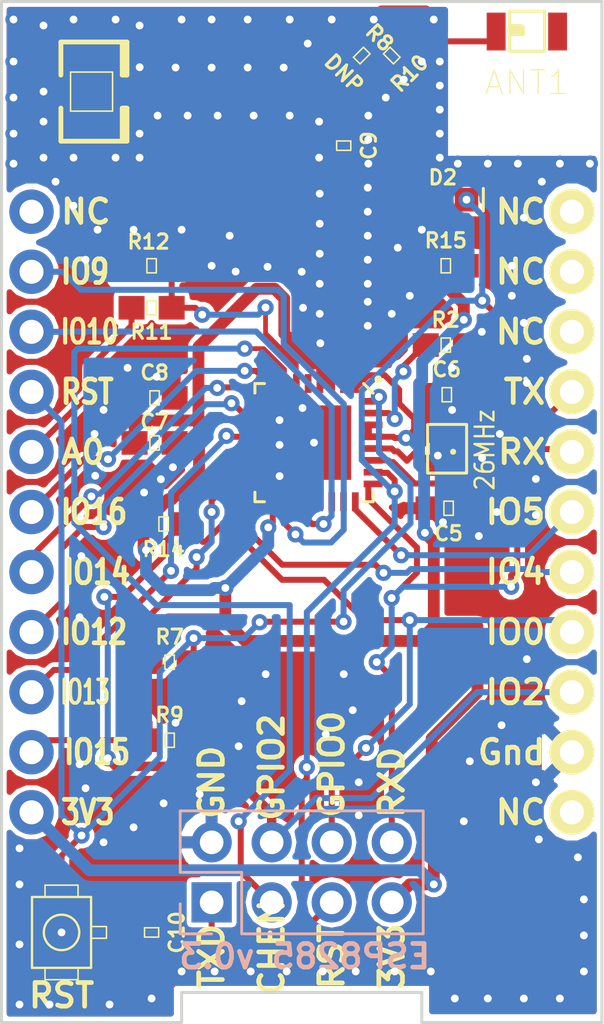
<source format=kicad_pcb>
(kicad_pcb (version 4) (host pcbnew 4.0.6)

  (general
    (links 69)
    (no_connects 0)
    (area 129.60858 77.1779 159.07162 120.773802)
    (thickness 1.6002)
    (drawings 45)
    (tracks 876)
    (zones 0)
    (modules 25)
    (nets 38)
  )

  (page A4)
  (layers
    (0 F.Cu signal)
    (31 B.Cu signal)
    (34 B.Paste user)
    (35 F.Paste user)
    (36 B.SilkS user)
    (37 F.SilkS user)
    (38 B.Mask user)
    (39 F.Mask user)
    (44 Edge.Cuts user)
  )

  (setup
    (last_trace_width 0.25)
    (user_trace_width 0.1524)
    (user_trace_width 0.2)
    (user_trace_width 0.25)
    (user_trace_width 0.3)
    (user_trace_width 0.4)
    (user_trace_width 0.5)
    (user_trace_width 0.6)
    (user_trace_width 0.8)
    (trace_clearance 0.254)
    (zone_clearance 0.1524)
    (zone_45_only yes)
    (trace_min 0.1524)
    (segment_width 0.127)
    (edge_width 0.127)
    (via_size 0.6858)
    (via_drill 0.3302)
    (via_min_size 0.6858)
    (via_min_drill 0.3302)
    (uvia_size 0.508)
    (uvia_drill 0.127)
    (uvias_allowed no)
    (uvia_min_size 0.508)
    (uvia_min_drill 0.127)
    (pcb_text_width 0.127)
    (pcb_text_size 0.6 0.6)
    (mod_edge_width 0.127)
    (mod_text_size 0.6 0.6)
    (mod_text_width 0.127)
    (pad_size 1.524 1.524)
    (pad_drill 0.762)
    (pad_to_mask_clearance 0.05)
    (pad_to_paste_clearance -0.04)
    (aux_axis_origin 0 0)
    (visible_elements 7FFFFF7F)
    (pcbplotparams
      (layerselection 0x3ffff_80000001)
      (usegerberextensions true)
      (usegerberattributes true)
      (excludeedgelayer true)
      (linewidth 0.127000)
      (plotframeref false)
      (viasonmask false)
      (mode 1)
      (useauxorigin false)
      (hpglpennumber 1)
      (hpglpenspeed 20)
      (hpglpendiameter 15)
      (hpglpenoverlay 2)
      (psnegative false)
      (psa4output false)
      (plotreference true)
      (plotvalue true)
      (plotinvisibletext false)
      (padsonsilk false)
      (subtractmaskfromsilk false)
      (outputformat 1)
      (mirror false)
      (drillshape 0)
      (scaleselection 1)
      (outputdirectory CAM/))
  )

  (net 0 "")
  (net 1 GPIO0)
  (net 2 RST)
  (net 3 GND)
  (net 4 +3V3)
  (net 5 "Net-(C9-Pad2)")
  (net 6 "Net-(U5-Pad5)")
  (net 7 ADC)
  (net 8 GPIO16)
  (net 9 GPIO14)
  (net 10 GPIO12)
  (net 11 GPIO13)
  (net 12 GPIO15)
  (net 13 GPIO2)
  (net 14 GPIO4)
  (net 15 "Net-(U5-Pad20)")
  (net 16 "Net-(U5-Pad21)")
  (net 17 "Net-(U5-Pad22)")
  (net 18 "Net-(U5-Pad23)")
  (net 19 GPIO5)
  (net 20 RXD)
  (net 21 TXD)
  (net 22 "Net-(C5-Pad1)")
  (net 23 "Net-(C6-Pad1)")
  (net 24 "Net-(R2-Pad1)")
  (net 25 "Net-(R8-Pad1)")
  (net 26 "Net-(ANT1-Pad1)")
  (net 27 "Net-(C9-Pad1)")
  (net 28 A0)
  (net 29 "Net-(D2-PadA)")
  (net 30 GPIO9)
  (net 31 GPIO10)
  (net 32 "Net-(J1-Pad1)")
  (net 33 "Net-(J2-Pad1)")
  (net 34 "Net-(J2-Pad9)")
  (net 35 "Net-(J2-Pad10)")
  (net 36 "Net-(J2-Pad11)")
  (net 37 CH_PD)

  (net_class Default "Imperial - this is the standard class"
    (clearance 0.254)
    (trace_width 0.254)
    (via_dia 0.6858)
    (via_drill 0.3302)
    (uvia_dia 0.508)
    (uvia_drill 0.127)
    (add_net CH_PD)
    (add_net "Net-(J1-Pad1)")
    (add_net "Net-(J2-Pad1)")
    (add_net "Net-(J2-Pad10)")
    (add_net "Net-(J2-Pad11)")
    (add_net "Net-(J2-Pad9)")
  )

  (net_class 0.2mm ""
    (clearance 0.2)
    (trace_width 0.2)
    (via_dia 0.6858)
    (via_drill 0.3302)
    (uvia_dia 0.508)
    (uvia_drill 0.127)
  )

  (net_class 50ohm ""
    (clearance 0.15)
    (trace_width 0.8)
    (via_dia 0.6858)
    (via_drill 0.3302)
    (uvia_dia 0.508)
    (uvia_drill 0.127)
    (add_net "Net-(C9-Pad1)")
    (add_net "Net-(C9-Pad2)")
    (add_net "Net-(R8-Pad1)")
  )

  (net_class Minimal ""
    (clearance 0.1524)
    (trace_width 0.1524)
    (via_dia 0.6858)
    (via_drill 0.3302)
    (uvia_dia 0.508)
    (uvia_drill 0.127)
  )

  (net_class "small clearance" ""
    (clearance 0.2)
    (trace_width 0.254)
    (via_dia 0.6858)
    (via_drill 0.3302)
    (uvia_dia 0.508)
    (uvia_drill 0.127)
    (add_net +3V3)
    (add_net A0)
    (add_net ADC)
    (add_net GND)
    (add_net GPIO0)
    (add_net GPIO10)
    (add_net GPIO12)
    (add_net GPIO13)
    (add_net GPIO14)
    (add_net GPIO15)
    (add_net GPIO16)
    (add_net GPIO2)
    (add_net GPIO4)
    (add_net GPIO5)
    (add_net GPIO9)
    (add_net "Net-(ANT1-Pad1)")
    (add_net "Net-(C5-Pad1)")
    (add_net "Net-(C6-Pad1)")
    (add_net "Net-(D2-PadA)")
    (add_net "Net-(R2-Pad1)")
    (add_net "Net-(U5-Pad20)")
    (add_net "Net-(U5-Pad21)")
    (add_net "Net-(U5-Pad22)")
    (add_net "Net-(U5-Pad23)")
    (add_net "Net-(U5-Pad5)")
    (add_net RST)
    (add_net RXD)
    (add_net TXD)
  )

  (module SparkFun-LED:SparkFun-LED-LED-0603 placed (layer F.Cu) (tedit 59F297D8) (tstamp 5954EDD2)
    (at 149.606 85.852)
    (descr "LED 0603 SMT")
    (tags "LED 0603 SMT")
    (path /5954CA08)
    (attr smd)
    (fp_text reference D2 (at -0.127 -0.9398) (layer F.SilkS)
      (effects (font (size 0.6096 0.6096) (thickness 0.127)))
    )
    (fp_text value LED-TX (at 0.127 1.143) (layer F.SilkS) hide
      (effects (font (size 0.6096 0.6096) (thickness 0.127)))
    )
    (fp_line (start 1.5875 -0.47498) (end 1.5875 0.47498) (layer F.SilkS) (width 0.127))
    (fp_line (start 0.15748 -0.47498) (end 0.15748 0) (layer Dwgs.User) (width 0.127))
    (fp_line (start 0.15748 0) (end 0.15748 0.47498) (layer Dwgs.User) (width 0.127))
    (fp_line (start 0.15748 0) (end -0.15748 -0.3175) (layer Dwgs.User) (width 0.127))
    (fp_line (start 0.15748 0) (end -0.15748 0.3175) (layer Dwgs.User) (width 0.127))
    (pad A smd rect (at -0.8763 0 270) (size 0.99822 0.99822) (layers F.Cu F.Paste F.Mask)
      (net 29 "Net-(D2-PadA)"))
    (pad C smd rect (at 0.8763 0 270) (size 0.99822 0.99822) (layers F.Cu F.Paste F.Mask)
      (net 21 TXD))
  )

  (module SparkFun-Connectors:SparkFun-Connectors-1X11_NO_SILK_KIT locked (layer F.Cu) (tedit 5958039C) (tstamp 5954EE23)
    (at 154.94 111.76 90)
    (descr "PLATED THROUGH HOLE -11 PIN NO SILK  KIT")
    (tags "PLATED THROUGH HOLE -11 PIN NO SILK  KIT")
    (path /595340F6)
    (attr virtual)
    (fp_text reference J2 (at -3.302 1.778 90) (layer F.SilkS) hide
      (effects (font (size 0.6096 0.6096) (thickness 0.127)))
    )
    (fp_text value RIGHT (at 0.5588 1.7272 90) (layer F.SilkS) hide
      (effects (font (size 0.6096 0.6096) (thickness 0.127)))
    )
    (fp_circle (center 0 0) (end 0 -0.508) (layer F.SilkS) (width 0))
    (fp_circle (center 0 0) (end 0 -0.9525) (layer F.SilkS) (width 0))
    (fp_circle (center 2.54 0) (end 2.54 -0.9525) (layer F.SilkS) (width 0))
    (fp_circle (center 5.08 0) (end 5.08 -0.9525) (layer F.SilkS) (width 0))
    (fp_circle (center 7.62 0) (end 7.62 -0.9525) (layer F.SilkS) (width 0))
    (fp_circle (center 10.16 0) (end 10.16 -0.9525) (layer F.SilkS) (width 0))
    (fp_circle (center 12.7 0) (end 12.7 -0.9525) (layer F.SilkS) (width 0))
    (fp_circle (center 15.24 0) (end 15.24 -0.9525) (layer F.SilkS) (width 0))
    (fp_circle (center 17.78 0) (end 17.78 -0.9525) (layer F.SilkS) (width 0))
    (fp_circle (center 20.32 0) (end 20.32 -0.9525) (layer F.SilkS) (width 0))
    (fp_circle (center 22.86 0) (end 22.86 -0.9525) (layer F.SilkS) (width 0))
    (fp_circle (center 25.4 0) (end 25.4 -0.9525) (layer F.SilkS) (width 0))
    (fp_circle (center 2.54 0) (end 2.54 -0.508) (layer F.SilkS) (width 0))
    (fp_circle (center 5.08 0) (end 5.08 -0.508) (layer F.SilkS) (width 0))
    (fp_circle (center 7.62 0) (end 7.62 -0.508) (layer F.SilkS) (width 0))
    (fp_circle (center 10.16 0) (end 10.16 -0.508) (layer F.SilkS) (width 0))
    (fp_circle (center 12.7 0) (end 12.7 -0.508) (layer F.SilkS) (width 0))
    (fp_circle (center 15.24 0) (end 15.24 -0.508) (layer F.SilkS) (width 0))
    (fp_circle (center 17.78 0) (end 17.78 -0.508) (layer F.SilkS) (width 0))
    (fp_circle (center 20.32 0) (end 20.32 -0.508) (layer F.SilkS) (width 0))
    (fp_circle (center 22.86 0) (end 22.86 -0.508) (layer F.SilkS) (width 0))
    (fp_circle (center 25.4 0) (end 25.4 -0.508) (layer F.SilkS) (width 0))
    (pad 1 thru_hole circle (at 0 0 90) (size 1.8796 1.8796) (drill 1.016) (layers *.Cu *.Paste *.Mask)
      (net 33 "Net-(J2-Pad1)"))
    (pad 2 thru_hole circle (at 2.54 0 90) (size 1.8796 1.8796) (drill 1.016) (layers *.Cu *.Paste *.Mask)
      (net 3 GND))
    (pad 3 thru_hole circle (at 5.08 0 90) (size 1.8796 1.8796) (drill 1.016) (layers *.Cu *.Paste *.Mask)
      (net 13 GPIO2))
    (pad 4 thru_hole circle (at 7.62 0 90) (size 1.8796 1.8796) (drill 1.016) (layers *.Cu *.Paste *.Mask)
      (net 1 GPIO0))
    (pad 5 thru_hole circle (at 10.16 0 90) (size 1.8796 1.8796) (drill 1.016) (layers *.Cu *.Paste *.Mask)
      (net 14 GPIO4))
    (pad 6 thru_hole circle (at 12.7 0 90) (size 1.8796 1.8796) (drill 1.016) (layers *.Cu *.Paste *.Mask)
      (net 19 GPIO5))
    (pad 7 thru_hole circle (at 15.24 0 90) (size 1.8796 1.8796) (drill 1.016) (layers *.Cu *.Paste *.Mask)
      (net 20 RXD))
    (pad 8 thru_hole circle (at 17.78 0 90) (size 1.8796 1.8796) (drill 1.016) (layers *.Cu *.Paste *.Mask)
      (net 21 TXD))
    (pad 9 thru_hole circle (at 20.32 0 90) (size 1.8796 1.8796) (drill 1.016) (layers *.Cu *.Paste *.Mask)
      (net 34 "Net-(J2-Pad9)"))
    (pad 10 thru_hole circle (at 22.86 0 90) (size 1.8796 1.8796) (drill 1.016) (layers *.Cu *.Paste *.Mask)
      (net 35 "Net-(J2-Pad10)"))
    (pad 11 thru_hole circle (at 25.4 0 90) (size 1.8796 1.8796) (drill 1.016) (layers *.Cu *.Paste *.Mask)
      (net 36 "Net-(J2-Pad11)"))
  )

  (module nixiemisc:nixiemisc-CRYSTAL2.0X1.6 placed (layer F.Cu) (tedit 59F2A0C7) (tstamp 5954F30F)
    (at 149.6615 96.385 90)
    (path /59532F3D)
    (attr smd)
    (fp_text reference Y1 (at -0.516 -1.4732 90) (layer F.SilkS) hide
      (effects (font (size 0.6096 0.6096) (thickness 0.05)))
    )
    (fp_text value 26MHz (at -0.0508 1.5955 90) (layer F.SilkS)
      (effects (font (size 0.8 0.7) (thickness 0.1)))
    )
    (fp_line (start -1.0287 -0.8255) (end 1.0287 -0.8255) (layer F.SilkS) (width 0.127))
    (fp_line (start -1.0287 0.8255) (end 1.0287 0.8255) (layer F.SilkS) (width 0.127))
    (fp_line (start -1.0287 -0.7747) (end -1.0287 0.7747) (layer F.SilkS) (width 0.127))
    (fp_line (start 1.0287 -0.7747) (end 1.0287 0.7747) (layer F.SilkS) (width 0.127))
    (fp_circle (center -0.127 0.254) (end -0.127 0.1905) (layer F.SilkS) (width 0.127))
    (pad 1 smd rect (at -0.6985 0.54356 90) (size 0.889 0.7874) (layers F.Cu F.Paste F.Mask)
      (net 22 "Net-(C5-Pad1)"))
    (pad 2 smd rect (at 0.6985 0.54356 90) (size 0.889 0.7874) (layers F.Cu F.Paste F.Mask)
      (net 3 GND))
    (pad 3 smd rect (at 0.6985 -0.54356 90) (size 0.889 0.7874) (layers F.Cu F.Paste F.Mask)
      (net 23 "Net-(C6-Pad1)"))
    (pad 4 smd rect (at -0.6985 -0.54356 90) (size 0.889 0.7874) (layers F.Cu F.Paste F.Mask)
      (net 3 GND))
  )

  (module ANT_2450AT18B100E (layer F.Cu) (tedit 59F151EC) (tstamp 59F16323)
    (at 153.035 78.74)
    (path /59548D77)
    (attr smd)
    (fp_text reference ANT1 (at 0 2.159) (layer F.SilkS)
      (effects (font (size 1 1) (thickness 0.05)))
    )
    (fp_text value 2450AT18B100E (at -0.265 2.055) (layer F.SilkS) hide
      (effects (font (size 1 1) (thickness 0.05)))
    )
    (fp_line (start -0.73 -0.86) (end -0.73 0.84) (layer F.SilkS) (width 0.127))
    (fp_line (start -0.73 0.84) (end 0.75 0.84) (layer F.SilkS) (width 0.127))
    (fp_line (start 0.75 0.84) (end 0.75 -0.86) (layer F.SilkS) (width 0.127))
    (fp_line (start 0.75 -0.86) (end -0.73 -0.86) (layer F.SilkS) (width 0.127))
    (fp_line (start -2 -1.12) (end 2.03 -1.12) (layer Dwgs.User) (width 0.127))
    (fp_line (start 2.03 -1.12) (end 2.03 1.18) (layer Dwgs.User) (width 0.127))
    (fp_line (start 2.03 1.18) (end -2.04 1.18) (layer Dwgs.User) (width 0.127))
    (fp_line (start -2.04 1.18) (end -2.04 -1.12) (layer Dwgs.User) (width 0.127))
    (fp_poly (pts (xy -0.635 -0.127) (xy -0.254 -0.127) (xy -0.254 0) (xy -0.635 0)) (layer F.SilkS) (width 0.381))
    (pad 1 smd rect (at -1.3 0) (size 0.8 1.6) (layers F.Cu F.Paste F.Mask)
      (net 26 "Net-(ANT1-Pad1)"))
    (pad 2 smd rect (at 1.3 0) (size 0.8 1.6) (layers F.Cu F.Paste F.Mask))
  )

  (module SparkFun-Connectors:SparkFun-Connectors-1X11_NO_SILK_KIT locked (layer F.Cu) (tedit 59F298B0) (tstamp 59F16324)
    (at 132.08 86.36 270)
    (descr "PLATED THROUGH HOLE -11 PIN NO SILK  KIT")
    (tags "PLATED THROUGH HOLE -11 PIN NO SILK  KIT")
    (path /59F1AC6F)
    (attr virtual)
    (fp_text reference J1 (at 0.254 -1.7018 270) (layer F.SilkS) hide
      (effects (font (size 0.6096 0.6096) (thickness 0.127)))
    )
    (fp_text value LEFT (at 0.5588 1.7272 270) (layer F.SilkS) hide
      (effects (font (size 0.6096 0.6096) (thickness 0.127)))
    )
    (fp_circle (center 0 0) (end 0 -0.508) (layer F.Mask) (width 0))
    (fp_circle (center 0 0) (end 0 -0.9525) (layer B.Mask) (width 0))
    (fp_circle (center 2.54 0) (end 2.54 -0.9525) (layer B.Mask) (width 0))
    (fp_circle (center 5.08 0) (end 5.08 -0.9525) (layer B.Mask) (width 0))
    (fp_circle (center 7.62 0) (end 7.62 -0.9525) (layer B.Mask) (width 0))
    (fp_circle (center 10.16 0) (end 10.16 -0.9525) (layer B.Mask) (width 0))
    (fp_circle (center 12.7 0) (end 12.7 -0.9525) (layer B.Mask) (width 0))
    (fp_circle (center 15.24 0) (end 15.24 -0.9525) (layer B.Mask) (width 0))
    (fp_circle (center 17.78 0) (end 17.78 -0.9525) (layer B.Mask) (width 0))
    (fp_circle (center 20.32 0) (end 20.32 -0.9525) (layer B.Mask) (width 0))
    (fp_circle (center 22.86 0) (end 22.86 -0.9525) (layer B.Mask) (width 0))
    (fp_circle (center 25.4 0) (end 25.4 -0.9525) (layer B.Mask) (width 0))
    (fp_circle (center 2.54 0) (end 2.54 -0.508) (layer F.Mask) (width 0))
    (fp_circle (center 5.08 0) (end 5.08 -0.508) (layer F.Mask) (width 0))
    (fp_circle (center 7.62 0) (end 7.62 -0.508) (layer F.Mask) (width 0))
    (fp_circle (center 10.16 0) (end 10.16 -0.508) (layer F.Mask) (width 0))
    (fp_circle (center 12.7 0) (end 12.7 -0.508) (layer F.Mask) (width 0))
    (fp_circle (center 15.24 0) (end 15.24 -0.508) (layer F.Mask) (width 0))
    (fp_circle (center 17.78 0) (end 17.78 -0.508) (layer F.Mask) (width 0))
    (fp_circle (center 20.32 0) (end 20.32 -0.508) (layer F.Mask) (width 0))
    (fp_circle (center 22.86 0) (end 22.86 -0.508) (layer F.Mask) (width 0))
    (fp_circle (center 25.4 0) (end 25.4 -0.508) (layer F.Mask) (width 0))
    (pad 1 thru_hole circle (at 0 0 270) (size 1.8796 1.8796) (drill 1.016) (layers *.Cu *.Paste *.Mask)
      (net 32 "Net-(J1-Pad1)"))
    (pad 2 thru_hole circle (at 2.54 0 270) (size 1.8796 1.8796) (drill 1.016) (layers *.Cu *.Paste *.Mask)
      (net 30 GPIO9))
    (pad 3 thru_hole circle (at 5.08 0 270) (size 1.8796 1.8796) (drill 1.016) (layers *.Cu *.Paste *.Mask)
      (net 31 GPIO10))
    (pad 4 thru_hole circle (at 7.62 0 270) (size 1.8796 1.8796) (drill 1.016) (layers *.Cu *.Paste *.Mask)
      (net 2 RST))
    (pad 5 thru_hole circle (at 10.16 0 270) (size 1.8796 1.8796) (drill 1.016) (layers *.Cu *.Paste *.Mask)
      (net 28 A0))
    (pad 6 thru_hole circle (at 12.7 0 270) (size 1.8796 1.8796) (drill 1.016) (layers *.Cu *.Paste *.Mask)
      (net 8 GPIO16))
    (pad 7 thru_hole circle (at 15.24 0 270) (size 1.8796 1.8796) (drill 1.016) (layers *.Cu *.Paste *.Mask)
      (net 9 GPIO14))
    (pad 8 thru_hole circle (at 17.78 0 270) (size 1.8796 1.8796) (drill 1.016) (layers *.Cu *.Paste *.Mask)
      (net 10 GPIO12))
    (pad 9 thru_hole circle (at 20.32 0 270) (size 1.8796 1.8796) (drill 1.016) (layers *.Cu *.Paste *.Mask)
      (net 11 GPIO13))
    (pad 10 thru_hole circle (at 22.86 0 270) (size 1.8796 1.8796) (drill 1.016) (layers *.Cu *.Paste *.Mask)
      (net 12 GPIO15))
    (pad 11 thru_hole circle (at 25.4 0 270) (size 1.8796 1.8796) (drill 1.016) (layers *.Cu *.Paste *.Mask)
      (net 4 +3V3))
  )

  (module Socket_Strips:Socket_Strip_Straight_2x04_Pitch2.54mm (layer B.Cu) (tedit 59F29874) (tstamp 59F16348)
    (at 139.7 115.57 270)
    (descr "Through hole straight socket strip, 2x04, 2.54mm pitch, double rows")
    (tags "Through hole socket strip THT 2x04 2.54mm double row")
    (path /59F1ACB6)
    (fp_text reference J3 (at -1.27 2.33 270) (layer B.SilkS) hide
      (effects (font (size 1 1) (thickness 0.15)) (justify mirror))
    )
    (fp_text value "ESP01 Header" (at -1.27 -9.95 270) (layer B.Fab)
      (effects (font (size 1 1) (thickness 0.15)) (justify mirror))
    )
    (fp_line (start -3.81 1.27) (end -3.81 -8.89) (layer B.Fab) (width 0.1))
    (fp_line (start -3.81 -8.89) (end 1.27 -8.89) (layer B.Fab) (width 0.1))
    (fp_line (start 1.27 -8.89) (end 1.27 1.27) (layer B.Fab) (width 0.1))
    (fp_line (start 1.27 1.27) (end -3.81 1.27) (layer B.Fab) (width 0.1))
    (fp_line (start 1.33 -1.27) (end 1.33 -8.95) (layer B.SilkS) (width 0.12))
    (fp_line (start 1.33 -8.95) (end -3.87 -8.95) (layer B.SilkS) (width 0.12))
    (fp_line (start -3.87 -8.95) (end -3.87 1.33) (layer B.SilkS) (width 0.12))
    (fp_line (start -3.87 1.33) (end -1.27 1.33) (layer B.SilkS) (width 0.12))
    (fp_line (start -1.27 1.33) (end -1.27 -1.27) (layer B.SilkS) (width 0.12))
    (fp_line (start -1.27 -1.27) (end 1.33 -1.27) (layer B.SilkS) (width 0.12))
    (fp_line (start 1.33 0) (end 1.33 1.33) (layer B.SilkS) (width 0.12))
    (fp_line (start 1.33 1.33) (end 0.06 1.33) (layer B.SilkS) (width 0.12))
    (fp_line (start -4.35 1.8) (end -4.35 -9.4) (layer B.CrtYd) (width 0.05))
    (fp_line (start -4.35 -9.4) (end 1.8 -9.4) (layer B.CrtYd) (width 0.05))
    (fp_line (start 1.8 -9.4) (end 1.8 1.8) (layer B.CrtYd) (width 0.05))
    (fp_line (start 1.8 1.8) (end -4.35 1.8) (layer B.CrtYd) (width 0.05))
    (fp_text user %R (at -1.27 2.33 270) (layer B.Fab)
      (effects (font (size 1 1) (thickness 0.15)) (justify mirror))
    )
    (pad 1 thru_hole rect (at 0 0 270) (size 1.7 1.7) (drill 1) (layers *.Cu *.Mask)
      (net 21 TXD))
    (pad 2 thru_hole oval (at -2.54 0 270) (size 1.7 1.7) (drill 1) (layers *.Cu *.Mask)
      (net 3 GND))
    (pad 3 thru_hole oval (at 0 -2.54 270) (size 1.7 1.7) (drill 1) (layers *.Cu *.Mask)
      (net 37 CH_PD))
    (pad 4 thru_hole oval (at -2.54 -2.54 270) (size 1.7 1.7) (drill 1) (layers *.Cu *.Mask)
      (net 13 GPIO2))
    (pad 5 thru_hole oval (at 0 -5.08 270) (size 1.7 1.7) (drill 1) (layers *.Cu *.Mask)
      (net 2 RST))
    (pad 6 thru_hole oval (at -2.54 -5.08 270) (size 1.7 1.7) (drill 1) (layers *.Cu *.Mask)
      (net 1 GPIO0))
    (pad 7 thru_hole oval (at 0 -7.62 270) (size 1.7 1.7) (drill 1) (layers *.Cu *.Mask)
      (net 4 +3V3))
    (pad 8 thru_hole oval (at -2.54 -7.62 270) (size 1.7 1.7) (drill 1) (layers *.Cu *.Mask)
      (net 20 RXD))
    (model ${KISYS3DMOD}/Socket_Strips.3dshapes/Socket_Strip_Straight_2x04_Pitch2.54mm.wrl
      (at (xyz -0.05 -0.15 0))
      (scale (xyz 1 1 1))
      (rotate (xyz 0 0 270))
    )
  )

  (module nixiemisc:nixiemisc-QFN-32 (layer F.Cu) (tedit 59F29800) (tstamp 59F16364)
    (at 144.0307 96.1263 180)
    (descr "QFN 32-PIN PACKAGE W/ THERMAL PAD")
    (tags "QFN 32-PIN PACKAGE W/ THERMAL PAD")
    (path /59F1FCA5)
    (attr smd)
    (fp_text reference U5 (at -3.4798 0 270) (layer F.SilkS) hide
      (effects (font (size 0.6096 0.6096) (thickness 0.127)))
    )
    (fp_text value ESP8285QFN-32 (at 3.5052 0 270) (layer F.SilkS) hide
      (effects (font (size 0.6096 0.6096) (thickness 0.127)))
    )
    (fp_line (start -2.49936 -0.12954) (end -2.09804 -0.12954) (layer Dwgs.User) (width 0.06604))
    (fp_line (start -2.09804 -0.12954) (end -2.09804 -0.3683) (layer Dwgs.User) (width 0.06604))
    (fp_line (start -2.49936 -0.3683) (end -2.09804 -0.3683) (layer Dwgs.User) (width 0.06604))
    (fp_line (start -2.49936 -0.12954) (end -2.49936 -0.3683) (layer Dwgs.User) (width 0.06604))
    (fp_line (start -2.49936 0.3683) (end -2.09804 0.3683) (layer Dwgs.User) (width 0.06604))
    (fp_line (start -2.09804 0.3683) (end -2.09804 0.12954) (layer Dwgs.User) (width 0.06604))
    (fp_line (start -2.49936 0.12954) (end -2.09804 0.12954) (layer Dwgs.User) (width 0.06604))
    (fp_line (start -2.49936 0.3683) (end -2.49936 0.12954) (layer Dwgs.User) (width 0.06604))
    (fp_line (start -2.49936 0.86868) (end -2.09804 0.86868) (layer Dwgs.User) (width 0.06604))
    (fp_line (start -2.09804 0.86868) (end -2.09804 0.62992) (layer Dwgs.User) (width 0.06604))
    (fp_line (start -2.49936 0.62992) (end -2.09804 0.62992) (layer Dwgs.User) (width 0.06604))
    (fp_line (start -2.49936 0.86868) (end -2.49936 0.62992) (layer Dwgs.User) (width 0.06604))
    (fp_line (start -2.49936 1.36906) (end -2.09804 1.36906) (layer Dwgs.User) (width 0.06604))
    (fp_line (start -2.09804 1.36906) (end -2.09804 1.12776) (layer Dwgs.User) (width 0.06604))
    (fp_line (start -2.49936 1.12776) (end -2.09804 1.12776) (layer Dwgs.User) (width 0.06604))
    (fp_line (start -2.49936 1.36906) (end -2.49936 1.12776) (layer Dwgs.User) (width 0.06604))
    (fp_line (start -2.49936 1.86944) (end -2.09804 1.86944) (layer Dwgs.User) (width 0.06604))
    (fp_line (start -2.09804 1.86944) (end -2.09804 1.62814) (layer Dwgs.User) (width 0.06604))
    (fp_line (start -2.49936 1.62814) (end -2.09804 1.62814) (layer Dwgs.User) (width 0.06604))
    (fp_line (start -2.49936 1.86944) (end -2.49936 1.62814) (layer Dwgs.User) (width 0.06604))
    (fp_line (start -2.49936 -0.62992) (end -2.09804 -0.62992) (layer Dwgs.User) (width 0.06604))
    (fp_line (start -2.09804 -0.62992) (end -2.09804 -0.86868) (layer Dwgs.User) (width 0.06604))
    (fp_line (start -2.49936 -0.86868) (end -2.09804 -0.86868) (layer Dwgs.User) (width 0.06604))
    (fp_line (start -2.49936 -0.62992) (end -2.49936 -0.86868) (layer Dwgs.User) (width 0.06604))
    (fp_line (start -2.49936 -1.12776) (end -2.09804 -1.12776) (layer Dwgs.User) (width 0.06604))
    (fp_line (start -2.09804 -1.12776) (end -2.09804 -1.36906) (layer Dwgs.User) (width 0.06604))
    (fp_line (start -2.49936 -1.36906) (end -2.09804 -1.36906) (layer Dwgs.User) (width 0.06604))
    (fp_line (start -2.49936 -1.12776) (end -2.49936 -1.36906) (layer Dwgs.User) (width 0.06604))
    (fp_line (start -2.49936 -1.62814) (end -2.09804 -1.62814) (layer Dwgs.User) (width 0.06604))
    (fp_line (start -2.09804 -1.62814) (end -2.09804 -1.86944) (layer Dwgs.User) (width 0.06604))
    (fp_line (start -2.49936 -1.86944) (end -2.09804 -1.86944) (layer Dwgs.User) (width 0.06604))
    (fp_line (start -2.49936 -1.62814) (end -2.49936 -1.86944) (layer Dwgs.User) (width 0.06604))
    (fp_line (start 0.04826 -2.17932) (end 0.44958 -2.17932) (layer Dwgs.User) (width 0.06604))
    (fp_line (start 0.44958 -2.17932) (end 0.44958 -2.41808) (layer Dwgs.User) (width 0.06604))
    (fp_line (start 0.04826 -2.41808) (end 0.44958 -2.41808) (layer Dwgs.User) (width 0.06604))
    (fp_line (start 0.04826 -2.17932) (end 0.04826 -2.41808) (layer Dwgs.User) (width 0.06604))
    (fp_line (start -0.44958 -2.17932) (end -0.04826 -2.17932) (layer Dwgs.User) (width 0.06604))
    (fp_line (start -0.04826 -2.17932) (end -0.04826 -2.41808) (layer Dwgs.User) (width 0.06604))
    (fp_line (start -0.44958 -2.41808) (end -0.04826 -2.41808) (layer Dwgs.User) (width 0.06604))
    (fp_line (start -0.44958 -2.17932) (end -0.44958 -2.41808) (layer Dwgs.User) (width 0.06604))
    (fp_line (start -0.94996 -2.17932) (end -0.54864 -2.17932) (layer Dwgs.User) (width 0.06604))
    (fp_line (start -0.54864 -2.17932) (end -0.54864 -2.41808) (layer Dwgs.User) (width 0.06604))
    (fp_line (start -0.94996 -2.41808) (end -0.54864 -2.41808) (layer Dwgs.User) (width 0.06604))
    (fp_line (start -0.94996 -2.17932) (end -0.94996 -2.41808) (layer Dwgs.User) (width 0.06604))
    (fp_line (start -1.4478 -2.17932) (end -1.04902 -2.17932) (layer Dwgs.User) (width 0.06604))
    (fp_line (start -1.04902 -2.17932) (end -1.04902 -2.41808) (layer Dwgs.User) (width 0.06604))
    (fp_line (start -1.4478 -2.41808) (end -1.04902 -2.41808) (layer Dwgs.User) (width 0.06604))
    (fp_line (start -1.4478 -2.17932) (end -1.4478 -2.41808) (layer Dwgs.User) (width 0.06604))
    (fp_line (start -1.94818 -2.17932) (end -1.5494 -2.17932) (layer Dwgs.User) (width 0.06604))
    (fp_line (start -1.5494 -2.17932) (end -1.5494 -2.41808) (layer Dwgs.User) (width 0.06604))
    (fp_line (start -1.94818 -2.41808) (end -1.5494 -2.41808) (layer Dwgs.User) (width 0.06604))
    (fp_line (start -1.94818 -2.17932) (end -1.94818 -2.41808) (layer Dwgs.User) (width 0.06604))
    (fp_line (start 0.54864 -2.17932) (end 0.94996 -2.17932) (layer Dwgs.User) (width 0.06604))
    (fp_line (start 0.94996 -2.17932) (end 0.94996 -2.41808) (layer Dwgs.User) (width 0.06604))
    (fp_line (start 0.54864 -2.41808) (end 0.94996 -2.41808) (layer Dwgs.User) (width 0.06604))
    (fp_line (start 0.54864 -2.17932) (end 0.54864 -2.41808) (layer Dwgs.User) (width 0.06604))
    (fp_line (start 1.04902 -2.17932) (end 1.4478 -2.17932) (layer Dwgs.User) (width 0.06604))
    (fp_line (start 1.4478 -2.17932) (end 1.4478 -2.41808) (layer Dwgs.User) (width 0.06604))
    (fp_line (start 1.04902 -2.41808) (end 1.4478 -2.41808) (layer Dwgs.User) (width 0.06604))
    (fp_line (start 1.04902 -2.17932) (end 1.04902 -2.41808) (layer Dwgs.User) (width 0.06604))
    (fp_line (start 1.5494 -2.17932) (end 1.94818 -2.17932) (layer Dwgs.User) (width 0.06604))
    (fp_line (start 1.94818 -2.17932) (end 1.94818 -2.41808) (layer Dwgs.User) (width 0.06604))
    (fp_line (start 1.5494 -2.41808) (end 1.94818 -2.41808) (layer Dwgs.User) (width 0.06604))
    (fp_line (start 1.5494 -2.17932) (end 1.5494 -2.41808) (layer Dwgs.User) (width 0.06604))
    (fp_line (start -0.44958 2.41808) (end -0.04826 2.41808) (layer Dwgs.User) (width 0.06604))
    (fp_line (start -0.04826 2.41808) (end -0.04826 2.17932) (layer Dwgs.User) (width 0.06604))
    (fp_line (start -0.44958 2.17932) (end -0.04826 2.17932) (layer Dwgs.User) (width 0.06604))
    (fp_line (start -0.44958 2.41808) (end -0.44958 2.17932) (layer Dwgs.User) (width 0.06604))
    (fp_line (start 0.04826 2.41808) (end 0.44958 2.41808) (layer Dwgs.User) (width 0.06604))
    (fp_line (start 0.44958 2.41808) (end 0.44958 2.17932) (layer Dwgs.User) (width 0.06604))
    (fp_line (start 0.04826 2.17932) (end 0.44958 2.17932) (layer Dwgs.User) (width 0.06604))
    (fp_line (start 0.04826 2.41808) (end 0.04826 2.17932) (layer Dwgs.User) (width 0.06604))
    (fp_line (start 0.54864 2.41808) (end 0.94996 2.41808) (layer Dwgs.User) (width 0.06604))
    (fp_line (start 0.94996 2.41808) (end 0.94996 2.17932) (layer Dwgs.User) (width 0.06604))
    (fp_line (start 0.54864 2.17932) (end 0.94996 2.17932) (layer Dwgs.User) (width 0.06604))
    (fp_line (start 0.54864 2.41808) (end 0.54864 2.17932) (layer Dwgs.User) (width 0.06604))
    (fp_line (start 1.04902 2.41808) (end 1.4478 2.41808) (layer Dwgs.User) (width 0.06604))
    (fp_line (start 1.4478 2.41808) (end 1.4478 2.17932) (layer Dwgs.User) (width 0.06604))
    (fp_line (start 1.04902 2.17932) (end 1.4478 2.17932) (layer Dwgs.User) (width 0.06604))
    (fp_line (start 1.04902 2.41808) (end 1.04902 2.17932) (layer Dwgs.User) (width 0.06604))
    (fp_line (start 1.5494 2.41808) (end 1.94818 2.41808) (layer Dwgs.User) (width 0.06604))
    (fp_line (start 1.94818 2.41808) (end 1.94818 2.17932) (layer Dwgs.User) (width 0.06604))
    (fp_line (start 1.5494 2.17932) (end 1.94818 2.17932) (layer Dwgs.User) (width 0.06604))
    (fp_line (start 1.5494 2.41808) (end 1.5494 2.17932) (layer Dwgs.User) (width 0.06604))
    (fp_line (start -0.94996 2.41808) (end -0.54864 2.41808) (layer Dwgs.User) (width 0.06604))
    (fp_line (start -0.54864 2.41808) (end -0.54864 2.17932) (layer Dwgs.User) (width 0.06604))
    (fp_line (start -0.94996 2.17932) (end -0.54864 2.17932) (layer Dwgs.User) (width 0.06604))
    (fp_line (start -0.94996 2.41808) (end -0.94996 2.17932) (layer Dwgs.User) (width 0.06604))
    (fp_line (start -1.4478 2.41808) (end -1.04902 2.41808) (layer Dwgs.User) (width 0.06604))
    (fp_line (start -1.04902 2.41808) (end -1.04902 2.17932) (layer Dwgs.User) (width 0.06604))
    (fp_line (start -1.4478 2.17932) (end -1.04902 2.17932) (layer Dwgs.User) (width 0.06604))
    (fp_line (start -1.4478 2.41808) (end -1.4478 2.17932) (layer Dwgs.User) (width 0.06604))
    (fp_line (start -1.94818 2.41808) (end -1.5494 2.41808) (layer Dwgs.User) (width 0.06604))
    (fp_line (start -1.5494 2.41808) (end -1.5494 2.17932) (layer Dwgs.User) (width 0.06604))
    (fp_line (start -1.94818 2.17932) (end -1.5494 2.17932) (layer Dwgs.User) (width 0.06604))
    (fp_line (start -1.94818 2.41808) (end -1.94818 2.17932) (layer Dwgs.User) (width 0.06604))
    (fp_line (start 2.09804 0.3683) (end 2.49936 0.3683) (layer Dwgs.User) (width 0.06604))
    (fp_line (start 2.49936 0.3683) (end 2.49936 0.12954) (layer Dwgs.User) (width 0.06604))
    (fp_line (start 2.09804 0.12954) (end 2.49936 0.12954) (layer Dwgs.User) (width 0.06604))
    (fp_line (start 2.09804 0.3683) (end 2.09804 0.12954) (layer Dwgs.User) (width 0.06604))
    (fp_line (start 2.09804 -0.12954) (end 2.49936 -0.12954) (layer Dwgs.User) (width 0.06604))
    (fp_line (start 2.49936 -0.12954) (end 2.49936 -0.3683) (layer Dwgs.User) (width 0.06604))
    (fp_line (start 2.09804 -0.3683) (end 2.49936 -0.3683) (layer Dwgs.User) (width 0.06604))
    (fp_line (start 2.09804 -0.12954) (end 2.09804 -0.3683) (layer Dwgs.User) (width 0.06604))
    (fp_line (start 2.09804 -0.62992) (end 2.49936 -0.62992) (layer Dwgs.User) (width 0.06604))
    (fp_line (start 2.49936 -0.62992) (end 2.49936 -0.86868) (layer Dwgs.User) (width 0.06604))
    (fp_line (start 2.09804 -0.86868) (end 2.49936 -0.86868) (layer Dwgs.User) (width 0.06604))
    (fp_line (start 2.09804 -0.62992) (end 2.09804 -0.86868) (layer Dwgs.User) (width 0.06604))
    (fp_line (start 2.09804 -1.12776) (end 2.49936 -1.12776) (layer Dwgs.User) (width 0.06604))
    (fp_line (start 2.49936 -1.12776) (end 2.49936 -1.36906) (layer Dwgs.User) (width 0.06604))
    (fp_line (start 2.09804 -1.36906) (end 2.49936 -1.36906) (layer Dwgs.User) (width 0.06604))
    (fp_line (start 2.09804 -1.12776) (end 2.09804 -1.36906) (layer Dwgs.User) (width 0.06604))
    (fp_line (start 2.09804 -1.62814) (end 2.49936 -1.62814) (layer Dwgs.User) (width 0.06604))
    (fp_line (start 2.49936 -1.62814) (end 2.49936 -1.86944) (layer Dwgs.User) (width 0.06604))
    (fp_line (start 2.09804 -1.86944) (end 2.49936 -1.86944) (layer Dwgs.User) (width 0.06604))
    (fp_line (start 2.09804 -1.62814) (end 2.09804 -1.86944) (layer Dwgs.User) (width 0.06604))
    (fp_line (start 2.09804 0.86868) (end 2.49936 0.86868) (layer Dwgs.User) (width 0.06604))
    (fp_line (start 2.49936 0.86868) (end 2.49936 0.62992) (layer Dwgs.User) (width 0.06604))
    (fp_line (start 2.09804 0.62992) (end 2.49936 0.62992) (layer Dwgs.User) (width 0.06604))
    (fp_line (start 2.09804 0.86868) (end 2.09804 0.62992) (layer Dwgs.User) (width 0.06604))
    (fp_line (start 2.09804 1.36906) (end 2.49936 1.36906) (layer Dwgs.User) (width 0.06604))
    (fp_line (start 2.49936 1.36906) (end 2.49936 1.12776) (layer Dwgs.User) (width 0.06604))
    (fp_line (start 2.09804 1.12776) (end 2.49936 1.12776) (layer Dwgs.User) (width 0.06604))
    (fp_line (start 2.09804 1.36906) (end 2.09804 1.12776) (layer Dwgs.User) (width 0.06604))
    (fp_line (start 2.09804 1.86944) (end 2.49936 1.86944) (layer Dwgs.User) (width 0.06604))
    (fp_line (start 2.49936 1.86944) (end 2.49936 1.62814) (layer Dwgs.User) (width 0.06604))
    (fp_line (start 2.09804 1.62814) (end 2.49936 1.62814) (layer Dwgs.User) (width 0.06604))
    (fp_line (start 2.09804 1.86944) (end 2.09804 1.62814) (layer Dwgs.User) (width 0.06604))
    (fp_line (start -1.4478 -0.14986) (end -0.14986 -0.14986) (layer F.Paste) (width 0.06604))
    (fp_line (start -0.14986 -0.14986) (end -0.14986 -1.4478) (layer F.Paste) (width 0.06604))
    (fp_line (start -1.4478 -1.4478) (end -0.14986 -1.4478) (layer F.Paste) (width 0.06604))
    (fp_line (start -1.4478 -0.14986) (end -1.4478 -1.4478) (layer F.Paste) (width 0.06604))
    (fp_line (start 0.14986 -0.14986) (end 1.4478 -0.14986) (layer F.Paste) (width 0.06604))
    (fp_line (start 1.4478 -0.14986) (end 1.4478 -1.4478) (layer F.Paste) (width 0.06604))
    (fp_line (start 0.14986 -1.4478) (end 1.4478 -1.4478) (layer F.Paste) (width 0.06604))
    (fp_line (start 0.14986 -0.14986) (end 0.14986 -1.4478) (layer F.Paste) (width 0.06604))
    (fp_line (start -1.4478 1.4478) (end -0.14986 1.4478) (layer F.Paste) (width 0.06604))
    (fp_line (start -0.14986 1.4478) (end -0.14986 0.14986) (layer F.Paste) (width 0.06604))
    (fp_line (start -1.4478 0.14986) (end -0.14986 0.14986) (layer F.Paste) (width 0.06604))
    (fp_line (start -1.4478 1.4478) (end -1.4478 0.14986) (layer F.Paste) (width 0.06604))
    (fp_line (start 0.14986 1.4478) (end 1.4478 1.4478) (layer F.Paste) (width 0.06604))
    (fp_line (start 1.4478 1.4478) (end 1.4478 0.14986) (layer F.Paste) (width 0.06604))
    (fp_line (start 0.14986 0.14986) (end 1.4478 0.14986) (layer F.Paste) (width 0.06604))
    (fp_line (start 0.14986 1.4478) (end 0.14986 0.14986) (layer F.Paste) (width 0.06604))
    (fp_line (start -2.49936 2.49936) (end 2.49936 2.49936) (layer Dwgs.User) (width 0.127))
    (fp_line (start 2.49936 2.49936) (end 2.49936 -2.49936) (layer Dwgs.User) (width 0.127))
    (fp_line (start 2.49936 -2.49936) (end -2.49936 -2.49936) (layer Dwgs.User) (width 0.127))
    (fp_line (start -2.49936 -2.49936) (end -2.49936 2.49936) (layer Dwgs.User) (width 0.127))
    (fp_line (start -2.49936 -2.09804) (end -2.49936 -2.49936) (layer F.SilkS) (width 0.127))
    (fp_line (start -2.49936 -2.49936) (end -2.09804 -2.49936) (layer F.SilkS) (width 0.127))
    (fp_line (start 2.09804 -2.49936) (end 2.49936 -2.49936) (layer F.SilkS) (width 0.127))
    (fp_line (start 2.49936 -2.49936) (end 2.49936 -2.09804) (layer F.SilkS) (width 0.127))
    (fp_line (start 2.49936 2.09804) (end 2.49936 2.49936) (layer F.SilkS) (width 0.127))
    (fp_line (start 2.49936 2.49936) (end 2.09804 2.49936) (layer F.SilkS) (width 0.127))
    (fp_line (start -2.49936 2.09804) (end -2.09804 2.49936) (layer F.SilkS) (width 0.127))
    (fp_circle (center -2.7178 2.68224) (end -2.7178 2.58318) (layer F.SilkS) (width 0.127))
    (pad 1 smd rect (at -1.74752 2.49936 270) (size 0.79756 0.28448) (layers F.Cu F.Paste F.Mask)
      (net 4 +3V3))
    (pad 2 smd rect (at -1.24968 2.49936 270) (size 0.79756 0.28448) (layers F.Cu F.Paste F.Mask)
      (net 5 "Net-(C9-Pad2)"))
    (pad 3 smd rect (at -0.7493 2.49936 270) (size 0.79756 0.28448) (layers F.Cu F.Paste F.Mask)
      (net 4 +3V3))
    (pad 4 smd rect (at -0.24892 2.49936 270) (size 0.79756 0.28448) (layers F.Cu F.Paste F.Mask)
      (net 4 +3V3))
    (pad 5 smd rect (at 0.24892 2.49936 270) (size 0.79756 0.28448) (layers F.Cu F.Paste F.Mask)
      (net 6 "Net-(U5-Pad5)"))
    (pad 6 smd rect (at 0.7493 2.49936 270) (size 0.79756 0.28448) (layers F.Cu F.Paste F.Mask)
      (net 7 ADC))
    (pad 7 smd rect (at 1.24968 2.49936 270) (size 0.79756 0.28448) (layers F.Cu F.Paste F.Mask)
      (net 37 CH_PD))
    (pad 8 smd rect (at 1.74752 2.49936 270) (size 0.79756 0.28448) (layers F.Cu F.Paste F.Mask)
      (net 8 GPIO16))
    (pad 9 smd rect (at 2.49936 1.74752) (size 0.79756 0.28448) (layers F.Cu F.Paste F.Mask)
      (net 9 GPIO14))
    (pad 10 smd rect (at 2.49936 1.24968) (size 0.79756 0.28448) (layers F.Cu F.Paste F.Mask)
      (net 10 GPIO12))
    (pad 11 smd rect (at 2.49936 0.7493) (size 0.79756 0.28448) (layers F.Cu F.Paste F.Mask)
      (net 4 +3V3))
    (pad 12 smd rect (at 2.49936 0.24892) (size 0.79756 0.28448) (layers F.Cu F.Paste F.Mask)
      (net 11 GPIO13))
    (pad 13 smd rect (at 2.49936 -0.24892) (size 0.79756 0.28448) (layers F.Cu F.Paste F.Mask)
      (net 12 GPIO15))
    (pad 14 smd rect (at 2.49936 -0.7493) (size 0.79756 0.28448) (layers F.Cu F.Paste F.Mask)
      (net 13 GPIO2))
    (pad 15 smd rect (at 2.49936 -1.24968) (size 0.79756 0.28448) (layers F.Cu F.Paste F.Mask)
      (net 1 GPIO0))
    (pad 16 smd rect (at 2.49936 -1.74752) (size 0.79756 0.28448) (layers F.Cu F.Paste F.Mask)
      (net 14 GPIO4))
    (pad 17 smd rect (at 1.74752 -2.49936 90) (size 0.79756 0.28448) (layers F.Cu F.Paste F.Mask)
      (net 4 +3V3))
    (pad 18 smd rect (at 1.24968 -2.49936 90) (size 0.79756 0.28448) (layers F.Cu F.Paste F.Mask)
      (net 30 GPIO9))
    (pad 19 smd rect (at 0.7493 -2.49936 90) (size 0.79756 0.28448) (layers F.Cu F.Paste F.Mask)
      (net 31 GPIO10))
    (pad 20 smd rect (at 0.24892 -2.49936 90) (size 0.79756 0.28448) (layers F.Cu F.Paste F.Mask)
      (net 15 "Net-(U5-Pad20)"))
    (pad 21 smd rect (at -0.24892 -2.49936 90) (size 0.79756 0.28448) (layers F.Cu F.Paste F.Mask)
      (net 16 "Net-(U5-Pad21)"))
    (pad 22 smd rect (at -0.7493 -2.49936 90) (size 0.79756 0.28448) (layers F.Cu F.Paste F.Mask)
      (net 17 "Net-(U5-Pad22)"))
    (pad 23 smd rect (at -1.24968 -2.49936 90) (size 0.79756 0.28448) (layers F.Cu F.Paste F.Mask)
      (net 18 "Net-(U5-Pad23)"))
    (pad 24 smd rect (at -1.74752 -2.49936 90) (size 0.79756 0.28448) (layers F.Cu F.Paste F.Mask)
      (net 19 GPIO5))
    (pad 25 smd rect (at -2.49936 -1.74752 180) (size 0.79756 0.28448) (layers F.Cu F.Paste F.Mask)
      (net 20 RXD))
    (pad 26 smd rect (at -2.49936 -1.24968 180) (size 0.79756 0.28448) (layers F.Cu F.Paste F.Mask)
      (net 21 TXD))
    (pad 27 smd rect (at -2.49936 -0.7493 180) (size 0.79756 0.28448) (layers F.Cu F.Paste F.Mask)
      (net 22 "Net-(C5-Pad1)"))
    (pad 28 smd rect (at -2.49936 -0.24892 180) (size 0.79756 0.28448) (layers F.Cu F.Paste F.Mask)
      (net 23 "Net-(C6-Pad1)"))
    (pad 29 smd rect (at -2.49936 0.24892 180) (size 0.79756 0.28448) (layers F.Cu F.Paste F.Mask)
      (net 4 +3V3))
    (pad 30 smd rect (at -2.49936 0.7493 180) (size 0.79756 0.28448) (layers F.Cu F.Paste F.Mask)
      (net 4 +3V3))
    (pad 31 smd rect (at -2.49936 1.24968 180) (size 0.79756 0.28448) (layers F.Cu F.Paste F.Mask)
      (net 24 "Net-(R2-Pad1)"))
    (pad 32 smd rect (at -2.49936 1.74752 180) (size 0.79756 0.28448) (layers F.Cu F.Paste F.Mask)
      (net 2 RST))
    (pad EP smd rect (at 0 0 180) (size 3.1496 3.1496) (layers F.Cu F.Paste F.Mask)
      (net 3 GND))
  )

  (module SparkFun-Resistors:SparkFun-Resistors-0603 (layer F.Cu) (tedit 59F2980E) (tstamp 5954EEEF)
    (at 137.922 105.41)
    (descr "GENERIC 1608 (0603) PACKAGE")
    (tags "GENERIC 1608 (0603) PACKAGE")
    (path /5951ECEC)
    (attr smd)
    (fp_text reference R7 (at 0 -1.0668) (layer F.SilkS)
      (effects (font (size 0.6096 0.6096) (thickness 0.127)))
    )
    (fp_text value 10k (at 0 1.0668) (layer F.SilkS) hide
      (effects (font (size 0.6096 0.6096) (thickness 0.127)))
    )
    (fp_line (start -0.8382 0.4699) (end -0.33782 0.4699) (layer Dwgs.User) (width 0.06604))
    (fp_line (start -0.33782 0.4699) (end -0.33782 -0.48006) (layer Dwgs.User) (width 0.06604))
    (fp_line (start -0.8382 -0.48006) (end -0.33782 -0.48006) (layer Dwgs.User) (width 0.06604))
    (fp_line (start -0.8382 0.4699) (end -0.8382 -0.48006) (layer Dwgs.User) (width 0.06604))
    (fp_line (start 0.3302 0.4699) (end 0.82804 0.4699) (layer Dwgs.User) (width 0.06604))
    (fp_line (start 0.82804 0.4699) (end 0.82804 -0.48006) (layer Dwgs.User) (width 0.06604))
    (fp_line (start 0.3302 -0.48006) (end 0.82804 -0.48006) (layer Dwgs.User) (width 0.06604))
    (fp_line (start 0.3302 0.4699) (end 0.3302 -0.48006) (layer Dwgs.User) (width 0.06604))
    (fp_line (start -0.19812 0.29972) (end 0.19812 0.29972) (layer F.SilkS) (width 0.06604))
    (fp_line (start 0.19812 0.29972) (end 0.19812 -0.29972) (layer F.SilkS) (width 0.06604))
    (fp_line (start -0.19812 -0.29972) (end 0.19812 -0.29972) (layer F.SilkS) (width 0.06604))
    (fp_line (start -0.19812 0.29972) (end -0.19812 -0.29972) (layer F.SilkS) (width 0.06604))
    (fp_line (start -1.59766 -0.6985) (end 1.59766 -0.6985) (layer Dwgs.User) (width 0.0508))
    (fp_line (start 1.59766 -0.6985) (end 1.59766 0.6985) (layer Dwgs.User) (width 0.0508))
    (fp_line (start 1.59766 0.6985) (end -1.59766 0.6985) (layer Dwgs.User) (width 0.0508))
    (fp_line (start -1.59766 0.6985) (end -1.59766 -0.6985) (layer Dwgs.User) (width 0.0508))
    (fp_line (start -0.3556 -0.4318) (end 0.3556 -0.4318) (layer Dwgs.User) (width 0.1016))
    (fp_line (start -0.3556 0.41656) (end 0.3556 0.41656) (layer Dwgs.User) (width 0.1016))
    (pad 1 smd rect (at -0.84836 0) (size 1.09982 0.99822) (layers F.Cu F.Paste F.Mask)
      (net 4 +3V3))
    (pad 2 smd rect (at 0.84836 0) (size 1.09982 0.99822) (layers F.Cu F.Paste F.Mask)
      (net 2 RST))
  )

  (module SparkFun-Resistors:SparkFun-Resistors-0603 (layer F.Cu) (tedit 59F156AF) (tstamp 5954EF97)
    (at 137.668 99.568 180)
    (descr "GENERIC 1608 (0603) PACKAGE")
    (tags "GENERIC 1608 (0603) PACKAGE")
    (path /59531680)
    (attr smd)
    (fp_text reference R14 (at 0 -1.0668 180) (layer F.SilkS)
      (effects (font (size 0.6096 0.6096) (thickness 0.127)))
    )
    (fp_text value 10k (at 0 1.0668 180) (layer F.SilkS) hide
      (effects (font (size 0.6096 0.6096) (thickness 0.127)))
    )
    (fp_line (start -0.8382 0.4699) (end -0.33782 0.4699) (layer Dwgs.User) (width 0.06604))
    (fp_line (start -0.33782 0.4699) (end -0.33782 -0.48006) (layer Dwgs.User) (width 0.06604))
    (fp_line (start -0.8382 -0.48006) (end -0.33782 -0.48006) (layer Dwgs.User) (width 0.06604))
    (fp_line (start -0.8382 0.4699) (end -0.8382 -0.48006) (layer Dwgs.User) (width 0.06604))
    (fp_line (start 0.3302 0.4699) (end 0.82804 0.4699) (layer Dwgs.User) (width 0.06604))
    (fp_line (start 0.82804 0.4699) (end 0.82804 -0.48006) (layer Dwgs.User) (width 0.06604))
    (fp_line (start 0.3302 -0.48006) (end 0.82804 -0.48006) (layer Dwgs.User) (width 0.06604))
    (fp_line (start 0.3302 0.4699) (end 0.3302 -0.48006) (layer Dwgs.User) (width 0.06604))
    (fp_line (start -0.19812 0.29972) (end 0.19812 0.29972) (layer F.SilkS) (width 0.06604))
    (fp_line (start 0.19812 0.29972) (end 0.19812 -0.29972) (layer F.SilkS) (width 0.06604))
    (fp_line (start -0.19812 -0.29972) (end 0.19812 -0.29972) (layer F.SilkS) (width 0.06604))
    (fp_line (start -0.19812 0.29972) (end -0.19812 -0.29972) (layer F.SilkS) (width 0.06604))
    (fp_line (start -1.59766 -0.6985) (end 1.59766 -0.6985) (layer Dwgs.User) (width 0.0508))
    (fp_line (start 1.59766 -0.6985) (end 1.59766 0.6985) (layer Dwgs.User) (width 0.0508))
    (fp_line (start 1.59766 0.6985) (end -1.59766 0.6985) (layer Dwgs.User) (width 0.0508))
    (fp_line (start -1.59766 0.6985) (end -1.59766 -0.6985) (layer Dwgs.User) (width 0.0508))
    (fp_line (start -0.3556 -0.4318) (end 0.3556 -0.4318) (layer Dwgs.User) (width 0.1016))
    (fp_line (start -0.3556 0.41656) (end 0.3556 0.41656) (layer Dwgs.User) (width 0.1016))
    (pad 1 smd rect (at -0.84836 0 180) (size 1.09982 0.99822) (layers F.Cu F.Paste F.Mask)
      (net 13 GPIO2))
    (pad 2 smd rect (at 0.84836 0 180) (size 1.09982 0.99822) (layers F.Cu F.Paste F.Mask)
      (net 4 +3V3))
  )

  (module SparkFun-Capacitors:SparkFun-Capacitors-0603 (layer F.Cu) (tedit 59F156BD) (tstamp 5954ED1C)
    (at 137.287 96.139)
    (descr "GENERIC 1608 (0603) PACKAGE")
    (tags "GENERIC 1608 (0603) PACKAGE")
    (path /5951DF7D)
    (attr smd)
    (fp_text reference C7 (at 0 -0.889) (layer F.SilkS)
      (effects (font (size 0.6096 0.6096) (thickness 0.127)))
    )
    (fp_text value 10uF (at 0 1.0668) (layer F.SilkS) hide
      (effects (font (size 0.6096 0.6096) (thickness 0.127)))
    )
    (fp_line (start -0.8382 0.4699) (end -0.33782 0.4699) (layer Dwgs.User) (width 0.06604))
    (fp_line (start -0.33782 0.4699) (end -0.33782 -0.48006) (layer Dwgs.User) (width 0.06604))
    (fp_line (start -0.8382 -0.48006) (end -0.33782 -0.48006) (layer Dwgs.User) (width 0.06604))
    (fp_line (start -0.8382 0.4699) (end -0.8382 -0.48006) (layer Dwgs.User) (width 0.06604))
    (fp_line (start 0.3302 0.4699) (end 0.82804 0.4699) (layer Dwgs.User) (width 0.06604))
    (fp_line (start 0.82804 0.4699) (end 0.82804 -0.48006) (layer Dwgs.User) (width 0.06604))
    (fp_line (start 0.3302 -0.48006) (end 0.82804 -0.48006) (layer Dwgs.User) (width 0.06604))
    (fp_line (start 0.3302 0.4699) (end 0.3302 -0.48006) (layer Dwgs.User) (width 0.06604))
    (fp_line (start -0.19812 0.29972) (end 0.19812 0.29972) (layer F.SilkS) (width 0.06604))
    (fp_line (start 0.19812 0.29972) (end 0.19812 -0.29972) (layer F.SilkS) (width 0.06604))
    (fp_line (start -0.19812 -0.29972) (end 0.19812 -0.29972) (layer F.SilkS) (width 0.06604))
    (fp_line (start -0.19812 0.29972) (end -0.19812 -0.29972) (layer F.SilkS) (width 0.06604))
    (fp_line (start -1.59766 -0.6985) (end 1.59766 -0.6985) (layer Dwgs.User) (width 0.0508))
    (fp_line (start 1.59766 -0.6985) (end 1.59766 0.6985) (layer Dwgs.User) (width 0.0508))
    (fp_line (start 1.59766 0.6985) (end -1.59766 0.6985) (layer Dwgs.User) (width 0.0508))
    (fp_line (start -1.59766 0.6985) (end -1.59766 -0.6985) (layer Dwgs.User) (width 0.0508))
    (fp_line (start -0.3556 -0.4318) (end 0.3556 -0.4318) (layer Dwgs.User) (width 0.1016))
    (fp_line (start -0.3556 0.41656) (end 0.3556 0.41656) (layer Dwgs.User) (width 0.1016))
    (pad 1 smd rect (at -0.84836 0) (size 1.09982 0.99822) (layers F.Cu F.Paste F.Mask)
      (net 4 +3V3))
    (pad 2 smd rect (at 0.84836 0) (size 1.09982 0.99822) (layers F.Cu F.Paste F.Mask)
      (net 3 GND))
  )

  (module SparkFun-Resistors:SparkFun-Resistors-0603 (layer F.Cu) (tedit 59F2981B) (tstamp 5954EF1F)
    (at 137.922 108.712)
    (descr "GENERIC 1608 (0603) PACKAGE")
    (tags "GENERIC 1608 (0603) PACKAGE")
    (path /59530B17)
    (attr smd)
    (fp_text reference R9 (at 0 -1.0668) (layer F.SilkS)
      (effects (font (size 0.6096 0.6096) (thickness 0.127)))
    )
    (fp_text value 10k (at 0 1.0668) (layer F.SilkS) hide
      (effects (font (size 0.6096 0.6096) (thickness 0.127)))
    )
    (fp_line (start -0.8382 0.4699) (end -0.33782 0.4699) (layer Dwgs.User) (width 0.06604))
    (fp_line (start -0.33782 0.4699) (end -0.33782 -0.48006) (layer Dwgs.User) (width 0.06604))
    (fp_line (start -0.8382 -0.48006) (end -0.33782 -0.48006) (layer Dwgs.User) (width 0.06604))
    (fp_line (start -0.8382 0.4699) (end -0.8382 -0.48006) (layer Dwgs.User) (width 0.06604))
    (fp_line (start 0.3302 0.4699) (end 0.82804 0.4699) (layer Dwgs.User) (width 0.06604))
    (fp_line (start 0.82804 0.4699) (end 0.82804 -0.48006) (layer Dwgs.User) (width 0.06604))
    (fp_line (start 0.3302 -0.48006) (end 0.82804 -0.48006) (layer Dwgs.User) (width 0.06604))
    (fp_line (start 0.3302 0.4699) (end 0.3302 -0.48006) (layer Dwgs.User) (width 0.06604))
    (fp_line (start -0.19812 0.29972) (end 0.19812 0.29972) (layer F.SilkS) (width 0.06604))
    (fp_line (start 0.19812 0.29972) (end 0.19812 -0.29972) (layer F.SilkS) (width 0.06604))
    (fp_line (start -0.19812 -0.29972) (end 0.19812 -0.29972) (layer F.SilkS) (width 0.06604))
    (fp_line (start -0.19812 0.29972) (end -0.19812 -0.29972) (layer F.SilkS) (width 0.06604))
    (fp_line (start -1.59766 -0.6985) (end 1.59766 -0.6985) (layer Dwgs.User) (width 0.0508))
    (fp_line (start 1.59766 -0.6985) (end 1.59766 0.6985) (layer Dwgs.User) (width 0.0508))
    (fp_line (start 1.59766 0.6985) (end -1.59766 0.6985) (layer Dwgs.User) (width 0.0508))
    (fp_line (start -1.59766 0.6985) (end -1.59766 -0.6985) (layer Dwgs.User) (width 0.0508))
    (fp_line (start -0.3556 -0.4318) (end 0.3556 -0.4318) (layer Dwgs.User) (width 0.1016))
    (fp_line (start -0.3556 0.41656) (end 0.3556 0.41656) (layer Dwgs.User) (width 0.1016))
    (pad 1 smd rect (at -0.84836 0) (size 1.09982 0.99822) (layers F.Cu F.Paste F.Mask)
      (net 12 GPIO15))
    (pad 2 smd rect (at 0.84836 0) (size 1.09982 0.99822) (layers F.Cu F.Paste F.Mask)
      (net 3 GND))
  )

  (module SparkFun-Capacitors:SparkFun-Capacitors-0603 (layer F.Cu) (tedit 59F156CA) (tstamp 5954ECEC)
    (at 149.725 98.9 180)
    (descr "GENERIC 1608 (0603) PACKAGE")
    (tags "GENERIC 1608 (0603) PACKAGE")
    (path /5951E4E6)
    (attr smd)
    (fp_text reference C5 (at 0 -1.0668 180) (layer F.SilkS)
      (effects (font (size 0.6096 0.6096) (thickness 0.127)))
    )
    (fp_text value 12pF (at 0 1.0668 180) (layer F.SilkS) hide
      (effects (font (size 0.6096 0.6096) (thickness 0.127)))
    )
    (fp_line (start -0.8382 0.4699) (end -0.33782 0.4699) (layer Dwgs.User) (width 0.06604))
    (fp_line (start -0.33782 0.4699) (end -0.33782 -0.48006) (layer Dwgs.User) (width 0.06604))
    (fp_line (start -0.8382 -0.48006) (end -0.33782 -0.48006) (layer Dwgs.User) (width 0.06604))
    (fp_line (start -0.8382 0.4699) (end -0.8382 -0.48006) (layer Dwgs.User) (width 0.06604))
    (fp_line (start 0.3302 0.4699) (end 0.82804 0.4699) (layer Dwgs.User) (width 0.06604))
    (fp_line (start 0.82804 0.4699) (end 0.82804 -0.48006) (layer Dwgs.User) (width 0.06604))
    (fp_line (start 0.3302 -0.48006) (end 0.82804 -0.48006) (layer Dwgs.User) (width 0.06604))
    (fp_line (start 0.3302 0.4699) (end 0.3302 -0.48006) (layer Dwgs.User) (width 0.06604))
    (fp_line (start -0.19812 0.29972) (end 0.19812 0.29972) (layer F.SilkS) (width 0.06604))
    (fp_line (start 0.19812 0.29972) (end 0.19812 -0.29972) (layer F.SilkS) (width 0.06604))
    (fp_line (start -0.19812 -0.29972) (end 0.19812 -0.29972) (layer F.SilkS) (width 0.06604))
    (fp_line (start -0.19812 0.29972) (end -0.19812 -0.29972) (layer F.SilkS) (width 0.06604))
    (fp_line (start -1.59766 -0.6985) (end 1.59766 -0.6985) (layer Dwgs.User) (width 0.0508))
    (fp_line (start 1.59766 -0.6985) (end 1.59766 0.6985) (layer Dwgs.User) (width 0.0508))
    (fp_line (start 1.59766 0.6985) (end -1.59766 0.6985) (layer Dwgs.User) (width 0.0508))
    (fp_line (start -1.59766 0.6985) (end -1.59766 -0.6985) (layer Dwgs.User) (width 0.0508))
    (fp_line (start -0.3556 -0.4318) (end 0.3556 -0.4318) (layer Dwgs.User) (width 0.1016))
    (fp_line (start -0.3556 0.41656) (end 0.3556 0.41656) (layer Dwgs.User) (width 0.1016))
    (pad 1 smd rect (at -0.84836 0 180) (size 1.09982 0.99822) (layers F.Cu F.Paste F.Mask)
      (net 22 "Net-(C5-Pad1)"))
    (pad 2 smd rect (at 0.84836 0 180) (size 1.09982 0.99822) (layers F.Cu F.Paste F.Mask)
      (net 3 GND))
  )

  (module SparkFun-Capacitors:SparkFun-Capacitors-0603 (layer F.Cu) (tedit 59F156D4) (tstamp 5954ED04)
    (at 149.64836 94.1)
    (descr "GENERIC 1608 (0603) PACKAGE")
    (tags "GENERIC 1608 (0603) PACKAGE")
    (path /5951E542)
    (attr smd)
    (fp_text reference C6 (at 0 -1.0668) (layer F.SilkS)
      (effects (font (size 0.6096 0.6096) (thickness 0.127)))
    )
    (fp_text value 12pF (at 0 1.0668) (layer F.SilkS) hide
      (effects (font (size 0.6096 0.6096) (thickness 0.127)))
    )
    (fp_line (start -0.8382 0.4699) (end -0.33782 0.4699) (layer Dwgs.User) (width 0.06604))
    (fp_line (start -0.33782 0.4699) (end -0.33782 -0.48006) (layer Dwgs.User) (width 0.06604))
    (fp_line (start -0.8382 -0.48006) (end -0.33782 -0.48006) (layer Dwgs.User) (width 0.06604))
    (fp_line (start -0.8382 0.4699) (end -0.8382 -0.48006) (layer Dwgs.User) (width 0.06604))
    (fp_line (start 0.3302 0.4699) (end 0.82804 0.4699) (layer Dwgs.User) (width 0.06604))
    (fp_line (start 0.82804 0.4699) (end 0.82804 -0.48006) (layer Dwgs.User) (width 0.06604))
    (fp_line (start 0.3302 -0.48006) (end 0.82804 -0.48006) (layer Dwgs.User) (width 0.06604))
    (fp_line (start 0.3302 0.4699) (end 0.3302 -0.48006) (layer Dwgs.User) (width 0.06604))
    (fp_line (start -0.19812 0.29972) (end 0.19812 0.29972) (layer F.SilkS) (width 0.06604))
    (fp_line (start 0.19812 0.29972) (end 0.19812 -0.29972) (layer F.SilkS) (width 0.06604))
    (fp_line (start -0.19812 -0.29972) (end 0.19812 -0.29972) (layer F.SilkS) (width 0.06604))
    (fp_line (start -0.19812 0.29972) (end -0.19812 -0.29972) (layer F.SilkS) (width 0.06604))
    (fp_line (start -1.59766 -0.6985) (end 1.59766 -0.6985) (layer Dwgs.User) (width 0.0508))
    (fp_line (start 1.59766 -0.6985) (end 1.59766 0.6985) (layer Dwgs.User) (width 0.0508))
    (fp_line (start 1.59766 0.6985) (end -1.59766 0.6985) (layer Dwgs.User) (width 0.0508))
    (fp_line (start -1.59766 0.6985) (end -1.59766 -0.6985) (layer Dwgs.User) (width 0.0508))
    (fp_line (start -0.3556 -0.4318) (end 0.3556 -0.4318) (layer Dwgs.User) (width 0.1016))
    (fp_line (start -0.3556 0.41656) (end 0.3556 0.41656) (layer Dwgs.User) (width 0.1016))
    (pad 1 smd rect (at -0.84836 0) (size 1.09982 0.99822) (layers F.Cu F.Paste F.Mask)
      (net 23 "Net-(C6-Pad1)"))
    (pad 2 smd rect (at 0.84836 0) (size 1.09982 0.99822) (layers F.Cu F.Paste F.Mask)
      (net 3 GND))
  )

  (module SparkFun-Resistors:SparkFun-Resistors-0603 (layer F.Cu) (tedit 59F156DC) (tstamp 5954EE77)
    (at 149.606 92)
    (descr "GENERIC 1608 (0603) PACKAGE")
    (tags "GENERIC 1608 (0603) PACKAGE")
    (path /5951E924)
    (attr smd)
    (fp_text reference R2 (at 0 -1.0668) (layer F.SilkS)
      (effects (font (size 0.6096 0.6096) (thickness 0.127)))
    )
    (fp_text value 12K (at 0 1.0668) (layer F.SilkS) hide
      (effects (font (size 0.6096 0.6096) (thickness 0.127)))
    )
    (fp_line (start -0.8382 0.4699) (end -0.33782 0.4699) (layer Dwgs.User) (width 0.06604))
    (fp_line (start -0.33782 0.4699) (end -0.33782 -0.48006) (layer Dwgs.User) (width 0.06604))
    (fp_line (start -0.8382 -0.48006) (end -0.33782 -0.48006) (layer Dwgs.User) (width 0.06604))
    (fp_line (start -0.8382 0.4699) (end -0.8382 -0.48006) (layer Dwgs.User) (width 0.06604))
    (fp_line (start 0.3302 0.4699) (end 0.82804 0.4699) (layer Dwgs.User) (width 0.06604))
    (fp_line (start 0.82804 0.4699) (end 0.82804 -0.48006) (layer Dwgs.User) (width 0.06604))
    (fp_line (start 0.3302 -0.48006) (end 0.82804 -0.48006) (layer Dwgs.User) (width 0.06604))
    (fp_line (start 0.3302 0.4699) (end 0.3302 -0.48006) (layer Dwgs.User) (width 0.06604))
    (fp_line (start -0.19812 0.29972) (end 0.19812 0.29972) (layer F.SilkS) (width 0.06604))
    (fp_line (start 0.19812 0.29972) (end 0.19812 -0.29972) (layer F.SilkS) (width 0.06604))
    (fp_line (start -0.19812 -0.29972) (end 0.19812 -0.29972) (layer F.SilkS) (width 0.06604))
    (fp_line (start -0.19812 0.29972) (end -0.19812 -0.29972) (layer F.SilkS) (width 0.06604))
    (fp_line (start -1.59766 -0.6985) (end 1.59766 -0.6985) (layer Dwgs.User) (width 0.0508))
    (fp_line (start 1.59766 -0.6985) (end 1.59766 0.6985) (layer Dwgs.User) (width 0.0508))
    (fp_line (start 1.59766 0.6985) (end -1.59766 0.6985) (layer Dwgs.User) (width 0.0508))
    (fp_line (start -1.59766 0.6985) (end -1.59766 -0.6985) (layer Dwgs.User) (width 0.0508))
    (fp_line (start -0.3556 -0.4318) (end 0.3556 -0.4318) (layer Dwgs.User) (width 0.1016))
    (fp_line (start -0.3556 0.41656) (end 0.3556 0.41656) (layer Dwgs.User) (width 0.1016))
    (pad 1 smd rect (at -0.84836 0) (size 1.09982 0.99822) (layers F.Cu F.Paste F.Mask)
      (net 24 "Net-(R2-Pad1)"))
    (pad 2 smd rect (at 0.84836 0) (size 1.09982 0.99822) (layers F.Cu F.Paste F.Mask)
      (net 3 GND))
  )

  (module SparkFun-Resistors:SparkFun-Resistors-0603 (layer F.Cu) (tedit 59F297DE) (tstamp 5954EFAF)
    (at 149.606 88.646)
    (descr "GENERIC 1608 (0603) PACKAGE")
    (tags "GENERIC 1608 (0603) PACKAGE")
    (path /5954C25F)
    (attr smd)
    (fp_text reference R15 (at 0 -1.0668) (layer F.SilkS)
      (effects (font (size 0.6096 0.6096) (thickness 0.127)))
    )
    (fp_text value 470 (at 0 1.0668) (layer F.SilkS) hide
      (effects (font (size 0.6096 0.6096) (thickness 0.127)))
    )
    (fp_line (start -0.8382 0.4699) (end -0.33782 0.4699) (layer Dwgs.User) (width 0.06604))
    (fp_line (start -0.33782 0.4699) (end -0.33782 -0.48006) (layer Dwgs.User) (width 0.06604))
    (fp_line (start -0.8382 -0.48006) (end -0.33782 -0.48006) (layer Dwgs.User) (width 0.06604))
    (fp_line (start -0.8382 0.4699) (end -0.8382 -0.48006) (layer Dwgs.User) (width 0.06604))
    (fp_line (start 0.3302 0.4699) (end 0.82804 0.4699) (layer Dwgs.User) (width 0.06604))
    (fp_line (start 0.82804 0.4699) (end 0.82804 -0.48006) (layer Dwgs.User) (width 0.06604))
    (fp_line (start 0.3302 -0.48006) (end 0.82804 -0.48006) (layer Dwgs.User) (width 0.06604))
    (fp_line (start 0.3302 0.4699) (end 0.3302 -0.48006) (layer Dwgs.User) (width 0.06604))
    (fp_line (start -0.19812 0.29972) (end 0.19812 0.29972) (layer F.SilkS) (width 0.06604))
    (fp_line (start 0.19812 0.29972) (end 0.19812 -0.29972) (layer F.SilkS) (width 0.06604))
    (fp_line (start -0.19812 -0.29972) (end 0.19812 -0.29972) (layer F.SilkS) (width 0.06604))
    (fp_line (start -0.19812 0.29972) (end -0.19812 -0.29972) (layer F.SilkS) (width 0.06604))
    (fp_line (start -1.59766 -0.6985) (end 1.59766 -0.6985) (layer Dwgs.User) (width 0.0508))
    (fp_line (start 1.59766 -0.6985) (end 1.59766 0.6985) (layer Dwgs.User) (width 0.0508))
    (fp_line (start 1.59766 0.6985) (end -1.59766 0.6985) (layer Dwgs.User) (width 0.0508))
    (fp_line (start -1.59766 0.6985) (end -1.59766 -0.6985) (layer Dwgs.User) (width 0.0508))
    (fp_line (start -0.3556 -0.4318) (end 0.3556 -0.4318) (layer Dwgs.User) (width 0.1016))
    (fp_line (start -0.3556 0.41656) (end 0.3556 0.41656) (layer Dwgs.User) (width 0.1016))
    (pad 1 smd rect (at -0.84836 0) (size 1.09982 0.99822) (layers F.Cu F.Paste F.Mask)
      (net 4 +3V3))
    (pad 2 smd rect (at 0.84836 0) (size 1.09982 0.99822) (layers F.Cu F.Paste F.Mask)
      (net 29 "Net-(D2-PadA)"))
  )

  (module SparkFun-Resistors:SparkFun-Resistors-0603 (layer F.Cu) (tedit 59F29799) (tstamp 5954EF4F)
    (at 137.16 90.424)
    (descr "GENERIC 1608 (0603) PACKAGE")
    (tags "GENERIC 1608 (0603) PACKAGE")
    (path /59535CE8)
    (attr smd)
    (fp_text reference R11 (at 0 1.016) (layer F.SilkS)
      (effects (font (size 0.6096 0.6096) (thickness 0.127)))
    )
    (fp_text value 220K (at 0 1.0668) (layer F.SilkS) hide
      (effects (font (size 0.6096 0.6096) (thickness 0.127)))
    )
    (fp_line (start -0.8382 0.4699) (end -0.33782 0.4699) (layer Dwgs.User) (width 0.06604))
    (fp_line (start -0.33782 0.4699) (end -0.33782 -0.48006) (layer Dwgs.User) (width 0.06604))
    (fp_line (start -0.8382 -0.48006) (end -0.33782 -0.48006) (layer Dwgs.User) (width 0.06604))
    (fp_line (start -0.8382 0.4699) (end -0.8382 -0.48006) (layer Dwgs.User) (width 0.06604))
    (fp_line (start 0.3302 0.4699) (end 0.82804 0.4699) (layer Dwgs.User) (width 0.06604))
    (fp_line (start 0.82804 0.4699) (end 0.82804 -0.48006) (layer Dwgs.User) (width 0.06604))
    (fp_line (start 0.3302 -0.48006) (end 0.82804 -0.48006) (layer Dwgs.User) (width 0.06604))
    (fp_line (start 0.3302 0.4699) (end 0.3302 -0.48006) (layer Dwgs.User) (width 0.06604))
    (fp_line (start -0.19812 0.29972) (end 0.19812 0.29972) (layer F.SilkS) (width 0.06604))
    (fp_line (start 0.19812 0.29972) (end 0.19812 -0.29972) (layer F.SilkS) (width 0.06604))
    (fp_line (start -0.19812 -0.29972) (end 0.19812 -0.29972) (layer F.SilkS) (width 0.06604))
    (fp_line (start -0.19812 0.29972) (end -0.19812 -0.29972) (layer F.SilkS) (width 0.06604))
    (fp_line (start -1.59766 -0.6985) (end 1.59766 -0.6985) (layer Dwgs.User) (width 0.0508))
    (fp_line (start 1.59766 -0.6985) (end 1.59766 0.6985) (layer Dwgs.User) (width 0.0508))
    (fp_line (start 1.59766 0.6985) (end -1.59766 0.6985) (layer Dwgs.User) (width 0.0508))
    (fp_line (start -1.59766 0.6985) (end -1.59766 -0.6985) (layer Dwgs.User) (width 0.0508))
    (fp_line (start -0.3556 -0.4318) (end 0.3556 -0.4318) (layer Dwgs.User) (width 0.1016))
    (fp_line (start -0.3556 0.41656) (end 0.3556 0.41656) (layer Dwgs.User) (width 0.1016))
    (pad 1 smd rect (at -0.84836 0) (size 1.09982 0.99822) (layers F.Cu F.Paste F.Mask)
      (net 28 A0))
    (pad 2 smd rect (at 0.84836 0) (size 1.09982 0.99822) (layers F.Cu F.Paste F.Mask)
      (net 7 ADC))
  )

  (module SparkFun-Resistors:SparkFun-Resistors-0603 (layer F.Cu) (tedit 59F2979F) (tstamp 5954EF67)
    (at 137.16 88.646 180)
    (descr "GENERIC 1608 (0603) PACKAGE")
    (tags "GENERIC 1608 (0603) PACKAGE")
    (path /59535C9B)
    (attr smd)
    (fp_text reference R12 (at 0.127 1.016 180) (layer F.SilkS)
      (effects (font (size 0.6096 0.6096) (thickness 0.127)))
    )
    (fp_text value 100K (at 0 1.0668 180) (layer F.SilkS) hide
      (effects (font (size 0.6096 0.6096) (thickness 0.127)))
    )
    (fp_line (start -0.8382 0.4699) (end -0.33782 0.4699) (layer Dwgs.User) (width 0.06604))
    (fp_line (start -0.33782 0.4699) (end -0.33782 -0.48006) (layer Dwgs.User) (width 0.06604))
    (fp_line (start -0.8382 -0.48006) (end -0.33782 -0.48006) (layer Dwgs.User) (width 0.06604))
    (fp_line (start -0.8382 0.4699) (end -0.8382 -0.48006) (layer Dwgs.User) (width 0.06604))
    (fp_line (start 0.3302 0.4699) (end 0.82804 0.4699) (layer Dwgs.User) (width 0.06604))
    (fp_line (start 0.82804 0.4699) (end 0.82804 -0.48006) (layer Dwgs.User) (width 0.06604))
    (fp_line (start 0.3302 -0.48006) (end 0.82804 -0.48006) (layer Dwgs.User) (width 0.06604))
    (fp_line (start 0.3302 0.4699) (end 0.3302 -0.48006) (layer Dwgs.User) (width 0.06604))
    (fp_line (start -0.19812 0.29972) (end 0.19812 0.29972) (layer F.SilkS) (width 0.06604))
    (fp_line (start 0.19812 0.29972) (end 0.19812 -0.29972) (layer F.SilkS) (width 0.06604))
    (fp_line (start -0.19812 -0.29972) (end 0.19812 -0.29972) (layer F.SilkS) (width 0.06604))
    (fp_line (start -0.19812 0.29972) (end -0.19812 -0.29972) (layer F.SilkS) (width 0.06604))
    (fp_line (start -1.59766 -0.6985) (end 1.59766 -0.6985) (layer Dwgs.User) (width 0.0508))
    (fp_line (start 1.59766 -0.6985) (end 1.59766 0.6985) (layer Dwgs.User) (width 0.0508))
    (fp_line (start 1.59766 0.6985) (end -1.59766 0.6985) (layer Dwgs.User) (width 0.0508))
    (fp_line (start -1.59766 0.6985) (end -1.59766 -0.6985) (layer Dwgs.User) (width 0.0508))
    (fp_line (start -0.3556 -0.4318) (end 0.3556 -0.4318) (layer Dwgs.User) (width 0.1016))
    (fp_line (start -0.3556 0.41656) (end 0.3556 0.41656) (layer Dwgs.User) (width 0.1016))
    (pad 1 smd rect (at -0.84836 0 180) (size 1.09982 0.99822) (layers F.Cu F.Paste F.Mask)
      (net 7 ADC))
    (pad 2 smd rect (at 0.84836 0 180) (size 1.09982 0.99822) (layers F.Cu F.Paste F.Mask)
      (net 3 GND))
  )

  (module adafruit:adafruit-U.FL locked (layer F.Cu) (tedit 59F298A2) (tstamp 5954F302)
    (at 134.62 81.28)
    (path /59534EA5)
    (attr smd)
    (fp_text reference X1 (at 1.27 -3.048) (layer F.SilkS) hide
      (effects (font (size 1.016 1.016) (thickness 0.1778)))
    )
    (fp_text value ANTENNA_U.FL (at 1.1684 2.7686) (layer F.SilkS) hide
      (effects (font (size 0.8128 0.8128) (thickness 0.0762)))
    )
    (fp_line (start -0.889 0.8255) (end 0.889 0.8255) (layer F.SilkS) (width 0.06604))
    (fp_line (start 0.889 0.8255) (end 0.889 -0.8255) (layer F.SilkS) (width 0.06604))
    (fp_line (start -0.889 -0.8255) (end 0.889 -0.8255) (layer F.SilkS) (width 0.06604))
    (fp_line (start -0.889 0.8255) (end -0.889 -0.8255) (layer F.SilkS) (width 0.06604))
    (fp_line (start 1.29794 -0.6985) (end 1.29794 -2.09804) (layer F.SilkS) (width 0.2032))
    (fp_line (start 1.29794 -2.09804) (end -1.29794 -2.09804) (layer F.SilkS) (width 0.2032))
    (fp_line (start -1.29794 2.09804) (end 1.29794 2.09804) (layer F.SilkS) (width 0.2032))
    (fp_line (start 1.29794 2.09804) (end 1.29794 0.6985) (layer F.SilkS) (width 0.2032))
    (fp_line (start -1.29794 -0.6985) (end -1.29794 -2.09804) (layer F.SilkS) (width 0.2032))
    (fp_line (start -1.29794 2.09804) (end -1.29794 0.6985) (layer F.SilkS) (width 0.2032))
    (fp_line (start 1.39954 -0.6985) (end 1.39954 -1.99898) (layer F.SilkS) (width 0.2032))
    (fp_line (start 1.39954 1.99898) (end 1.39954 0.6985) (layer F.SilkS) (width 0.2032))
    (fp_line (start 1.4986 -0.6985) (end 1.4986 -2.09804) (layer F.SilkS) (width 0.2032))
    (fp_line (start 1.4986 2.09804) (end 1.4986 0.6985) (layer F.SilkS) (width 0.2032))
    (fp_line (start 1.4986 -2.09804) (end 1.29794 -2.09804) (layer F.SilkS) (width 0.2032))
    (fp_line (start 1.4986 -0.6985) (end 1.29794 -0.6985) (layer F.SilkS) (width 0.2032))
    (fp_line (start 1.4986 0.6985) (end 1.29794 0.6985) (layer F.SilkS) (width 0.2032))
    (fp_line (start 1.4986 2.09804) (end 1.29794 2.09804) (layer F.SilkS) (width 0.2032))
    (pad 1 smd rect (at 0 -1.37414) (size 2.19964 1.04902) (layers F.Cu F.Paste F.Mask)
      (net 3 GND))
    (pad 2 smd rect (at 0 1.37414) (size 2.19964 1.04902) (layers F.Cu F.Paste F.Mask)
      (net 3 GND))
    (pad 3 smd rect (at 1.524 0) (size 0.79756 0.99822) (layers F.Cu F.Paste F.Mask)
      (net 25 "Net-(R8-Pad1)"))
  )

  (module SparkFun-Capacitors:SparkFun-Capacitors-0603 (layer F.Cu) (tedit 59F297CC) (tstamp 5954ED4C)
    (at 145.288 83.566 270)
    (descr "GENERIC 1608 (0603) PACKAGE")
    (tags "GENERIC 1608 (0603) PACKAGE")
    (path /59534B59)
    (attr smd)
    (fp_text reference C9 (at 0 -1.0668 270) (layer F.SilkS)
      (effects (font (size 0.6096 0.6096) (thickness 0.127)))
    )
    (fp_text value 5.6pF (at 0 1.0668 270) (layer F.SilkS) hide
      (effects (font (size 0.6096 0.6096) (thickness 0.127)))
    )
    (fp_line (start -0.8382 0.4699) (end -0.33782 0.4699) (layer Dwgs.User) (width 0.06604))
    (fp_line (start -0.33782 0.4699) (end -0.33782 -0.48006) (layer Dwgs.User) (width 0.06604))
    (fp_line (start -0.8382 -0.48006) (end -0.33782 -0.48006) (layer Dwgs.User) (width 0.06604))
    (fp_line (start -0.8382 0.4699) (end -0.8382 -0.48006) (layer Dwgs.User) (width 0.06604))
    (fp_line (start 0.3302 0.4699) (end 0.82804 0.4699) (layer Dwgs.User) (width 0.06604))
    (fp_line (start 0.82804 0.4699) (end 0.82804 -0.48006) (layer Dwgs.User) (width 0.06604))
    (fp_line (start 0.3302 -0.48006) (end 0.82804 -0.48006) (layer Dwgs.User) (width 0.06604))
    (fp_line (start 0.3302 0.4699) (end 0.3302 -0.48006) (layer Dwgs.User) (width 0.06604))
    (fp_line (start -0.19812 0.29972) (end 0.19812 0.29972) (layer F.SilkS) (width 0.06604))
    (fp_line (start 0.19812 0.29972) (end 0.19812 -0.29972) (layer F.SilkS) (width 0.06604))
    (fp_line (start -0.19812 -0.29972) (end 0.19812 -0.29972) (layer F.SilkS) (width 0.06604))
    (fp_line (start -0.19812 0.29972) (end -0.19812 -0.29972) (layer F.SilkS) (width 0.06604))
    (fp_line (start -1.59766 -0.6985) (end 1.59766 -0.6985) (layer Dwgs.User) (width 0.0508))
    (fp_line (start 1.59766 -0.6985) (end 1.59766 0.6985) (layer Dwgs.User) (width 0.0508))
    (fp_line (start 1.59766 0.6985) (end -1.59766 0.6985) (layer Dwgs.User) (width 0.0508))
    (fp_line (start -1.59766 0.6985) (end -1.59766 -0.6985) (layer Dwgs.User) (width 0.0508))
    (fp_line (start -0.3556 -0.4318) (end 0.3556 -0.4318) (layer Dwgs.User) (width 0.1016))
    (fp_line (start -0.3556 0.41656) (end 0.3556 0.41656) (layer Dwgs.User) (width 0.1016))
    (pad 1 smd rect (at -0.84836 0 270) (size 1.09982 0.99822) (layers F.Cu F.Paste F.Mask)
      (net 27 "Net-(C9-Pad1)"))
    (pad 2 smd rect (at 0.84836 0 270) (size 1.09982 0.99822) (layers F.Cu F.Paste F.Mask)
      (net 5 "Net-(C9-Pad2)"))
  )

  (module SparkFun-Resistors:SparkFun-Resistors-0603 (layer F.Cu) (tedit 200000) (tstamp 5954EF07)
    (at 146.05 79.756 315)
    (descr "GENERIC 1608 (0603) PACKAGE")
    (tags "GENERIC 1608 (0603) PACKAGE")
    (path /59535028)
    (attr smd)
    (fp_text reference R8 (at 0 -1.0668 315) (layer F.SilkS)
      (effects (font (size 0.6096 0.6096) (thickness 0.127)))
    )
    (fp_text value DNP (at 0 1.0668 315) (layer F.SilkS)
      (effects (font (size 0.6096 0.6096) (thickness 0.127)))
    )
    (fp_line (start -0.8382 0.4699) (end -0.33782 0.4699) (layer Dwgs.User) (width 0.06604))
    (fp_line (start -0.33782 0.4699) (end -0.33782 -0.48006) (layer Dwgs.User) (width 0.06604))
    (fp_line (start -0.8382 -0.48006) (end -0.33782 -0.48006) (layer Dwgs.User) (width 0.06604))
    (fp_line (start -0.8382 0.4699) (end -0.8382 -0.48006) (layer Dwgs.User) (width 0.06604))
    (fp_line (start 0.3302 0.4699) (end 0.82804 0.4699) (layer Dwgs.User) (width 0.06604))
    (fp_line (start 0.82804 0.4699) (end 0.82804 -0.48006) (layer Dwgs.User) (width 0.06604))
    (fp_line (start 0.3302 -0.48006) (end 0.82804 -0.48006) (layer Dwgs.User) (width 0.06604))
    (fp_line (start 0.3302 0.4699) (end 0.3302 -0.48006) (layer Dwgs.User) (width 0.06604))
    (fp_line (start -0.19812 0.29972) (end 0.19812 0.29972) (layer F.SilkS) (width 0.06604))
    (fp_line (start 0.19812 0.29972) (end 0.19812 -0.29972) (layer F.SilkS) (width 0.06604))
    (fp_line (start -0.19812 -0.29972) (end 0.19812 -0.29972) (layer F.SilkS) (width 0.06604))
    (fp_line (start -0.19812 0.29972) (end -0.19812 -0.29972) (layer F.SilkS) (width 0.06604))
    (fp_line (start -1.59766 -0.6985) (end 1.59766 -0.6985) (layer Dwgs.User) (width 0.0508))
    (fp_line (start 1.59766 -0.6985) (end 1.59766 0.6985) (layer Dwgs.User) (width 0.0508))
    (fp_line (start 1.59766 0.6985) (end -1.59766 0.6985) (layer Dwgs.User) (width 0.0508))
    (fp_line (start -1.59766 0.6985) (end -1.59766 -0.6985) (layer Dwgs.User) (width 0.0508))
    (fp_line (start -0.3556 -0.4318) (end 0.3556 -0.4318) (layer Dwgs.User) (width 0.1016))
    (fp_line (start -0.3556 0.41656) (end 0.3556 0.41656) (layer Dwgs.User) (width 0.1016))
    (pad 1 smd rect (at -0.84836 0 315) (size 1.09982 0.99822) (layers F.Cu F.Paste F.Mask)
      (net 25 "Net-(R8-Pad1)"))
    (pad 2 smd rect (at 0.84836 0 315) (size 1.09982 0.99822) (layers F.Cu F.Paste F.Mask)
      (net 27 "Net-(C9-Pad1)"))
  )

  (module SparkFun-Resistors:SparkFun-Resistors-0603 (layer F.Cu) (tedit 59F2988F) (tstamp 5954EF37)
    (at 147.32 79.756 225)
    (descr "GENERIC 1608 (0603) PACKAGE")
    (tags "GENERIC 1608 (0603) PACKAGE")
    (path /59534FC1)
    (attr smd)
    (fp_text reference R10 (at 0 -1.0668 225) (layer F.SilkS)
      (effects (font (size 0.6096 0.6096) (thickness 0.127)))
    )
    (fp_text value 0 (at 0 1.0668 225) (layer F.SilkS) hide
      (effects (font (size 0.6096 0.6096) (thickness 0.127)))
    )
    (fp_line (start -0.8382 0.4699) (end -0.33782 0.4699) (layer Dwgs.User) (width 0.06604))
    (fp_line (start -0.33782 0.4699) (end -0.33782 -0.48006) (layer Dwgs.User) (width 0.06604))
    (fp_line (start -0.8382 -0.48006) (end -0.33782 -0.48006) (layer Dwgs.User) (width 0.06604))
    (fp_line (start -0.8382 0.4699) (end -0.8382 -0.48006) (layer Dwgs.User) (width 0.06604))
    (fp_line (start 0.3302 0.4699) (end 0.82804 0.4699) (layer Dwgs.User) (width 0.06604))
    (fp_line (start 0.82804 0.4699) (end 0.82804 -0.48006) (layer Dwgs.User) (width 0.06604))
    (fp_line (start 0.3302 -0.48006) (end 0.82804 -0.48006) (layer Dwgs.User) (width 0.06604))
    (fp_line (start 0.3302 0.4699) (end 0.3302 -0.48006) (layer Dwgs.User) (width 0.06604))
    (fp_line (start -0.19812 0.29972) (end 0.19812 0.29972) (layer F.SilkS) (width 0.06604))
    (fp_line (start 0.19812 0.29972) (end 0.19812 -0.29972) (layer F.SilkS) (width 0.06604))
    (fp_line (start -0.19812 -0.29972) (end 0.19812 -0.29972) (layer F.SilkS) (width 0.06604))
    (fp_line (start -0.19812 0.29972) (end -0.19812 -0.29972) (layer F.SilkS) (width 0.06604))
    (fp_line (start -1.59766 -0.6985) (end 1.59766 -0.6985) (layer Dwgs.User) (width 0.0508))
    (fp_line (start 1.59766 -0.6985) (end 1.59766 0.6985) (layer Dwgs.User) (width 0.0508))
    (fp_line (start 1.59766 0.6985) (end -1.59766 0.6985) (layer Dwgs.User) (width 0.0508))
    (fp_line (start -1.59766 0.6985) (end -1.59766 -0.6985) (layer Dwgs.User) (width 0.0508))
    (fp_line (start -0.3556 -0.4318) (end 0.3556 -0.4318) (layer Dwgs.User) (width 0.1016))
    (fp_line (start -0.3556 0.41656) (end 0.3556 0.41656) (layer Dwgs.User) (width 0.1016))
    (pad 1 smd rect (at -0.84836 0 225) (size 1.09982 0.99822) (layers F.Cu F.Paste F.Mask)
      (net 26 "Net-(ANT1-Pad1)"))
    (pad 2 smd rect (at 0.84836 0 225) (size 1.09982 0.99822) (layers F.Cu F.Paste F.Mask)
      (net 27 "Net-(C9-Pad1)"))
  )

  (module SparkFun-Capacitors:SparkFun-Capacitors-0603 (layer F.Cu) (tedit 59F156B6) (tstamp 5954ED34)
    (at 137.287 94.234)
    (descr "GENERIC 1608 (0603) PACKAGE")
    (tags "GENERIC 1608 (0603) PACKAGE")
    (path /5951DFA6)
    (attr smd)
    (fp_text reference C8 (at 0 -1.0668) (layer F.SilkS)
      (effects (font (size 0.6096 0.6096) (thickness 0.127)))
    )
    (fp_text value 100nF (at 0 1.0668) (layer F.SilkS) hide
      (effects (font (size 0.6096 0.6096) (thickness 0.127)))
    )
    (fp_line (start -0.8382 0.4699) (end -0.33782 0.4699) (layer Dwgs.User) (width 0.06604))
    (fp_line (start -0.33782 0.4699) (end -0.33782 -0.48006) (layer Dwgs.User) (width 0.06604))
    (fp_line (start -0.8382 -0.48006) (end -0.33782 -0.48006) (layer Dwgs.User) (width 0.06604))
    (fp_line (start -0.8382 0.4699) (end -0.8382 -0.48006) (layer Dwgs.User) (width 0.06604))
    (fp_line (start 0.3302 0.4699) (end 0.82804 0.4699) (layer Dwgs.User) (width 0.06604))
    (fp_line (start 0.82804 0.4699) (end 0.82804 -0.48006) (layer Dwgs.User) (width 0.06604))
    (fp_line (start 0.3302 -0.48006) (end 0.82804 -0.48006) (layer Dwgs.User) (width 0.06604))
    (fp_line (start 0.3302 0.4699) (end 0.3302 -0.48006) (layer Dwgs.User) (width 0.06604))
    (fp_line (start -0.19812 0.29972) (end 0.19812 0.29972) (layer F.SilkS) (width 0.06604))
    (fp_line (start 0.19812 0.29972) (end 0.19812 -0.29972) (layer F.SilkS) (width 0.06604))
    (fp_line (start -0.19812 -0.29972) (end 0.19812 -0.29972) (layer F.SilkS) (width 0.06604))
    (fp_line (start -0.19812 0.29972) (end -0.19812 -0.29972) (layer F.SilkS) (width 0.06604))
    (fp_line (start -1.59766 -0.6985) (end 1.59766 -0.6985) (layer Dwgs.User) (width 0.0508))
    (fp_line (start 1.59766 -0.6985) (end 1.59766 0.6985) (layer Dwgs.User) (width 0.0508))
    (fp_line (start 1.59766 0.6985) (end -1.59766 0.6985) (layer Dwgs.User) (width 0.0508))
    (fp_line (start -1.59766 0.6985) (end -1.59766 -0.6985) (layer Dwgs.User) (width 0.0508))
    (fp_line (start -0.3556 -0.4318) (end 0.3556 -0.4318) (layer Dwgs.User) (width 0.1016))
    (fp_line (start -0.3556 0.41656) (end 0.3556 0.41656) (layer Dwgs.User) (width 0.1016))
    (pad 1 smd rect (at -0.84836 0) (size 1.09982 0.99822) (layers F.Cu F.Paste F.Mask)
      (net 4 +3V3))
    (pad 2 smd rect (at 0.84836 0) (size 1.09982 0.99822) (layers F.Cu F.Paste F.Mask)
      (net 3 GND))
  )

  (module SparkFun-Capacitors:SparkFun-Capacitors-0603 (layer F.Cu) (tedit 59F1599F) (tstamp 5954ED64)
    (at 137.16 116.84 270)
    (descr "GENERIC 1608 (0603) PACKAGE")
    (tags "GENERIC 1608 (0603) PACKAGE")
    (path /59530B80)
    (attr smd)
    (fp_text reference C10 (at 0 -1.0668 270) (layer F.SilkS)
      (effects (font (size 0.6096 0.6096) (thickness 0.127)))
    )
    (fp_text value 0.1uF (at 0 1.0668 270) (layer F.SilkS) hide
      (effects (font (size 0.6096 0.6096) (thickness 0.127)))
    )
    (fp_line (start -0.8382 0.4699) (end -0.33782 0.4699) (layer Dwgs.User) (width 0.06604))
    (fp_line (start -0.33782 0.4699) (end -0.33782 -0.48006) (layer Dwgs.User) (width 0.06604))
    (fp_line (start -0.8382 -0.48006) (end -0.33782 -0.48006) (layer Dwgs.User) (width 0.06604))
    (fp_line (start -0.8382 0.4699) (end -0.8382 -0.48006) (layer Dwgs.User) (width 0.06604))
    (fp_line (start 0.3302 0.4699) (end 0.82804 0.4699) (layer Dwgs.User) (width 0.06604))
    (fp_line (start 0.82804 0.4699) (end 0.82804 -0.48006) (layer Dwgs.User) (width 0.06604))
    (fp_line (start 0.3302 -0.48006) (end 0.82804 -0.48006) (layer Dwgs.User) (width 0.06604))
    (fp_line (start 0.3302 0.4699) (end 0.3302 -0.48006) (layer Dwgs.User) (width 0.06604))
    (fp_line (start -0.19812 0.29972) (end 0.19812 0.29972) (layer F.SilkS) (width 0.06604))
    (fp_line (start 0.19812 0.29972) (end 0.19812 -0.29972) (layer F.SilkS) (width 0.06604))
    (fp_line (start -0.19812 -0.29972) (end 0.19812 -0.29972) (layer F.SilkS) (width 0.06604))
    (fp_line (start -0.19812 0.29972) (end -0.19812 -0.29972) (layer F.SilkS) (width 0.06604))
    (fp_line (start -1.59766 -0.6985) (end 1.59766 -0.6985) (layer Dwgs.User) (width 0.0508))
    (fp_line (start 1.59766 -0.6985) (end 1.59766 0.6985) (layer Dwgs.User) (width 0.0508))
    (fp_line (start 1.59766 0.6985) (end -1.59766 0.6985) (layer Dwgs.User) (width 0.0508))
    (fp_line (start -1.59766 0.6985) (end -1.59766 -0.6985) (layer Dwgs.User) (width 0.0508))
    (fp_line (start -0.3556 -0.4318) (end 0.3556 -0.4318) (layer Dwgs.User) (width 0.1016))
    (fp_line (start -0.3556 0.41656) (end 0.3556 0.41656) (layer Dwgs.User) (width 0.1016))
    (pad 1 smd rect (at -0.84836 0 270) (size 1.09982 0.99822) (layers F.Cu F.Paste F.Mask)
      (net 2 RST))
    (pad 2 smd rect (at 0.84836 0 270) (size 1.09982 0.99822) (layers F.Cu F.Paste F.Mask)
      (net 3 GND))
  )

  (module "nixiemisc:nixiemisc-B3U-1100P(M)" (layer F.Cu) (tedit 59F2A0D4) (tstamp 5954EE47)
    (at 133.35 116.84 90)
    (path /59530423)
    (attr smd)
    (fp_text reference K1 (at 0.635 -1.651 90) (layer F.SilkS) hide
      (effects (font (size 0.8128 0.8128) (thickness 0.0762)))
    )
    (fp_text value RST (at -2.667 0 180) (layer F.SilkS)
      (effects (font (size 1 1) (thickness 0.2)))
    )
    (fp_line (start -1.99898 0.6985) (end -1.4986 0.6985) (layer F.SilkS) (width 0.06604))
    (fp_line (start -1.4986 0.6985) (end -1.4986 -0.6985) (layer F.SilkS) (width 0.06604))
    (fp_line (start -1.99898 -0.6985) (end -1.4986 -0.6985) (layer F.SilkS) (width 0.06604))
    (fp_line (start -1.99898 0.6985) (end -1.99898 -0.6985) (layer F.SilkS) (width 0.06604))
    (fp_line (start 1.4986 0.6985) (end 1.99898 0.6985) (layer F.SilkS) (width 0.06604))
    (fp_line (start 1.99898 0.6985) (end 1.99898 -0.6985) (layer F.SilkS) (width 0.06604))
    (fp_line (start 1.4986 -0.6985) (end 1.99898 -0.6985) (layer F.SilkS) (width 0.06604))
    (fp_line (start 1.4986 0.6985) (end 1.4986 -0.6985) (layer F.SilkS) (width 0.06604))
    (fp_line (start -0.24892 1.89992) (end 0.24892 1.89992) (layer F.SilkS) (width 0.06604))
    (fp_line (start 0.24892 1.89992) (end 0.24892 1.24968) (layer F.SilkS) (width 0.06604))
    (fp_line (start -0.24892 1.24968) (end 0.24892 1.24968) (layer F.SilkS) (width 0.06604))
    (fp_line (start -0.24892 1.89992) (end -0.24892 1.24968) (layer F.SilkS) (width 0.06604))
    (fp_line (start -2.04978 0.84836) (end -1.4478 0.84836) (layer F.Mask) (width 0.06604))
    (fp_line (start -1.4478 0.84836) (end -1.4478 -0.84836) (layer F.Mask) (width 0.06604))
    (fp_line (start -2.04978 -0.84836) (end -1.4478 -0.84836) (layer F.Mask) (width 0.06604))
    (fp_line (start -2.04978 0.84836) (end -2.04978 -0.84836) (layer F.Mask) (width 0.06604))
    (fp_line (start -0.39878 2.19964) (end 0.39878 2.19964) (layer F.Mask) (width 0.06604))
    (fp_line (start 0.39878 2.19964) (end 0.39878 1.09982) (layer F.Mask) (width 0.06604))
    (fp_line (start -0.39878 1.09982) (end 0.39878 1.09982) (layer F.Mask) (width 0.06604))
    (fp_line (start -0.39878 2.19964) (end -0.39878 1.09982) (layer F.Mask) (width 0.06604))
    (fp_line (start 1.4478 0.84836) (end 2.04978 0.84836) (layer F.Mask) (width 0.06604))
    (fp_line (start 2.04978 0.84836) (end 2.04978 -0.84836) (layer F.Mask) (width 0.06604))
    (fp_line (start 1.4478 -0.84836) (end 2.04978 -0.84836) (layer F.Mask) (width 0.06604))
    (fp_line (start 1.4478 0.84836) (end 1.4478 -0.84836) (layer F.Mask) (width 0.06604))
    (fp_line (start -1.4986 -1.24968) (end 1.4986 -1.24968) (layer F.SilkS) (width 0.09906))
    (fp_line (start 1.4986 -1.24968) (end 1.4986 1.24968) (layer F.SilkS) (width 0.09906))
    (fp_line (start 1.4986 1.24968) (end -1.4986 1.24968) (layer F.SilkS) (width 0.09906))
    (fp_line (start -1.4986 1.24968) (end -1.4986 -1.24968) (layer F.SilkS) (width 0.09906))
    (fp_circle (center 0 0) (end 0 -0.7493) (layer F.SilkS) (width 0.09906))
    (pad 1 smd rect (at -1.74752 0 90) (size 0.59944 1.69926) (layers F.Cu F.Paste F.Mask)
      (net 3 GND))
    (pad 2 smd rect (at 1.74752 0 90) (size 0.59944 1.69926) (layers F.Cu F.Paste F.Mask)
      (net 2 RST))
    (pad GND smd rect (at 0 1.64846 90) (size 0.79756 1.09982) (layers F.Cu F.Paste F.Mask)
      (net 3 GND))
  )

  (module logos:mermaid_l (layer B.Cu) (tedit 0) (tstamp 59F29CB6)
    (at 152.019 114.554 180)
    (fp_text reference G*** (at 0 0 180) (layer B.SilkS) hide
      (effects (font (thickness 0.3)) (justify mirror))
    )
    (fp_text value LOGO (at 0.75 0 180) (layer B.SilkS) hide
      (effects (font (thickness 0.3)) (justify mirror))
    )
    (fp_poly (pts (xy 0.016811 3.773536) (xy 0.035492 3.771585) (xy 0.039687 3.770741) (xy 0.079417 3.757244)
      (xy 0.111324 3.737775) (xy 0.124832 3.725513) (xy 0.142677 3.704599) (xy 0.153161 3.684612)
      (xy 0.15793 3.661447) (xy 0.15875 3.64097) (xy 0.158058 3.61993) (xy 0.155124 3.604749)
      (xy 0.148654 3.590748) (xy 0.141938 3.580059) (xy 0.122141 3.557766) (xy 0.098998 3.544256)
      (xy 0.074141 3.539962) (xy 0.049199 3.545313) (xy 0.036501 3.55221) (xy 0.025568 3.560763)
      (xy 0.019906 3.570026) (xy 0.017449 3.584153) (xy 0.016932 3.59157) (xy 0.016648 3.608477)
      (xy 0.018904 3.618133) (xy 0.024587 3.623743) (xy 0.026084 3.624592) (xy 0.039465 3.627784)
      (xy 0.050441 3.626922) (xy 0.059967 3.622881) (xy 0.061919 3.615123) (xy 0.060823 3.608777)
      (xy 0.060289 3.596153) (xy 0.064906 3.590901) (xy 0.073078 3.592235) (xy 0.083211 3.599369)
      (xy 0.093713 3.61152) (xy 0.102989 3.6279) (xy 0.103896 3.629997) (xy 0.108418 3.643365)
      (xy 0.108287 3.6547) (xy 0.103467 3.669685) (xy 0.087643 3.698859) (xy 0.064252 3.721926)
      (xy 0.050164 3.731216) (xy 0.036916 3.737802) (xy 0.022748 3.741623) (xy 0.004134 3.743365)
      (xy -0.014288 3.743716) (xy -0.040147 3.742911) (xy -0.057394 3.740394) (xy -0.064294 3.73724)
      (xy -0.073648 3.731439) (xy -0.077728 3.730626) (xy -0.088165 3.726605) (xy -0.102163 3.716065)
      (xy -0.117406 3.701291) (xy -0.131579 3.684564) (xy -0.142367 3.668169) (xy -0.143717 3.665542)
      (xy -0.151883 3.648712) (xy -0.159332 3.633251) (xy -0.163088 3.620111) (xy -0.165384 3.598867)
      (xy -0.16631 3.568514) (xy -0.166318 3.553876) (xy -0.166026 3.5265) (xy -0.165145 3.506715)
      (xy -0.163111 3.491529) (xy -0.159359 3.477949) (xy -0.153324 3.462983) (xy -0.14625 3.447521)
      (xy -0.121753 3.405235) (xy -0.0903 3.36927) (xy -0.051325 3.33924) (xy -0.004264 3.314759)
      (xy 0.051447 3.295441) (xy 0.089958 3.28602) (xy 0.119366 3.282227) (xy 0.156195 3.281263)
      (xy 0.197719 3.282946) (xy 0.241212 3.28709) (xy 0.283951 3.293513) (xy 0.321687 3.301638)
      (xy 0.342155 3.307861) (xy 0.360849 3.315263) (xy 0.376278 3.322945) (xy 0.386953 3.330006)
      (xy 0.391385 3.335547) (xy 0.388082 3.338667) (xy 0.383597 3.339042) (xy 0.373649 3.342219)
      (xy 0.357833 3.350734) (xy 0.338335 3.36306) (xy 0.317344 3.377673) (xy 0.297047 3.393046)
      (xy 0.279632 3.407655) (xy 0.267286 3.419973) (xy 0.26692 3.420407) (xy 0.246827 3.446164)
      (xy 0.232225 3.469838) (xy 0.221889 3.494463) (xy 0.214597 3.523071) (xy 0.209127 3.558694)
      (xy 0.208269 3.565849) (xy 0.208225 3.599519) (xy 0.214696 3.635439) (xy 0.226608 3.670269)
      (xy 0.242885 3.700666) (xy 0.257355 3.718587) (xy 0.284712 3.739246) (xy 0.316451 3.752322)
      (xy 0.350326 3.757709) (xy 0.384089 3.755304) (xy 0.415495 3.745003) (xy 0.441854 3.727116)
      (xy 0.456743 3.708989) (xy 0.464158 3.687733) (xy 0.465666 3.667574) (xy 0.46447 3.649678)
      (xy 0.459418 3.636679) (xy 0.44831 3.623019) (xy 0.447843 3.622523) (xy 0.432662 3.60928)
      (xy 0.418526 3.60395) (xy 0.413448 3.603625) (xy 0.394908 3.608269) (xy 0.381565 3.620647)
      (xy 0.375782 3.638431) (xy 0.375708 3.640833) (xy 0.378805 3.655072) (xy 0.386689 3.660815)
      (xy 0.397247 3.657238) (xy 0.40302 3.65151) (xy 0.411119 3.643576) (xy 0.417703 3.64383)
      (xy 0.420717 3.645984) (xy 0.426691 3.656909) (xy 0.428309 3.673525) (xy 0.425542 3.691863)
      (xy 0.421138 3.703294) (xy 0.410709 3.716673) (xy 0.399156 3.725521) (xy 0.381042 3.731036)
      (xy 0.358057 3.732598) (xy 0.335132 3.730244) (xy 0.318905 3.724949) (xy 0.298369 3.711409)
      (xy 0.278961 3.693672) (xy 0.264484 3.675356) (xy 0.26187 3.670693) (xy 0.258107 3.658302)
      (xy 0.255508 3.640465) (xy 0.254155 3.620218) (xy 0.254128 3.6006) (xy 0.25551 3.584648)
      (xy 0.258381 3.5754) (xy 0.259291 3.574521) (xy 0.263387 3.567227) (xy 0.264583 3.558334)
      (xy 0.266434 3.54854) (xy 0.269875 3.545417) (xy 0.274956 3.541344) (xy 0.275166 3.539772)
      (xy 0.278369 3.532005) (xy 0.286651 3.519125) (xy 0.298022 3.503894) (xy 0.310492 3.489074)
      (xy 0.315691 3.483521) (xy 0.332808 3.469181) (xy 0.356966 3.453086) (xy 0.385192 3.436898)
      (xy 0.41451 3.422278) (xy 0.441945 3.410886) (xy 0.451563 3.407656) (xy 0.513508 3.39253)
      (xy 0.572008 3.386659) (xy 0.6285 3.390216) (xy 0.684423 3.403376) (xy 0.741216 3.42631)
      (xy 0.78052 3.447259) (xy 0.817352 3.46804) (xy 0.848125 3.483558) (xy 0.875501 3.494552)
      (xy 0.902139 3.501759) (xy 0.9307 3.505917) (xy 0.963843 3.507764) (xy 0.999762 3.50806)
      (xy 1.029829 3.507596) (xy 1.058475 3.506543) (xy 1.08289 3.505047) (xy 1.100268 3.50325)
      (xy 1.103312 3.502746) (xy 1.124251 3.498943) (xy 1.148566 3.494739) (xy 1.16152 3.492588)
      (xy 1.183437 3.488718) (xy 1.205109 3.484407) (xy 1.21576 3.482026) (xy 1.242534 3.475574)
      (xy 1.261268 3.470981) (xy 1.27422 3.467665) (xy 1.283649 3.465044) (xy 1.29181 3.462534)
      (xy 1.293812 3.46189) (xy 1.330054 3.447173) (xy 1.362613 3.428217) (xy 1.390124 3.406284)
      (xy 1.411222 3.382636) (xy 1.42454 3.358536) (xy 1.428749 3.337087) (xy 1.430965 3.31796)
      (xy 1.436932 3.293293) (xy 1.445634 3.266996) (xy 1.4496 3.257021) (xy 1.460028 3.223921)
      (xy 1.465344 3.188889) (xy 1.465701 3.173183) (xy 1.465206 3.152449) (xy 1.465622 3.140318)
      (xy 1.467505 3.134815) (xy 1.471411 3.133966) (xy 1.476375 3.135313) (xy 1.485246 3.136563)
      (xy 1.485546 3.132317) (xy 1.477379 3.123141) (xy 1.473497 3.119686) (xy 1.464568 3.110292)
      (xy 1.463129 3.101507) (xy 1.465406 3.093994) (xy 1.472998 3.082438) (xy 1.485846 3.06985)
      (xy 1.491895 3.065257) (xy 1.507592 3.051442) (xy 1.513053 3.038041) (xy 1.508312 3.023896)
      (xy 1.493572 3.007997) (xy 1.481954 2.996879) (xy 1.477871 2.989625) (xy 1.480148 2.984092)
      (xy 1.480343 2.983889) (xy 1.48489 2.973373) (xy 1.486712 2.956585) (xy 1.485771 2.93749)
      (xy 1.482027 2.920051) (xy 1.481007 2.917281) (xy 1.468042 2.883178) (xy 1.459777 2.85676)
      (xy 1.455764 2.836468) (xy 1.455208 2.827306) (xy 1.451635 2.812089) (xy 1.440656 2.801224)
      (xy 1.433744 2.797314) (xy 1.425278 2.794661) (xy 1.41333 2.793085) (xy 1.395971 2.79241)
      (xy 1.371273 2.792457) (xy 1.349375 2.792809) (xy 1.31873 2.793255) (xy 1.296659 2.793112)
      (xy 1.281157 2.792186) (xy 1.270221 2.790279) (xy 1.261849 2.787196) (xy 1.255447 2.783626)
      (xy 1.244268 2.774775) (xy 1.238474 2.766405) (xy 1.23825 2.764974) (xy 1.235863 2.757876)
      (xy 1.233805 2.756959) (xy 1.229201 2.752098) (xy 1.223916 2.739092) (xy 1.218503 2.720308)
      (xy 1.213515 2.698112) (xy 1.209506 2.674871) (xy 1.207028 2.652951) (xy 1.2065 2.640132)
      (xy 1.207874 2.614203) (xy 1.211589 2.582523) (xy 1.217032 2.549504) (xy 1.222776 2.522803)
      (xy 1.235661 2.473043) (xy 1.247332 2.433315) (xy 1.257929 2.403156) (xy 1.259293 2.399771)
      (xy 1.264013 2.387513) (xy 1.269636 2.371955) (xy 1.270086 2.370667) (xy 1.278721 2.347809)
      (xy 1.289907 2.322021) (xy 1.304888 2.290463) (xy 1.308378 2.283355) (xy 1.317963 2.259043)
      (xy 1.323702 2.234224) (xy 1.325348 2.211548) (xy 1.322652 2.19366) (xy 1.317561 2.184909)
      (xy 1.307186 2.176016) (xy 1.292853 2.165074) (xy 1.277255 2.153968) (xy 1.263087 2.144581)
      (xy 1.253044 2.138797) (xy 1.250232 2.137834) (xy 1.242386 2.13401) (xy 1.231208 2.124466)
      (xy 1.219519 2.11209) (xy 1.21014 2.099773) (xy 1.206613 2.093154) (xy 1.204218 2.073293)
      (xy 1.210459 2.048342) (xy 1.211685 2.04523) (xy 1.220793 2.023791) (xy 1.23213 1.998543)
      (xy 1.244765 1.971403) (xy 1.257766 1.944284) (xy 1.270202 1.9191) (xy 1.281142 1.897767)
      (xy 1.289653 1.882198) (xy 1.294804 1.874308) (xy 1.294911 1.874195) (xy 1.300737 1.866426)
      (xy 1.30175 1.863411) (xy 1.305702 1.855954) (xy 1.316422 1.843726) (xy 1.332206 1.828296)
      (xy 1.351351 1.811235) (xy 1.372151 1.794113) (xy 1.392903 1.778501) (xy 1.397 1.775628)
      (xy 1.412481 1.764474) (xy 1.432822 1.749179) (xy 1.456251 1.731147) (xy 1.480994 1.711783)
      (xy 1.505277 1.692489) (xy 1.527327 1.674669) (xy 1.54537 1.659728) (xy 1.557633 1.649068)
      (xy 1.561041 1.645785) (xy 1.566531 1.641261) (xy 1.577559 1.632846) (xy 1.584854 1.62743)
      (xy 1.599074 1.616479) (xy 1.610642 1.606732) (xy 1.613958 1.603563) (xy 1.621166 1.597319)
      (xy 1.63503 1.586326) (xy 1.653625 1.57203) (xy 1.675029 1.555881) (xy 1.697317 1.539326)
      (xy 1.718566 1.523814) (xy 1.736854 1.510793) (xy 1.740958 1.507944) (xy 1.75542 1.497422)
      (xy 1.767734 1.487559) (xy 1.769672 1.48584) (xy 1.781335 1.477351) (xy 1.789516 1.473434)
      (xy 1.797549 1.469117) (xy 1.799166 1.466423) (xy 1.803588 1.462135) (xy 1.814535 1.456503)
      (xy 1.817687 1.455209) (xy 1.829662 1.449593) (xy 1.835937 1.444862) (xy 1.836208 1.4441)
      (xy 1.840779 1.440501) (xy 1.852852 1.434525) (xy 1.869967 1.42737) (xy 1.872824 1.426267)
      (xy 1.88894 1.420424) (xy 1.902804 1.416562) (xy 1.917198 1.414357) (xy 1.934907 1.413483)
      (xy 1.958714 1.413615) (xy 1.977334 1.414048) (xy 2.011477 1.415666) (xy 2.050591 1.418652)
      (xy 2.089221 1.422539) (xy 2.114726 1.425785) (xy 2.14488 1.42989) (xy 2.16751 1.432256)
      (xy 2.18552 1.432964) (xy 2.201812 1.432095) (xy 2.219288 1.429731) (xy 2.224528 1.428856)
      (xy 2.245404 1.424861) (xy 2.257747 1.421152) (xy 2.263552 1.416902) (xy 2.264833 1.412127)
      (xy 2.263508 1.406717) (xy 2.257986 1.403732) (xy 2.245944 1.402491) (xy 2.231409 1.402292)
      (xy 2.207764 1.401303) (xy 2.182238 1.398663) (xy 2.158033 1.394866) (xy 2.138355 1.390404)
      (xy 2.12725 1.386276) (xy 2.123304 1.383434) (xy 2.123829 1.381057) (xy 2.130164 1.378752)
      (xy 2.143652 1.376125) (xy 2.165634 1.37278) (xy 2.180166 1.370725) (xy 2.208747 1.366286)
      (xy 2.230983 1.361492) (xy 2.251087 1.355226) (xy 2.27327 1.34637) (xy 2.275416 1.345449)
      (xy 2.291879 1.337058) (xy 2.307873 1.326809) (xy 2.32072 1.316668) (xy 2.327745 1.308602)
      (xy 2.328333 1.306591) (xy 2.323743 1.304335) (xy 2.312281 1.304011) (xy 2.297402 1.305252)
      (xy 2.282566 1.307694) (xy 2.271229 1.31097) (xy 2.267743 1.312991) (xy 2.258675 1.31683)
      (xy 2.251604 1.317626) (xy 2.239817 1.320172) (xy 2.234786 1.323331) (xy 2.225761 1.326846)
      (xy 2.213884 1.326984) (xy 2.204136 1.325219) (xy 2.204029 1.323129) (xy 2.20927 1.320799)
      (xy 2.23606 1.310129) (xy 2.25511 1.301894) (xy 2.268643 1.294964) (xy 2.278885 1.288209)
      (xy 2.287322 1.281169) (xy 2.296853 1.2715) (xy 2.301715 1.264499) (xy 2.301875 1.263719)
      (xy 2.297454 1.259587) (xy 2.285098 1.260225) (xy 2.266162 1.265338) (xy 2.242005 1.274631)
      (xy 2.232778 1.27872) (xy 2.210862 1.287938) (xy 2.195226 1.292907) (xy 2.186673 1.293593)
      (xy 2.186011 1.289959) (xy 2.194044 1.28197) (xy 2.19612 1.28034) (xy 2.207237 1.273141)
      (xy 2.215319 1.270118) (xy 2.221801 1.265714) (xy 2.226876 1.256324) (xy 2.227791 1.251047)
      (xy 2.223516 1.248302) (xy 2.212505 1.249392) (xy 2.197482 1.253408) (xy 2.181171 1.259436)
      (xy 2.166296 1.266566) (xy 2.15558 1.273887) (xy 2.153708 1.275833) (xy 2.146702 1.280288)
      (xy 2.132687 1.286789) (xy 2.114695 1.294037) (xy 2.095756 1.300732) (xy 2.095124 1.300937)
      (xy 2.07869 1.304461) (xy 2.057774 1.306667) (xy 2.046312 1.307042) (xy 2.028903 1.306558)
      (xy 2.018807 1.304253) (xy 2.012768 1.298853) (xy 2.009183 1.29249) (xy 2.005287 1.278785)
      (xy 2.008579 1.265874) (xy 2.019902 1.252443) (xy 2.040101 1.237179) (xy 2.048014 1.232048)
      (xy 2.069352 1.218173) (xy 2.083328 1.207722) (xy 2.091758 1.198848) (xy 2.096459 1.189706)
      (xy 2.098878 1.180349) (xy 2.099775 1.168122) (xy 2.095521 1.163627) (xy 2.094838 1.16354)
      (xy 2.077123 1.165005) (xy 2.064663 1.173081) (xy 2.054291 1.180457) (xy 2.036679 1.190046)
      (xy 2.014573 1.20055) (xy 1.990717 1.210671) (xy 1.967857 1.219114) (xy 1.965854 1.219776)
      (xy 1.928101 1.233609) (xy 1.898307 1.248381) (xy 1.87387 1.26573) (xy 1.852189 1.287294)
      (xy 1.844908 1.29597) (xy 1.82922 1.314316) (xy 1.813605 1.330793) (xy 1.80082 1.342542)
      (xy 1.797992 1.344686) (xy 1.786309 1.353213) (xy 1.778836 1.359346) (xy 1.778 1.360236)
      (xy 1.771224 1.365606) (xy 1.75693 1.374794) (xy 1.736985 1.386729) (xy 1.713259 1.400343)
      (xy 1.687619 1.414565) (xy 1.661936 1.428326) (xy 1.638076 1.440557) (xy 1.635125 1.442019)
      (xy 1.587553 1.46584) (xy 1.546283 1.487396) (xy 1.507857 1.50852) (xy 1.481666 1.52353)
      (xy 1.464862 1.532936) (xy 1.450648 1.540248) (xy 1.443302 1.543429) (xy 1.435482 1.548118)
      (xy 1.434041 1.551076) (xy 1.429946 1.555562) (xy 1.42835 1.55575) (xy 1.421455 1.558368)
      (xy 1.407463 1.565519) (xy 1.388265 1.576151) (xy 1.365753 1.589212) (xy 1.341819 1.60365)
      (xy 1.338081 1.605957) (xy 1.328838 1.611626) (xy 1.314356 1.620452) (xy 1.303686 1.626934)
      (xy 1.289183 1.635949) (xy 1.278713 1.64286) (xy 1.275291 1.645485) (xy 1.269816 1.650117)
      (xy 1.258818 1.65865) (xy 1.251479 1.66417) (xy 1.234056 1.677274) (xy 1.220686 1.687881)
      (xy 1.208649 1.698391) (xy 1.195222 1.711206) (xy 1.177684 1.728725) (xy 1.173427 1.733021)
      (xy 1.154691 1.753203) (xy 1.136473 1.774958) (xy 1.121826 1.794574) (xy 1.117957 1.80049)
      (xy 1.107458 1.815879) (xy 1.098096 1.826821) (xy 1.091977 1.830917) (xy 1.085418 1.828569)
      (xy 1.084785 1.826948) (xy 1.081627 1.820717) (xy 1.073818 1.810294) (xy 1.071556 1.807605)
      (xy 1.063024 1.796859) (xy 1.058535 1.789598) (xy 1.058333 1.788759) (xy 1.055116 1.78268)
      (xy 1.048847 1.77503) (xy 1.038358 1.760344) (xy 1.026121 1.737991) (xy 1.013216 1.710506)
      (xy 1.00072 1.680421) (xy 0.989714 1.650268) (xy 0.981275 1.622581) (xy 0.977986 1.608667)
      (xy 0.968972 1.562362) (xy 0.962328 1.523365) (xy 0.95779 1.488735) (xy 0.955093 1.45553)
      (xy 0.953972 1.420809) (xy 0.954162 1.38163) (xy 0.954874 1.352021) (xy 0.955956 1.318336)
      (xy 0.957154 1.287144) (xy 0.958377 1.260422) (xy 0.959534 1.240144) (xy 0.960534 1.228284)
      (xy 0.960617 1.227667) (xy 0.961429 1.217554) (xy 0.962358 1.198447) (xy 0.96335 1.171939)
      (xy 0.964353 1.139617) (xy 0.96531 1.103071) (xy 0.96617 1.063891) (xy 0.966176 1.063625)
      (xy 0.966988 1.016579) (xy 0.967314 0.977779) (xy 0.967075 0.9449) (xy 0.96619 0.915612)
      (xy 0.964579 0.887587) (xy 0.962164 0.858498) (xy 0.958863 0.826017) (xy 0.95765 0.814917)
      (xy 0.951084 0.75682) (xy 0.945176 0.707679) (xy 0.939682 0.665903) (xy 0.934356 0.629902)
      (xy 0.928956 0.598088) (xy 0.923235 0.56887) (xy 0.916949 0.54066) (xy 0.912885 0.523875)
      (xy 0.906794 0.498662) (xy 0.901413 0.475129) (xy 0.897462 0.456489) (xy 0.895973 0.44834)
      (xy 0.892856 0.434708) (xy 0.889085 0.426281) (xy 0.888285 0.425538) (xy 0.884592 0.418555)
      (xy 0.883669 0.411115) (xy 0.882028 0.401383) (xy 0.877635 0.38436) (xy 0.871226 0.362746)
      (xy 0.866028 0.346605) (xy 0.857767 0.321534) (xy 0.84996 0.297435) (xy 0.843739 0.277819)
      (xy 0.841302 0.269875) (xy 0.836378 0.25453) (xy 0.832191 0.243342) (xy 0.830942 0.240771)
      (xy 0.827336 0.232696) (xy 0.822295 0.21902) (xy 0.820702 0.214313) (xy 0.81395 0.195276)
      (xy 0.806669 0.176625) (xy 0.80583 0.174625) (xy 0.798972 0.158321) (xy 0.792944 0.14374)
      (xy 0.792593 0.142875) (xy 0.786649 0.129107) (xy 0.782549 0.120458) (xy 0.778574 0.110063)
      (xy 0.777875 0.105842) (xy 0.775639 0.099184) (xy 0.769428 0.084596) (xy 0.759982 0.063622)
      (xy 0.748042 0.037806) (xy 0.734349 0.008691) (xy 0.719644 -0.022178) (xy 0.704668 -0.053257)
      (xy 0.690162 -0.083002) (xy 0.676867 -0.10987) (xy 0.665523 -0.132316) (xy 0.656873 -0.148797)
      (xy 0.651656 -0.157769) (xy 0.650888 -0.15875) (xy 0.64704 -0.164585) (xy 0.640139 -0.176579)
      (xy 0.635415 -0.185208) (xy 0.622667 -0.207639) (xy 0.605809 -0.235506) (xy 0.586295 -0.266573)
      (xy 0.565581 -0.298607) (xy 0.545121 -0.329373) (xy 0.52637 -0.356639) (xy 0.510784 -0.378168)
      (xy 0.504464 -0.386291) (xy 0.49882 -0.393433) (xy 0.48822 -0.406992) (xy 0.474188 -0.425014)
      (xy 0.458423 -0.445321) (xy 0.386268 -0.531586) (xy 0.305323 -0.615902) (xy 0.217382 -0.696433)
      (xy 0.193138 -0.716902) (xy 0.177764 -0.729736) (xy 0.165728 -0.739925) (xy 0.159212 -0.745619)
      (xy 0.15875 -0.74607) (xy 0.15364 -0.750212) (xy 0.141905 -0.75919) (xy 0.125441 -0.771566)
      (xy 0.111125 -0.782215) (xy 0.091503 -0.796811) (xy 0.074346 -0.809688) (xy 0.061903 -0.819151)
      (xy 0.057234 -0.822811) (xy 0.046348 -0.830914) (xy 0.033422 -0.839659) (xy 0.019429 -0.849492)
      (xy 0.008262 -0.85853) (xy -0.00115 -0.865562) (xy -0.006772 -0.867833) (xy -0.013177 -0.871028)
      (xy -0.024494 -0.879231) (xy -0.033185 -0.886354) (xy -0.046046 -0.896711) (xy -0.055853 -0.903433)
      (xy -0.059243 -0.904875) (xy -0.065136 -0.907527) (xy -0.076973 -0.9143) (xy -0.09191 -0.923419)
      (xy -0.107104 -0.933106) (xy -0.119711 -0.941585) (xy -0.126887 -0.947081) (xy -0.127 -0.947193)
      (xy -0.133129 -0.951521) (xy -0.142875 -0.957378) (xy -0.152011 -0.962765) (xy -0.168175 -0.972485)
      (xy -0.189376 -0.985333) (xy -0.213623 -1.000104) (xy -0.223801 -1.006326) (xy -0.247553 -1.020777)
      (xy -0.267952 -1.033032) (xy -0.283378 -1.04213) (xy -0.292207 -1.047106) (xy -0.293632 -1.04775)
      (xy -0.298902 -1.050229) (xy -0.310818 -1.056768) (xy -0.326931 -1.066017) (xy -0.328991 -1.067222)
      (xy -0.356603 -1.083148) (xy -0.386048 -1.099703) (xy -0.414493 -1.115327) (xy -0.439106 -1.128464)
      (xy -0.455084 -1.136599) (xy -0.467632 -1.14309) (xy -0.475484 -1.147821) (xy -0.47625 -1.148468)
      (xy -0.481786 -1.151903) (xy -0.494692 -1.158989) (xy -0.512891 -1.168607) (xy -0.529167 -1.177013)
      (xy -0.578322 -1.202179) (xy -0.622845 -1.225001) (xy -0.661951 -1.245075) (xy -0.694854 -1.261998)
      (xy -0.720769 -1.275365) (xy -0.73891 -1.284772) (xy -0.748492 -1.289816) (xy -0.748968 -1.290075)
      (xy -0.758048 -1.294813) (xy -0.773987 -1.302904) (xy -0.794153 -1.313017) (xy -0.80698 -1.3194)
      (xy -0.881231 -1.35675) (xy -0.94652 -1.390707) (xy -1.003734 -1.421745) (xy -1.05376 -1.450342)
      (xy -1.076855 -1.464177) (xy -1.090458 -1.471801) (xy -1.098021 -1.475597) (xy -1.105412 -1.479911)
      (xy -1.119579 -1.488876) (xy -1.138874 -1.501392) (xy -1.161647 -1.516359) (xy -1.18625 -1.532677)
      (xy -1.211035 -1.549246) (xy -1.234352 -1.564966) (xy -1.254552 -1.578737) (xy -1.269988 -1.58946)
      (xy -1.279009 -1.596033) (xy -1.280584 -1.5974) (xy -1.28583 -1.602217) (xy -1.296881 -1.611472)
      (xy -1.309688 -1.621833) (xy -1.369914 -1.675393) (xy -1.421218 -1.732685) (xy -1.463288 -1.79318)
      (xy -1.495811 -1.856346) (xy -1.518476 -1.921651) (xy -1.530971 -1.988566) (xy -1.532115 -2.00072)
      (xy -1.533533 -2.021291) (xy -1.533389 -2.03401) (xy -1.531178 -2.041555) (xy -1.526396 -2.046606)
      (xy -1.523028 -2.048937) (xy -1.508982 -2.055507) (xy -1.492365 -2.060056) (xy -1.492229 -2.060079)
      (xy -1.452691 -2.067475) (xy -1.418964 -2.075738) (xy -1.394355 -2.083271) (xy -1.372487 -2.090356)
      (xy -1.346337 -2.098616) (xy -1.322917 -2.10585) (xy -1.302468 -2.112199) (xy -1.284909 -2.117877)
      (xy -1.273608 -2.12179) (xy -1.272646 -2.122164) (xy -1.262724 -2.125949) (xy -1.246121 -2.132103)
      (xy -1.226116 -2.139411) (xy -1.222375 -2.140766) (xy -1.203039 -2.148094) (xy -1.187481 -2.154598)
      (xy -1.178496 -2.159093) (xy -1.177661 -2.159711) (xy -1.168071 -2.163984) (xy -1.164987 -2.164291)
      (xy -1.156849 -2.166561) (xy -1.141251 -2.172762) (xy -1.120145 -2.181983) (xy -1.095482 -2.193313)
      (xy -1.069213 -2.20584) (xy -1.043289 -2.218653) (xy -1.019661 -2.230841) (xy -1.002771 -2.240067)
      (xy -0.979183 -2.253619) (xy -0.954406 -2.268128) (xy -0.930964 -2.28209) (xy -0.911386 -2.293997)
      (xy -0.898196 -2.302344) (xy -0.897227 -2.302991) (xy -0.84537 -2.340492) (xy -0.792658 -2.383257)
      (xy -0.741528 -2.42907) (xy -0.694416 -2.475712) (xy -0.653759 -2.520968) (xy -0.642579 -2.534708)
      (xy -0.628634 -2.552018) (xy -0.616971 -2.565902) (xy -0.609232 -2.574434) (xy -0.607219 -2.576159)
      (xy -0.603295 -2.582213) (xy -0.60325 -2.582995) (xy -0.599953 -2.59017) (xy -0.592419 -2.599694)
      (xy -0.584795 -2.609595) (xy -0.573492 -2.626331) (xy -0.559985 -2.647494) (xy -0.545751 -2.670677)
      (xy -0.532266 -2.693472) (xy -0.521004 -2.713471) (xy -0.513442 -2.728265) (xy -0.512956 -2.729342)
      (xy -0.506925 -2.740667) (xy -0.501953 -2.746251) (xy -0.501417 -2.746375) (xy -0.497764 -2.750622)
      (xy -0.497417 -2.753524) (xy -0.495063 -2.76201) (xy -0.489037 -2.775934) (xy -0.484188 -2.785554)
      (xy -0.476676 -2.800966) (xy -0.471883 -2.81327) (xy -0.470959 -2.817651) (xy -0.468504 -2.82541)
      (xy -0.46699 -2.826631) (xy -0.463351 -2.832354) (xy -0.457475 -2.846051) (xy -0.450118 -2.865545)
      (xy -0.442034 -2.888659) (xy -0.433976 -2.913215) (xy -0.4267 -2.937036) (xy -0.420958 -2.957944)
      (xy -0.419645 -2.963333) (xy -0.414816 -2.982772) (xy -0.410227 -2.999259) (xy -0.40721 -3.008312)
      (xy -0.403349 -3.020934) (xy -0.400065 -3.036847) (xy -0.399977 -3.037416) (xy -0.397973 -3.049953)
      (xy -0.394675 -3.070065) (xy -0.390554 -3.094892) (xy -0.386442 -3.119437) (xy -0.382507 -3.145522)
      (xy -0.379552 -3.172135) (xy -0.377442 -3.20146) (xy -0.376041 -3.23568) (xy -0.375217 -3.276977)
      (xy -0.374941 -3.306237) (xy -0.374907 -3.341428) (xy -0.375253 -3.373114) (xy -0.375932 -3.399753)
      (xy -0.376895 -3.4198) (xy -0.378095 -3.431711) (xy -0.378888 -3.43429) (xy -0.385103 -3.433466)
      (xy -0.398593 -3.427213) (xy -0.41801 -3.416235) (xy -0.441209 -3.401752) (xy -0.483878 -3.374892)
      (xy -0.526415 -3.34985) (xy -0.571041 -3.325433) (xy -0.619976 -3.30045) (xy -0.67544 -3.27371)
      (xy -0.709084 -3.258031) (xy -0.744498 -3.241758) (xy -0.773275 -3.228687) (xy -0.794644 -3.21916)
      (xy -0.807839 -3.213522) (xy -0.812017 -3.212041) (xy -0.817473 -3.210007) (xy -0.830202 -3.204577)
      (xy -0.847855 -3.196764) (xy -0.855541 -3.193302) (xy -0.87586 -3.184131) (xy -0.893504 -3.176218)
      (xy -0.905456 -3.170914) (xy -0.907521 -3.170016) (xy -0.918356 -3.165316) (xy -0.934412 -3.158299)
      (xy -0.944563 -3.153846) (xy -0.976212 -3.140021) (xy -0.999364 -3.130101) (xy -1.015151 -3.123604)
      (xy -1.018646 -3.12224) (xy -1.034695 -3.115354) (xy -1.057193 -3.104752) (xy -1.083338 -3.091857)
      (xy -1.110325 -3.078089) (xy -1.135352 -3.064868) (xy -1.155614 -3.053616) (xy -1.164167 -3.048495)
      (xy -1.18064 -3.036718) (xy -1.199817 -3.020816) (xy -1.220061 -3.002427) (xy -1.239737 -2.983188)
      (xy -1.257209 -2.964736) (xy -1.27084 -2.948708) (xy -1.278994 -2.936743) (xy -1.280584 -2.931984)
      (xy -1.284494 -2.925639) (xy -1.284991 -2.925409) (xy -1.290019 -2.9202) (xy -1.298403 -2.9087)
      (xy -1.308276 -2.893826) (xy -1.317775 -2.878494) (xy -1.325035 -2.865619) (xy -1.32819 -2.858117)
      (xy -1.328209 -2.857838) (xy -1.332 -2.851529) (xy -1.332427 -2.851326) (xy -1.337013 -2.84591)
      (xy -1.344025 -2.834059) (xy -1.348297 -2.82575) (xy -1.354863 -2.813311) (xy -1.359169 -2.807024)
      (xy -1.360124 -2.807229) (xy -1.360267 -2.814002) (xy -1.360556 -2.829563) (xy -1.360961 -2.852114)
      (xy -1.361448 -2.879861) (xy -1.36193 -2.90777) (xy -1.363484 -2.959059) (xy -1.366614 -3.002125)
      (xy -1.371909 -3.039285) (xy -1.379955 -3.072855) (xy -1.391341 -3.105149) (xy -1.406655 -3.138482)
      (xy -1.426484 -3.175172) (xy -1.432473 -3.185583) (xy -1.441516 -3.200851) (xy -1.454792 -3.222887)
      (xy -1.470945 -3.249473) (xy -1.488616 -3.278392) (xy -1.506447 -3.307427) (xy -1.523079 -3.334361)
      (xy -1.537156 -3.356975) (xy -1.546782 -3.372217) (xy -1.556574 -3.387882) (xy -1.563588 -3.399817)
      (xy -1.566333 -3.405482) (xy -1.566334 -3.405513) (xy -1.569332 -3.411428) (xy -1.571875 -3.414671)
      (xy -1.578955 -3.424037) (xy -1.58836 -3.437955) (xy -1.598309 -3.453578) (xy -1.607021 -3.468061)
      (xy -1.612717 -3.478559) (xy -1.613959 -3.481937) (xy -1.617841 -3.488012) (xy -1.618012 -3.48809)
      (xy -1.62267 -3.49336) (xy -1.6306 -3.505128) (xy -1.640113 -3.520543) (xy -1.649522 -3.536754)
      (xy -1.657137 -3.550911) (xy -1.661271 -3.560162) (xy -1.661584 -3.56167) (xy -1.66483 -3.566534)
      (xy -1.665553 -3.566624) (xy -1.670608 -3.570852) (xy -1.67527 -3.57853) (xy -1.6797 -3.587499)
      (xy -1.687831 -3.603801) (xy -1.698602 -3.625313) (xy -1.710953 -3.649918) (xy -1.714283 -3.656541)
      (xy -1.728714 -3.685357) (xy -1.739369 -3.707018) (xy -1.747301 -3.723791) (xy -1.753561 -3.73794)
      (xy -1.759201 -3.751728) (xy -1.762834 -3.761052) (xy -1.768776 -3.776191) (xy -1.77226 -3.784864)
      (xy -1.776532 -3.796565) (xy -1.782292 -3.813799) (xy -1.786124 -3.825875) (xy -1.794107 -3.850123)
      (xy -1.800605 -3.864974) (xy -1.806629 -3.871317) (xy -1.813196 -3.870039) (xy -1.821317 -3.862026)
      (xy -1.823851 -3.858896) (xy -1.834996 -3.845041) (xy -1.845018 -3.832935) (xy -1.860304 -3.814747)
      (xy -1.871524 -3.80089) (xy -1.881557 -3.787711) (xy -1.892096 -3.773209) (xy -1.901907 -3.758672)
      (xy -1.908513 -3.747198) (xy -1.910292 -3.74234) (xy -1.913744 -3.735549) (xy -1.9147 -3.735034)
      (xy -1.920879 -3.728832) (xy -1.93058 -3.714612) (xy -1.942942 -3.693993) (xy -1.957108 -3.668592)
      (xy -1.972218 -3.640026) (xy -1.987415 -3.609913) (xy -2.001841 -3.579871) (xy -2.014636 -3.551517)
      (xy -2.02375 -3.529541) (xy -2.030337 -3.513335) (xy -2.036097 -3.500143) (xy -2.037835 -3.49654)
      (xy -2.041998 -3.483106) (xy -2.042584 -3.477009) (xy -2.044998 -3.466849) (xy -2.047875 -3.463395)
      (xy -2.052009 -3.456083) (xy -2.053167 -3.44752) (xy -2.054935 -3.436601) (xy -2.057874 -3.432007)
      (xy -2.06186 -3.425217) (xy -2.065111 -3.412716) (xy -2.06525 -3.411851) (xy -2.068334 -3.396797)
      (xy -2.073297 -3.37719) (xy -2.076624 -3.3655) (xy -2.081421 -3.348705) (xy -2.085851 -3.331208)
      (xy -2.090465 -3.310549) (xy -2.095814 -3.284268) (xy -2.102103 -3.251729) (xy -2.104118 -3.235184)
      (xy -2.105738 -3.210034) (xy -2.106964 -3.178127) (xy -2.107796 -3.141317) (xy -2.108236 -3.101454)
      (xy -2.108284 -3.060389) (xy -2.107942 -3.019973) (xy -2.10721 -2.982059) (xy -2.10609 -2.948496)
      (xy -2.104582 -2.921137) (xy -2.102689 -2.901833) (xy -2.101907 -2.897187) (xy -2.097408 -2.875018)
      (xy -2.092897 -2.852736) (xy -2.090653 -2.841625) (xy -2.086154 -2.822216) (xy -2.080107 -2.799624)
      (xy -2.076886 -2.788708) (xy -2.071304 -2.769055) (xy -2.066835 -2.750617) (xy -2.06525 -2.742357)
      (xy -2.062104 -2.729658) (xy -2.058113 -2.722367) (xy -2.057874 -2.722201) (xy -2.054205 -2.715199)
      (xy -2.053167 -2.706687) (xy -2.05117 -2.695606) (xy -2.047875 -2.690812) (xy -2.043441 -2.683353)
      (xy -2.042584 -2.677199) (xy -2.040167 -2.663351) (xy -2.037938 -2.657667) (xy -2.028974 -2.638529)
      (xy -2.021574 -2.620201) (xy -2.016995 -2.605971) (xy -2.016125 -2.600674) (xy -2.013211 -2.593748)
      (xy -2.010834 -2.592916) (xy -2.005838 -2.588784) (xy -2.005542 -2.586757) (xy -2.003029 -2.576598)
      (xy -1.996034 -2.558966) (xy -1.985376 -2.535552) (xy -1.971874 -2.508043) (xy -1.956348 -2.478128)
      (xy -1.939615 -2.447495) (xy -1.928989 -2.428875) (xy -1.917739 -2.409493) (xy -1.907325 -2.391511)
      (xy -1.899972 -2.378766) (xy -1.899878 -2.378604) (xy -1.893802 -2.368895) (xy -1.883596 -2.35347)
      (xy -1.870613 -2.334284) (xy -1.856206 -2.313291) (xy -1.841728 -2.292446) (xy -1.828532 -2.273702)
      (xy -1.817969 -2.259015) (xy -1.811394 -2.250337) (xy -1.810149 -2.248958) (xy -1.805415 -2.243477)
      (xy -1.79682 -2.232467) (xy -1.79131 -2.225145) (xy -1.770344 -2.198459) (xy -1.747083 -2.172196)
      (xy -1.730055 -2.154423) (xy -1.712724 -2.135815) (xy -1.701877 -2.120706) (xy -1.696021 -2.105635)
      (xy -1.693663 -2.087143) (xy -1.693294 -2.069187) (xy -1.691985 -2.037889) (xy -1.688457 -2.002483)
      (xy -1.683224 -1.966327) (xy -1.6768 -1.932777) (xy -1.669697 -1.905193) (xy -1.666961 -1.897062)
      (xy -1.662846 -1.885204) (xy -1.657579 -1.869155) (xy -1.656354 -1.865312) (xy -1.651279 -1.851164)
      (xy -1.643761 -1.832422) (xy -1.634898 -1.811569) (xy -1.62579 -1.791087) (xy -1.617537 -1.773458)
      (xy -1.611237 -1.761167) (xy -1.608328 -1.756833) (xy -1.603622 -1.750578) (xy -1.598123 -1.740958)
      (xy -1.589342 -1.72555) (xy -1.577322 -1.706415) (xy -1.564213 -1.686774) (xy -1.552167 -1.669852)
      (xy -1.543395 -1.658937) (xy -1.533701 -1.647808) (xy -1.522115 -1.633534) (xy -1.519492 -1.630166)
      (xy -1.508995 -1.617837) (xy -1.49282 -1.600341) (xy -1.47301 -1.579751) (xy -1.451607 -1.558137)
      (xy -1.430655 -1.537571) (xy -1.412197 -1.520124) (xy -1.401731 -1.51077) (xy -1.357403 -1.473157)
      (xy -1.318621 -1.441319) (xy -1.283358 -1.413642) (xy -1.249585 -1.38851) (xy -1.235605 -1.378502)
      (xy -1.217641 -1.365669) (xy -1.202341 -1.354536) (xy -1.192293 -1.346995) (xy -1.190625 -1.345662)
      (xy -1.183402 -1.340435) (xy -1.169185 -1.33075) (xy -1.149876 -1.317883) (xy -1.127377 -1.303113)
      (xy -1.121834 -1.299504) (xy -1.099035 -1.284586) (xy -1.079146 -1.271389) (xy -1.06401 -1.261148)
      (xy -1.05547 -1.255099) (xy -1.054588 -1.254392) (xy -1.047619 -1.249468) (xy -1.045761 -1.248833)
      (xy -1.040676 -1.246146) (xy -1.028295 -1.238745) (xy -1.010238 -1.227621) (xy -0.988122 -1.213767)
      (xy -0.976637 -1.2065) (xy -0.952911 -1.191648) (xy -0.932191 -1.179074) (xy -0.916177 -1.169778)
      (xy -0.90657 -1.164761) (xy -0.904767 -1.164166) (xy -0.899734 -1.160136) (xy -0.899584 -1.158875)
      (xy -0.895597 -1.153736) (xy -0.894346 -1.153583) (xy -0.887735 -1.150891) (xy -0.874734 -1.143728)
      (xy -0.857782 -1.133462) (xy -0.851959 -1.12977) (xy -0.834261 -1.118806) (xy -0.819739 -1.110508)
      (xy -0.810832 -1.106246) (xy -0.809571 -1.105958) (xy -0.804486 -1.101929) (xy -0.804334 -1.100666)
      (xy -0.800255 -1.095592) (xy -0.798646 -1.095375) (xy -0.791821 -1.09266) (xy -0.778679 -1.085443)
      (xy -0.761693 -1.075108) (xy -0.756148 -1.071562) (xy -0.738568 -1.060567) (xy -0.724176 -1.05226)
      (xy -0.715403 -1.048021) (xy -0.71421 -1.04775) (xy -0.709232 -1.043718) (xy -0.709084 -1.042458)
      (xy -0.704956 -1.037455) (xy -0.702969 -1.037166) (xy -0.695181 -1.034173) (xy -0.683284 -1.026712)
      (xy -0.679509 -1.023937) (xy -0.668048 -1.015672) (xy -0.660434 -1.011056) (xy -0.659331 -1.010708)
      (xy -0.653835 -1.007882) (xy -0.641094 -1.000045) (xy -0.6226 -0.988159) (xy -0.599846 -0.973185)
      (xy -0.574324 -0.956086) (xy -0.569023 -0.9525) (xy -0.557684 -0.944904) (xy -0.542121 -0.934585)
      (xy -0.53398 -0.929219) (xy -0.520479 -0.919753) (xy -0.511223 -0.912158) (xy -0.508882 -0.909375)
      (xy -0.502806 -0.905063) (xy -0.500945 -0.904868) (xy -0.493268 -0.901638) (xy -0.481934 -0.89363)
      (xy -0.478896 -0.891087) (xy -0.464832 -0.879737) (xy -0.447329 -0.866715) (xy -0.439209 -0.861015)
      (xy -0.425484 -0.851373) (xy -0.415678 -0.844018) (xy -0.41275 -0.841444) (xy -0.407253 -0.836619)
      (xy -0.396216 -0.827997) (xy -0.388973 -0.822574) (xy -0.341604 -0.784681) (xy -0.290518 -0.738376)
      (xy -0.236734 -0.68471) (xy -0.18127 -0.624736) (xy -0.125146 -0.559505) (xy -0.079249 -0.502708)
      (xy -0.062944 -0.482084) (xy -0.048225 -0.463696) (xy -0.036765 -0.449621) (xy -0.030459 -0.442179)
      (xy -0.023368 -0.431882) (xy -0.021167 -0.424981) (xy -0.018643 -0.418596) (xy -0.017024 -0.418041)
      (xy -0.012737 -0.413871) (xy -0.003884 -0.402445) (xy 0.008345 -0.385385) (xy 0.02276 -0.364315)
      (xy 0.026632 -0.35851) (xy 0.041431 -0.336511) (xy 0.054315 -0.317912) (xy 0.064091 -0.304396)
      (xy 0.069565 -0.297645) (xy 0.070114 -0.297215) (xy 0.074035 -0.291159) (xy 0.074083 -0.290346)
      (xy 0.076736 -0.283466) (xy 0.083632 -0.270748) (xy 0.091547 -0.257714) (xy 0.102346 -0.239365)
      (xy 0.115584 -0.21485) (xy 0.130278 -0.186213) (xy 0.145448 -0.155497) (xy 0.16011 -0.124745)
      (xy 0.173285 -0.096002) (xy 0.18399 -0.07131) (xy 0.191243 -0.052712) (xy 0.193484 -0.045513)
      (xy 0.197682 -0.034152) (xy 0.201669 -0.028741) (xy 0.205337 -0.021741) (xy 0.206375 -0.013229)
      (xy 0.208372 -0.002148) (xy 0.211666 0.002646) (xy 0.2158 0.009959) (xy 0.216958 0.018521)
      (xy 0.218707 0.029427) (xy 0.221618 0.034006) (xy 0.226345 0.040984) (xy 0.228918 0.04887)
      (xy 0.231739 0.060368) (xy 0.236316 0.077762) (xy 0.240367 0.092605) (xy 0.247231 0.117947)
      (xy 0.252872 0.140561) (xy 0.257696 0.162643) (xy 0.262109 0.186386) (xy 0.26652 0.213986)
      (xy 0.271334 0.247637) (xy 0.276959 0.289534) (xy 0.277158 0.291042) (xy 0.279143 0.307953)
      (xy 0.280721 0.326151) (xy 0.281912 0.346792) (xy 0.282732 0.371028) (xy 0.283201 0.400014)
      (xy 0.283335 0.434902) (xy 0.283155 0.476848) (xy 0.282677 0.527004) (xy 0.281919 0.586524)
      (xy 0.281871 0.590021) (xy 0.280817 0.668263) (xy 0.279976 0.736714) (xy 0.279351 0.796164)
      (xy 0.27895 0.847403) (xy 0.278775 0.891222) (xy 0.278833 0.928411) (xy 0.27913 0.95976)
      (xy 0.279669 0.98606) (xy 0.280456 1.008101) (xy 0.281497 1.026673) (xy 0.282796 1.042566)
      (xy 0.284358 1.05657) (xy 0.284942 1.06098) (xy 0.297069 1.131924) (xy 0.313618 1.197918)
      (xy 0.335296 1.260302) (xy 0.362808 1.320418) (xy 0.396861 1.379608) (xy 0.438161 1.439214)
      (xy 0.487415 1.500576) (xy 0.54533 1.565038) (xy 0.556622 1.576962) (xy 0.571889 1.593799)
      (xy 0.588801 1.613773) (xy 0.605779 1.634854) (xy 0.621245 1.655014) (xy 0.633622 1.672222)
      (xy 0.64133 1.68445) (xy 0.642883 1.687872) (xy 0.647632 1.696514) (xy 0.651231 1.698625)
      (xy 0.655904 1.702758) (xy 0.656166 1.704713) (xy 0.658273 1.712465) (xy 0.663743 1.726431)
      (xy 0.66995 1.740431) (xy 0.679445 1.760986) (xy 0.686351 1.776958) (xy 0.691404 1.790974)
      (xy 0.695338 1.805658) (xy 0.698888 1.823636) (xy 0.702789 1.847531) (xy 0.706279 1.870204)
      (xy 0.708109 1.886353) (xy 0.709859 1.90944) (xy 0.711482 1.937742) (xy 0.712929 1.969535)
      (xy 0.714153 2.003095) (xy 0.715105 2.036697) (xy 0.715739 2.068617) (xy 0.716006 2.097132)
      (xy 0.715859 2.120517) (xy 0.715249 2.137049) (xy 0.714129 2.145003) (xy 0.713908 2.145356)
      (xy 0.708768 2.143798) (xy 0.698741 2.136854) (xy 0.692988 2.132102) (xy 0.677752 2.11919)
      (xy 0.662807 2.106979) (xy 0.659722 2.104542) (xy 0.644712 2.09195) (xy 0.6254 2.074498)
      (xy 0.603554 2.053924) (xy 0.58094 2.031963) (xy 0.559323 2.010354) (xy 0.540471 1.990833)
      (xy 0.526149 1.975137) (xy 0.518687 1.965855) (xy 0.508099 1.948803) (xy 0.494021 1.923387)
      (xy 0.476268 1.889251) (xy 0.454654 1.846039) (xy 0.434343 1.804459) (xy 0.423109 1.781725)
      (xy 0.411978 1.759961) (xy 0.402815 1.742792) (xy 0.400288 1.738313) (xy 0.389828 1.720095)
      (xy 0.378311 1.699797) (xy 0.374676 1.693334) (xy 0.363842 1.674062) (xy 0.352669 1.654273)
      (xy 0.349314 1.648355) (xy 0.335039 1.622699) (xy 0.319232 1.593434) (xy 0.302642 1.562044)
      (xy 0.286023 1.530012) (xy 0.270125 1.498822) (xy 0.255699 1.469959) (xy 0.243498 1.444906)
      (xy 0.234271 1.425146) (xy 0.228772 1.412164) (xy 0.227541 1.407866) (xy 0.225306 1.398602)
      (xy 0.222867 1.39296) (xy 0.201376 1.339348) (xy 0.189951 1.283412) (xy 0.188752 1.226398)
      (xy 0.195385 1.18029) (xy 0.2022 1.13901) (xy 0.205842 1.093859) (xy 0.206289 1.048238)
      (xy 0.20352 1.005548) (xy 0.197512 0.969191) (xy 0.196747 0.966088) (xy 0.191333 0.947758)
      (xy 0.1859 0.933965) (xy 0.18156 0.9275) (xy 0.181303 0.927386) (xy 0.174123 0.929904)
      (xy 0.167478 0.940698) (xy 0.162213 0.95747) (xy 0.159172 0.977916) (xy 0.15875 0.988847)
      (xy 0.158142 1.012452) (xy 0.155993 1.026807) (xy 0.15181 1.033193) (xy 0.145103 1.032891)
      (xy 0.142346 1.031592) (xy 0.13419 1.023995) (xy 0.132291 1.01846) (xy 0.129374 1.011538)
      (xy 0.127 1.010709) (xy 0.122551 1.006327) (xy 0.121708 1.001184) (xy 0.11948 0.990273)
      (xy 0.117382 0.986632) (xy 0.112498 0.976164) (xy 0.107634 0.957246) (xy 0.103184 0.932003)
      (xy 0.099545 0.90256) (xy 0.097725 0.881063) (xy 0.094276 0.84497) (xy 0.089259 0.817372)
      (xy 0.082218 0.796243) (xy 0.075916 0.784335) (xy 0.069791 0.776199) (xy 0.064558 0.776551)
      (xy 0.059576 0.781043) (xy 0.056289 0.785767) (xy 0.053877 0.793433) (xy 0.052189 0.805604)
      (xy 0.051074 0.823841) (xy 0.050381 0.849707) (xy 0.049999 0.880416) (xy 0.049378 0.917606)
      (xy 0.048183 0.94444) (xy 0.046281 0.961137) (xy 0.043537 0.967916) (xy 0.039815 0.964995)
      (xy 0.034983 0.952594) (xy 0.028906 0.930931) (xy 0.026024 0.919428) (xy 0.016984 0.882642)
      (xy 0.008774 0.849581) (xy 0.003732 0.829449) (xy -0.003201 0.808135) (xy -0.012473 0.787288)
      (xy -0.017906 0.777856) (xy -0.02995 0.762264) (xy -0.038759 0.75671) (xy -0.0443 0.761144)
      (xy -0.046541 0.775516) (xy -0.04545 0.799778) (xy -0.043483 0.816822) (xy -0.039961 0.841105)
      (xy -0.03601 0.86496) (xy -0.032428 0.883593) (xy -0.032111 0.885032) (xy -0.027421 0.906055)
      (xy -0.022699 0.92747) (xy -0.021566 0.932657) (xy -0.017028 0.95257) (xy -0.012228 0.972306)
      (xy -0.011534 0.975018) (xy -0.009217 0.988299) (xy -0.009851 0.996595) (xy -0.010556 0.997462)
      (xy -0.016599 0.995495) (xy -0.024534 0.984036) (xy -0.033891 0.963908) (xy -0.042156 0.941917)
      (xy -0.056126 0.903277) (xy -0.068019 0.873951) (xy -0.078359 0.852994) (xy -0.087666 0.839461)
      (xy -0.096462 0.832407) (xy -0.103494 0.830792) (xy -0.108124 0.831954) (xy -0.110356 0.836915)
      (xy -0.110511 0.847891) (xy -0.108915 0.867098) (xy -0.108871 0.867551) (xy -0.105151 0.893384)
      (xy -0.099316 0.921804) (xy -0.094452 0.940311) (xy -0.086855 0.966131) (xy -0.08221 0.983451)
      (xy -0.080209 0.993842) (xy -0.080543 0.998871) (xy -0.082727 1.000114) (xy -0.088018 0.99607)
      (xy -0.096691 0.985697) (xy -0.103188 0.976614) (xy -0.11491 0.961645) (xy -0.126449 0.950751)
      (xy -0.136032 0.94513) (xy -0.141887 0.945979) (xy -0.142875 0.949783) (xy -0.139353 0.968152)
      (xy -0.128938 0.993874) (xy -0.111859 1.026474) (xy -0.088345 1.065476) (xy -0.08424 1.071906)
      (xy -0.069449 1.095093) (xy -0.056948 1.115018) (xy -0.047748 1.130045) (xy -0.042859 1.138536)
      (xy -0.042334 1.139773) (xy -0.0394 1.147465) (xy -0.03167 1.161142) (xy -0.020754 1.178366)
      (xy -0.008261 1.196698) (xy 0.004198 1.213698) (xy 0.015015 1.226928) (xy 0.015614 1.227589)
      (xy 0.035502 1.253311) (xy 0.054074 1.285839) (xy 0.071917 1.326373) (xy 0.089618 1.376111)
      (xy 0.092085 1.383771) (xy 0.100204 1.408837) (xy 0.10757 1.430801) (xy 0.113399 1.447369)
      (xy 0.116902 1.456249) (xy 0.117007 1.45646) (xy 0.121128 1.469896) (xy 0.121708 1.475991)
      (xy 0.124122 1.486151) (xy 0.127 1.489605) (xy 0.131544 1.497115) (xy 0.132291 1.502488)
      (xy 0.134356 1.512297) (xy 0.139708 1.527887) (xy 0.14552 1.542014) (xy 0.152613 1.559701)
      (xy 0.157415 1.574829) (xy 0.15875 1.582432) (xy 0.161222 1.596285) (xy 0.163585 1.602124)
      (xy 0.167234 1.611105) (xy 0.172891 1.627325) (xy 0.179794 1.648337) (xy 0.187182 1.671693)
      (xy 0.194295 1.694943) (xy 0.200372 1.715641) (xy 0.20465 1.731336) (xy 0.206369 1.739581)
      (xy 0.206375 1.739772) (xy 0.208666 1.749898) (xy 0.2111 1.755583) (xy 0.214697 1.764533)
      (xy 0.220366 1.7808) (xy 0.227143 1.801565) (xy 0.230537 1.812396) (xy 0.237292 1.833731)
      (xy 0.243181 1.85136) (xy 0.247336 1.862728) (xy 0.24852 1.865313) (xy 0.25211 1.873405)
      (xy 0.257059 1.887109) (xy 0.258594 1.891771) (xy 0.263343 1.904355) (xy 0.270883 1.92204)
      (xy 0.279987 1.942204) (xy 0.289428 1.962225) (xy 0.297979 1.979482) (xy 0.304412 1.991353)
      (xy 0.306897 1.994959) (xy 0.310978 2.001097) (xy 0.317183 2.012331) (xy 0.317506 2.012955)
      (xy 0.323637 2.021587) (xy 0.33586 2.036253) (xy 0.352841 2.055444) (xy 0.373248 2.077653)
      (xy 0.394685 2.100267) (xy 0.41819 2.124816) (xy 0.440664 2.148513) (xy 0.460467 2.169612)
      (xy 0.475962 2.186371) (xy 0.484645 2.196042) (xy 0.49614 2.209198) (xy 0.504726 2.21891)
      (xy 0.508 2.2225) (xy 0.512442 2.227744) (xy 0.521402 2.238789) (xy 0.531633 2.251605)
      (xy 0.542991 2.265738) (xy 0.551765 2.276315) (xy 0.555725 2.280709) (xy 0.560441 2.286207)
      (xy 0.56898 2.29725) (xy 0.574395 2.304521) (xy 0.583932 2.317297) (xy 0.590836 2.326194)
      (xy 0.592666 2.328334) (xy 0.597157 2.333811) (xy 0.605579 2.344813) (xy 0.611057 2.352146)
      (xy 0.622421 2.366983) (xy 0.63284 2.379784) (xy 0.636162 2.383571) (xy 0.643333 2.393831)
      (xy 0.645583 2.400769) (xy 0.648791 2.407145) (xy 0.650875 2.407709) (xy 0.656013 2.411696)
      (xy 0.656166 2.412946) (xy 0.658858 2.419558) (xy 0.666021 2.432558) (xy 0.676287 2.449511)
      (xy 0.679979 2.455334) (xy 0.690893 2.47268) (xy 0.699175 2.486449) (xy 0.703475 2.494375)
      (xy 0.703791 2.49533) (xy 0.706432 2.500918) (xy 0.713332 2.512731) (xy 0.722312 2.527128)
      (xy 0.731857 2.542734) (xy 0.738544 2.554972) (xy 0.740833 2.560829) (xy 0.744408 2.567142)
      (xy 0.744802 2.567341) (xy 0.74945 2.572365) (xy 0.757951 2.583929) (xy 0.76853 2.599607)
      (xy 0.769341 2.600855) (xy 0.807776 2.651169) (xy 0.852402 2.693422) (xy 0.902482 2.727083)
      (xy 0.957283 2.751622) (xy 0.992187 2.76176) (xy 1.013863 2.769138) (xy 1.027357 2.780083)
      (xy 1.03494 2.796505) (xy 1.035341 2.798038) (xy 1.03497 2.80973) (xy 1.030006 2.820484)
      (xy 1.022677 2.825688) (xy 1.021966 2.825726) (xy 1.016441 2.822402) (xy 1.006339 2.814036)
      (xy 1.001148 2.809303) (xy 0.98701 2.79811) (xy 0.967808 2.785465) (xy 0.950697 2.775728)
      (xy 0.92798 2.765749) (xy 0.903115 2.758812) (xy 0.874791 2.754888) (xy 0.841693 2.753947)
      (xy 0.802506 2.755959) (xy 0.755918 2.760894) (xy 0.700615 2.768722) (xy 0.693208 2.769873)
      (xy 0.670358 2.773324) (xy 0.65073 2.77605) (xy 0.637181 2.777666) (xy 0.63345 2.777939)
      (xy 0.622962 2.773948) (xy 0.608007 2.762638) (xy 0.590041 2.745461) (xy 0.570519 2.723867)
      (xy 0.550898 2.69931) (xy 0.5412 2.685938) (xy 0.519504 2.657301) (xy 0.493323 2.626424)
      (xy 0.464964 2.595752) (xy 0.436734 2.567728) (xy 0.410941 2.544796) (xy 0.39952 2.535887)
      (xy 0.385189 2.525215) (xy 0.374566 2.516949) (xy 0.370416 2.513335) (xy 0.364986 2.509129)
      (xy 0.353303 2.501144) (xy 0.337864 2.490983) (xy 0.321162 2.480249) (xy 0.30569 2.470543)
      (xy 0.293944 2.463469) (xy 0.288417 2.460629) (xy 0.28837 2.460626) (xy 0.282848 2.45847)
      (xy 0.270266 2.452746) (xy 0.253055 2.444568) (xy 0.247973 2.442105) (xy 0.229175 2.433369)
      (xy 0.213535 2.426853) (xy 0.203866 2.423709) (xy 0.202782 2.423584) (xy 0.192124 2.421301)
      (xy 0.186459 2.418942) (xy 0.163344 2.409979) (xy 0.132313 2.401853) (xy 0.096026 2.395018)
      (xy 0.057143 2.389927) (xy 0.018324 2.387034) (xy -0.003454 2.386542) (xy -0.073572 2.391088)
      (xy -0.142492 2.404307) (xy -0.187855 2.418305) (xy -0.198629 2.422762) (xy -0.214736 2.430047)
      (xy -0.233621 2.438927) (xy -0.252728 2.448168) (xy -0.269503 2.456538) (xy -0.28139 2.462802)
      (xy -0.28575 2.465559) (xy -0.291283 2.470393) (xy -0.302043 2.478904) (xy -0.306917 2.482625)
      (xy -0.330269 2.50225) (xy -0.352603 2.52455) (xy -0.372437 2.547663) (xy -0.388294 2.569723)
      (xy -0.398692 2.58887) (xy -0.402167 2.602545) (xy -0.405566 2.614272) (xy -0.408537 2.618337)
      (xy -0.411879 2.627139) (xy -0.414026 2.644006) (xy -0.415025 2.666493) (xy -0.414921 2.692156)
      (xy -0.41376 2.718548) (xy -0.411588 2.743224) (xy -0.40845 2.76374) (xy -0.405616 2.774568)
      (xy -0.390253 2.8113) (xy -0.371754 2.839866) (xy -0.34826 2.862033) (xy -0.317912 2.879568)
      (xy -0.280083 2.893848) (xy -0.245844 2.899602) (xy -0.210401 2.896633) (xy -0.17664 2.885644)
      (xy -0.147445 2.86734) (xy -0.138907 2.859405) (xy -0.126597 2.846042) (xy -0.119866 2.835504)
      (xy -0.117034 2.823537) (xy -0.116421 2.805888) (xy -0.116417 2.80245) (xy -0.11874 2.772884)
      (xy -0.126253 2.750985) (xy -0.139769 2.734783) (xy -0.146441 2.729847) (xy -0.165609 2.721345)
      (xy -0.185633 2.721733) (xy -0.204521 2.728585) (xy -0.216165 2.735104) (xy -0.221021 2.742519)
      (xy -0.221456 2.755147) (xy -0.221196 2.759012) (xy -0.219521 2.772852) (xy -0.215622 2.779096)
      (xy -0.207102 2.780732) (xy -0.20373 2.780771) (xy -0.191757 2.778894) (xy -0.186727 2.771817)
      (xy -0.186164 2.768865) (xy -0.183384 2.759564) (xy -0.180607 2.756959) (xy -0.171721 2.761874)
      (xy -0.166036 2.775824) (xy -0.164042 2.797528) (xy -0.164926 2.815335) (xy -0.168875 2.827543)
      (xy -0.177832 2.839077) (xy -0.182216 2.843571) (xy -0.202565 2.858474) (xy -0.227446 2.866159)
      (xy -0.258554 2.867046) (xy -0.272137 2.865715) (xy -0.30219 2.856857) (xy -0.328323 2.838241)
      (xy -0.350634 2.809794) (xy -0.35248 2.806711) (xy -0.359344 2.793686) (xy -0.363473 2.781202)
      (xy -0.365519 2.765895) (xy -0.366132 2.744399) (xy -0.366134 2.736208) (xy -0.365573 2.711344)
      (xy -0.363568 2.693108) (xy -0.359354 2.677567) (xy -0.352167 2.660785) (xy -0.351003 2.658367)
      (xy -0.341541 2.642419) (xy -0.328065 2.624135) (xy -0.312405 2.60551) (xy -0.296391 2.588541)
      (xy -0.281854 2.575223) (xy -0.270622 2.567553) (xy -0.26674 2.566459) (xy -0.259348 2.563619)
      (xy -0.25841 2.562241) (xy -0.252425 2.557271) (xy -0.239186 2.550091) (xy -0.221444 2.541943)
      (xy -0.201948 2.534075) (xy -0.183448 2.52773) (xy -0.179917 2.526699) (xy -0.125501 2.514562)
      (xy -0.075864 2.510293) (xy -0.030784 2.513422) (xy -0.009052 2.516955) (xy 0.009618 2.520529)
      (xy 0.021961 2.523505) (xy 0.023812 2.524133) (xy 0.053558 2.536102) (xy 0.075868 2.546036)
      (xy 0.093265 2.555485) (xy 0.108273 2.565996) (xy 0.123414 2.579119) (xy 0.140625 2.595817)
      (xy 0.153938 2.611365) (xy 0.168676 2.632242) (xy 0.183499 2.656066) (xy 0.197066 2.680456)
      (xy 0.208035 2.70303) (xy 0.215068 2.721407) (xy 0.216958 2.731433) (xy 0.212699 2.741706)
      (xy 0.200887 2.756331) (xy 0.182964 2.77409) (xy 0.160374 2.793765) (xy 0.134562 2.814138)
      (xy 0.106972 2.83399) (xy 0.079048 2.852103) (xy 0.062514 2.86175) (xy 0.047901 2.869616)
      (xy 0.028383 2.879807) (xy 0.007669 2.890421) (xy -0.010532 2.899555) (xy -0.021167 2.904692)
      (xy -0.032136 2.908841) (xy -0.050509 2.914874) (xy -0.073466 2.921948) (xy -0.098186 2.929222)
      (xy -0.121846 2.935854) (xy -0.141626 2.941002) (xy -0.147556 2.942398) (xy -0.16811 2.94545)
      (xy -0.196426 2.947528) (xy -0.229725 2.948631) (xy -0.265232 2.948759) (xy -0.300168 2.947912)
      (xy -0.331758 2.94609) (xy -0.357223 2.943293) (xy -0.36248 2.942409) (xy -0.423986 2.926853)
      (xy -0.485273 2.903569) (xy -0.544037 2.873783) (xy -0.597975 2.838722) (xy -0.644783 2.799611)
      (xy -0.660408 2.783742) (xy -0.67359 2.768038) (xy -0.689753 2.746666) (xy -0.706668 2.722801)
      (xy -0.72211 2.699619) (xy -0.733849 2.680299) (xy -0.73672 2.674938) (xy -0.753652 2.634173)
      (xy -0.766886 2.587809) (xy -0.775314 2.54051) (xy -0.777875 2.501678) (xy -0.777082 2.480097)
      (xy -0.774964 2.456071) (xy -0.771909 2.432277) (xy -0.768311 2.411393) (xy -0.764558 2.396097)
      (xy -0.761506 2.389453) (xy -0.757293 2.38014) (xy -0.756709 2.375061) (xy -0.754222 2.364737)
      (xy -0.748012 2.350362) (xy -0.745534 2.345693) (xy -0.717233 2.302722) (xy -0.684923 2.267315)
      (xy -0.649643 2.240381) (xy -0.612435 2.222825) (xy -0.600605 2.219412) (xy -0.584721 2.217187)
      (xy -0.562011 2.215999) (xy -0.536177 2.215835) (xy -0.510924 2.216677) (xy -0.489956 2.21851)
      (xy -0.48166 2.21992) (xy -0.451274 2.231074) (xy -0.420728 2.249794) (xy -0.393351 2.273654)
      (xy -0.373184 2.299067) (xy -0.366964 2.315783) (xy -0.363663 2.338875) (xy -0.363326 2.364532)
      (xy -0.366001 2.388945) (xy -0.371735 2.408301) (xy -0.371839 2.408523) (xy -0.386167 2.43049)
      (xy -0.404286 2.445994) (xy -0.418086 2.451773) (xy -0.432976 2.453112) (xy -0.44013 2.447739)
      (xy -0.440117 2.434934) (xy -0.437964 2.42668) (xy -0.434524 2.413062) (xy -0.435737 2.404886)
      (xy -0.442491 2.397704) (xy -0.443997 2.396469) (xy -0.458901 2.388032) (xy -0.473289 2.388653)
      (xy -0.489416 2.398577) (xy -0.493176 2.401814) (xy -0.503204 2.41194) (xy -0.508308 2.421857)
      (xy -0.510105 2.435796) (xy -0.510268 2.446568) (xy -0.509274 2.465821) (xy -0.505455 2.478779)
      (xy -0.497558 2.489613) (xy -0.497228 2.489967) (xy -0.473442 2.507703) (xy -0.443151 2.517157)
      (xy -0.420688 2.518834) (xy -0.385467 2.514112) (xy -0.354893 2.499919) (xy -0.328907 2.476215)
      (xy -0.307448 2.442958) (xy -0.306245 2.440538) (xy -0.297026 2.41244) (xy -0.293068 2.379231)
      (xy -0.294356 2.344938) (xy -0.300874 2.313588) (xy -0.306766 2.298892) (xy -0.315743 2.284082)
      (xy -0.328316 2.267178) (xy -0.342526 2.250377) (xy -0.356414 2.235872) (xy -0.368019 2.225859)
      (xy -0.37497 2.2225) (xy -0.381528 2.219036) (xy -0.381882 2.218364) (xy -0.387591 2.213803)
      (xy -0.400508 2.20667) (xy -0.417977 2.198224) (xy -0.437341 2.18972) (xy -0.455942 2.182418)
      (xy -0.463021 2.179967) (xy -0.479216 2.176708) (xy -0.503869 2.174415) (xy -0.534887 2.173251)
      (xy -0.550334 2.17314) (xy -0.593207 2.174605) (xy -0.628863 2.179387) (xy -0.660361 2.188287)
      (xy -0.690764 2.202103) (xy -0.714375 2.215974) (xy -0.731963 2.228668) (xy -0.752134 2.2457)
      (xy -0.773353 2.265465) (xy -0.794081 2.286356) (xy -0.812783 2.306766) (xy -0.827922 2.325091)
      (xy -0.837961 2.339722) (xy -0.841375 2.348723) (xy -0.84497 2.35447) (xy -0.846667 2.354792)
      (xy -0.851027 2.359204) (xy -0.851959 2.364935) (xy -0.853752 2.374203) (xy -0.855928 2.376841)
      (xy -0.861187 2.383157) (xy -0.868518 2.396943) (xy -0.876787 2.415583) (xy -0.884863 2.436461)
      (xy -0.89161 2.45696) (xy -0.893371 2.463271) (xy -0.904651 2.526149) (xy -0.906159 2.590528)
      (xy -0.902481 2.627463) (xy -0.897989 2.657522) (xy -0.894165 2.679968) (xy -0.89014 2.697656)
      (xy -0.885044 2.713445) (xy -0.878007 2.73019) (xy -0.868158 2.75075) (xy -0.859822 2.767542)
      (xy -0.846711 2.793718) (xy -0.837108 2.812343) (xy -0.829881 2.82538) (xy -0.823903 2.834793)
      (xy -0.818044 2.842544) (xy -0.813745 2.847643) (xy -0.802818 2.860711) (xy -0.789958 2.876646)
      (xy -0.785813 2.881905) (xy -0.776482 2.893348) (xy -0.766479 2.904281) (xy -0.753822 2.916671)
      (xy -0.736529 2.932483) (xy -0.719667 2.947466) (xy -0.69931 2.963741) (xy -0.671981 2.983191)
      (xy -0.640166 3.004242) (xy -0.606351 3.025318) (xy -0.573021 3.044845) (xy -0.542663 3.06125)
      (xy -0.530545 3.067236) (xy -0.503333 3.080886) (xy -0.485944 3.091336) (xy -0.478156 3.098727)
      (xy -0.477689 3.100917) (xy -0.481394 3.10586) (xy -0.491588 3.111051) (xy -0.50938 3.116879)
      (xy -0.535877 3.123734) (xy -0.555625 3.128324) (xy -0.576089 3.133035) (xy -0.596671 3.137899)
      (xy -0.600605 3.138848) (xy -0.619329 3.142955) (xy -0.640998 3.14711) (xy -0.64823 3.148356)
      (xy -0.664985 3.151184) (xy -0.688431 3.155222) (xy -0.714839 3.159826) (xy -0.73025 3.162538)
      (xy -0.764873 3.167168) (xy -0.806502 3.170376) (xy -0.852489 3.172165) (xy -0.900182 3.172538)
      (xy -0.946933 3.171498) (xy -0.990089 3.169047) (xy -1.027001 3.16519) (xy -1.045105 3.16219)
      (xy -1.079073 3.155396) (xy -1.104871 3.15015) (xy -1.124706 3.145921) (xy -1.140787 3.142181)
      (xy -1.15532 3.1384) (xy -1.170512 3.134047) (xy -1.188572 3.128593) (xy -1.201209 3.124723)
      (xy -1.226046 3.116087) (xy -1.255231 3.104333) (xy -1.286495 3.090548) (xy -1.317569 3.075817)
      (xy -1.346186 3.061227) (xy -1.370076 3.047864) (xy -1.386971 3.036814) (xy -1.390197 3.034233)
      (xy -1.400932 3.025886) (xy -1.40837 3.021672) (xy -1.409089 3.021549) (xy -1.416601 3.017597)
      (xy -1.428892 3.006946) (xy -1.444413 2.991379) (xy -1.461614 2.97268) (xy -1.478948 2.952631)
      (xy -1.494864 2.933016) (xy -1.507814 2.915619) (xy -1.516247 2.902222) (xy -1.518709 2.895353)
      (xy -1.522241 2.888754) (xy -1.522983 2.888369) (xy -1.527341 2.882904) (xy -1.534494 2.870408)
      (xy -1.543129 2.853604) (xy -1.551935 2.835216) (xy -1.5596 2.817967) (xy -1.564811 2.804579)
      (xy -1.566334 2.798377) (xy -1.569231 2.788044) (xy -1.570796 2.785798) (xy -1.574976 2.777523)
      (xy -1.580635 2.761637) (xy -1.58694 2.740857) (xy -1.593057 2.717902) (xy -1.597478 2.69875)
      (xy -1.601649 2.679003) (xy -1.606495 2.656084) (xy -1.608664 2.645834) (xy -1.611255 2.625641)
      (xy -1.612532 2.598051) (xy -1.612564 2.566157) (xy -1.611424 2.533052) (xy -1.609182 2.501833)
      (xy -1.605911 2.475592) (xy -1.604576 2.468352) (xy -1.596991 2.439998) (xy -1.585494 2.406968)
      (xy -1.571681 2.373226) (xy -1.557151 2.342733) (xy -1.546146 2.323439) (xy -1.534768 2.307458)
      (xy -1.519865 2.289014) (xy -1.503118 2.269899) (xy -1.486208 2.2519) (xy -1.470818 2.236808)
      (xy -1.458628 2.226412) (xy -1.451322 2.222501) (xy -1.451284 2.2225) (xy -1.445098 2.219764)
      (xy -1.444625 2.218162) (xy -1.440085 2.213815) (xy -1.428108 2.206858) (xy -1.411161 2.198414)
      (xy -1.391712 2.189607) (xy -1.372228 2.181558) (xy -1.355175 2.175391) (xy -1.344084 2.172403)
      (xy -1.329002 2.170211) (xy -1.308204 2.167834) (xy -1.289008 2.166034) (xy -1.243228 2.166665)
      (xy -1.19686 2.175364) (xy -1.151799 2.191186) (xy -1.10994 2.213184) (xy -1.07318 2.240413)
      (xy -1.043413 2.271927) (xy -1.027483 2.296534) (xy -1.021835 2.31292) (xy -1.018143 2.335211)
      (xy -1.0164 2.360629) (xy -1.016597 2.386399) (xy -1.018726 2.409744) (xy -1.022778 2.427889)
      (xy -1.027907 2.437329) (xy -1.031641 2.44574) (xy -1.031875 2.448392) (xy -1.035874 2.461238)
      (xy -1.046199 2.476909) (xy -1.060341 2.492403) (xy -1.075795 2.504713) (xy -1.08164 2.508005)
      (xy -1.096929 2.514425) (xy -1.108227 2.515719) (xy -1.120478 2.512434) (xy -1.120752 2.512331)
      (xy -1.133124 2.504695) (xy -1.137526 2.495631) (xy -1.133399 2.487589) (xy -1.127125 2.484438)
      (xy -1.119619 2.479114) (xy -1.116745 2.467659) (xy -1.116576 2.461592) (xy -1.118312 2.447015)
      (xy -1.125349 2.437725) (xy -1.132879 2.432844) (xy -1.149715 2.426263) (xy -1.166836 2.423584)
      (xy -1.186441 2.428423) (xy -1.205053 2.441277) (xy -1.220448 2.459648) (xy -1.230401 2.481038)
      (xy -1.232959 2.497834) (xy -1.228208 2.522627) (xy -1.215234 2.547895) (xy -1.195952 2.571081)
      (xy -1.172279 2.589627) (xy -1.159005 2.59653) (xy -1.137513 2.602249) (xy -1.109905 2.60468)
      (xy -1.080093 2.60391) (xy -1.051991 2.600027) (xy -1.030699 2.593647) (xy -1.011984 2.582767)
      (xy -0.990108 2.56586) (xy -0.968004 2.545552) (xy -0.948602 2.524471) (xy -0.938356 2.510896)
      (xy -0.923741 2.481122) (xy -0.914437 2.445285) (xy -0.910454 2.406175) (xy -0.911802 2.366581)
      (xy -0.91849 2.329294) (xy -0.930528 2.297103) (xy -0.937582 2.285184) (xy -0.944311 2.273896)
      (xy -0.947207 2.266127) (xy -0.947209 2.266013) (xy -0.951027 2.259624) (xy -0.961306 2.248192)
      (xy -0.976282 2.233333) (xy -0.994193 2.216666) (xy -1.013276 2.199808) (xy -1.031767 2.184377)
      (xy -1.047904 2.171991) (xy -1.05483 2.167258) (xy -1.092944 2.145448) (xy -1.130362 2.128782)
      (xy -1.148292 2.122762) (xy -1.165488 2.117756) (xy -1.18542 2.111935) (xy -1.190625 2.110411)
      (xy -1.207272 2.107289) (xy -1.231856 2.10497) (xy -1.261748 2.103657) (xy -1.280584 2.103438)
      (xy -1.332448 2.105133) (xy -1.376075 2.110435) (xy -1.413288 2.119674) (xy -1.445877 2.13316)
      (xy -1.456584 2.137148) (xy -1.461032 2.137834) (xy -1.470153 2.141049) (xy -1.485536 2.149825)
      (xy -1.505392 2.162857) (xy -1.527929 2.178841) (xy -1.551356 2.196472) (xy -1.573881 2.214446)
      (xy -1.593713 2.231458) (xy -1.607217 2.244292) (xy -1.627414 2.265702) (xy -1.647337 2.288189)
      (xy -1.665679 2.310119) (xy -1.681128 2.329858) (xy -1.692376 2.345772) (xy -1.698114 2.356226)
      (xy -1.698578 2.35832) (xy -1.701591 2.36549) (xy -1.702789 2.366257) (xy -1.707189 2.371591)
      (xy -1.714428 2.383677) (xy -1.721524 2.397125) (xy -1.730045 2.413992) (xy -1.737152 2.427788)
      (xy -1.740559 2.434167) (xy -1.751408 2.457579) (xy -1.762054 2.488228) (xy -1.762509 2.48973)
      (xy -1.767646 2.505948) (xy -1.772313 2.519374) (xy -1.773127 2.52148) (xy -1.78145 2.548695)
      (xy -1.788102 2.583256) (xy -1.793006 2.622863) (xy -1.796081 2.665221) (xy -1.797251 2.708032)
      (xy -1.796436 2.748998) (xy -1.793558 2.785823) (xy -1.78854 2.816209) (xy -1.783737 2.832349)
      (xy -1.779465 2.84485) (xy -1.774311 2.861899) (xy -1.772574 2.868084) (xy -1.76468 2.893356)
      (xy -1.754306 2.919436) (xy -1.739936 2.950079) (xy -1.737294 2.955396) (xy -1.728413 2.971968)
      (xy -1.716712 2.992202) (xy -1.703822 3.013457) (xy -1.691377 3.03309) (xy -1.681009 3.04846)
      (xy -1.674876 3.056387) (xy -1.668135 3.064517) (xy -1.659242 3.076232) (xy -1.658938 3.076648)
      (xy -1.641472 3.098649) (xy -1.61888 3.124176) (xy -1.592625 3.151845) (xy -1.564172 3.180272)
      (xy -1.534982 3.208073) (xy -1.506519 3.233863) (xy -1.480246 3.25626) (xy -1.457627 3.273877)
      (xy -1.440123 3.285333) (xy -1.436275 3.287276) (xy -1.426769 3.292803) (xy -1.423459 3.296725)
      (xy -1.419252 3.301274) (xy -1.408774 3.308164) (xy -1.404938 3.310308) (xy -1.393208 3.317556)
      (xy -1.386813 3.323317) (xy -1.386417 3.324371) (xy -1.382297 3.328283) (xy -1.380619 3.328459)
      (xy -1.372619 3.331309) (xy -1.361123 3.338218) (xy -1.360404 3.338725) (xy -1.349689 3.345286)
      (xy -1.331718 3.355189) (xy -1.308805 3.367256) (xy -1.283263 3.380311) (xy -1.257408 3.393174)
      (xy -1.233552 3.404669) (xy -1.214009 3.413617) (xy -1.209146 3.415708) (xy -1.193663 3.422436)
      (xy -1.18115 3.42825) (xy -1.178791 3.429445) (xy -1.165405 3.433686) (xy -1.15926 3.434292)
      (xy -1.149306 3.436404) (xy -1.146037 3.438952) (xy -1.139059 3.443679) (xy -1.131172 3.446252)
      (xy -1.119678 3.449082) (xy -1.102291 3.453683) (xy -1.087438 3.457764) (xy -1.026587 3.47204)
      (xy -0.958462 3.483287) (xy -0.88555 3.491393) (xy -0.810342 3.496247) (xy -0.735327 3.497738)
      (xy -0.662996 3.495755) (xy -0.595836 3.490186) (xy -0.542396 3.482118) (xy -0.52069 3.478058)
      (xy -0.496469 3.473679) (xy -0.486834 3.471984) (xy -0.440324 3.461507) (xy -0.387075 3.445234)
      (xy -0.328805 3.42373) (xy -0.291042 3.408072) (xy -0.271521 3.399955) (xy -0.255124 3.393692)
      (xy -0.244751 3.390374) (xy -0.243417 3.390131) (xy -0.239548 3.390069) (xy -0.237455 3.392051)
      (xy -0.237235 3.397868) (xy -0.238985 3.409311) (xy -0.242799 3.428169) (xy -0.246351 3.444875)
      (xy -0.252282 3.49387) (xy -0.249811 3.542836) (xy -0.239648 3.590449) (xy -0.222502 3.635387)
      (xy -0.199085 3.676326) (xy -0.170105 3.711944) (xy -0.136274 3.740918) (xy -0.098301 3.761925)
      (xy -0.071438 3.770752) (xy -0.055263 3.773037) (xy -0.032524 3.774262) (xy -0.00718 3.774429)
      (xy 0.016811 3.773536)) (layer B.Mask) (width 0.01))
  )

  (gr_line (start 156 80) (end 150 80) (angle 90) (layer F.Mask) (width 0.127))
  (gr_text RXD (at 147.32 110.49 90) (layer F.SilkS)
    (effects (font (size 1 1) (thickness 0.2)))
  )
  (gr_text GPIO0 (at 144.78 109.728 90) (layer F.SilkS)
    (effects (font (size 1 1) (thickness 0.2)))
  )
  (gr_text GPIO2 (at 142.24 109.855 90) (layer F.SilkS)
    (effects (font (size 1 1) (thickness 0.2)))
  )
  (gr_text GND (at 139.7 110.49 90) (layer F.SilkS)
    (effects (font (size 1 1) (thickness 0.2)))
  )
  (gr_text TXD (at 139.7 117.856 90) (layer F.SilkS)
    (effects (font (size 1 1) (thickness 0.2)))
  )
  (gr_text CHEN (at 142.24 117.475 90) (layer F.SilkS)
    (effects (font (size 1 1) (thickness 0.2)))
  )
  (gr_text 3V3 (at 147.32 117.856 90) (layer F.SilkS)
    (effects (font (size 1 1) (thickness 0.2)))
  )
  (gr_text RST (at 144.78 117.856 90) (layer F.SilkS)
    (effects (font (size 1 1) (thickness 0.2)))
  )
  (gr_text nixies.us (at 150.876 116.332) (layer B.Mask)
    (effects (font (size 0.6 0.6) (thickness 0.15)) (justify mirror))
  )
  (gr_text "ESP8285 v0.3" (at 143.637 117.856) (layer B.SilkS)
    (effects (font (size 1 1) (thickness 0.2)) (justify mirror))
  )
  (gr_text NC (at 133.223 86.36) (layer F.SilkS) (tstamp 59602CC8)
    (effects (font (size 1 1) (thickness 0.2)) (justify left))
  )
  (gr_text IO9 (at 133.223 88.9) (layer F.SilkS) (tstamp 59602C8B)
    (effects (font (size 1 0.8) (thickness 0.2)) (justify left))
  )
  (gr_text IO10 (at 133.223 91.44) (layer F.SilkS) (tstamp 59602C57)
    (effects (font (size 1 0.7) (thickness 0.175)) (justify left))
  )
  (gr_text 3V3 (at 133.223 111.76) (layer F.SilkS)
    (effects (font (size 1 0.8) (thickness 0.2)) (justify left))
  )
  (gr_text IO15 (at 133.35 109.22) (layer F.SilkS)
    (effects (font (size 1 0.8) (thickness 0.2)) (justify left))
  )
  (gr_text IO13 (at 133.223 106.68) (layer F.SilkS)
    (effects (font (size 1 0.6) (thickness 0.15)) (justify left))
  )
  (gr_text IO12 (at 133.223 104.14) (layer F.SilkS)
    (effects (font (size 1 0.8) (thickness 0.2)) (justify left))
  )
  (gr_text IO14 (at 133.35 101.6) (layer F.SilkS)
    (effects (font (size 1 0.8) (thickness 0.2)) (justify left))
  )
  (gr_text IO16 (at 133.223 99.06) (layer F.SilkS)
    (effects (font (size 1 0.8) (thickness 0.2)) (justify left))
  )
  (gr_text A0 (at 133.223 96.52) (layer F.SilkS)
    (effects (font (size 1 1) (thickness 0.2)) (justify left))
  )
  (gr_text RST (at 133.223 93.98) (layer F.SilkS)
    (effects (font (size 1 0.8) (thickness 0.2)) (justify left))
  )
  (gr_text NC (at 153.924 111.76) (layer F.SilkS)
    (effects (font (size 1 1) (thickness 0.2)) (justify right))
  )
  (gr_text Gnd (at 153.924 109.22) (layer F.SilkS)
    (effects (font (size 1 1) (thickness 0.2)) (justify right))
  )
  (gr_text IO2 (at 153.924 106.68) (layer F.SilkS)
    (effects (font (size 1 1) (thickness 0.2)) (justify right))
  )
  (gr_text IO0 (at 153.924 104.14) (layer F.SilkS)
    (effects (font (size 1 1) (thickness 0.2)) (justify right))
  )
  (gr_text IO4 (at 153.924 101.6) (layer F.SilkS)
    (effects (font (size 1 1) (thickness 0.2)) (justify right))
  )
  (gr_text IO5 (at 153.924 99.06) (layer F.SilkS)
    (effects (font (size 1 1) (thickness 0.2)) (justify right))
  )
  (gr_text RX (at 153.924 96.52) (layer F.SilkS)
    (effects (font (size 1 1) (thickness 0.2)) (justify right))
  )
  (gr_text TX (at 153.924 93.98) (layer F.SilkS)
    (effects (font (size 1 1) (thickness 0.2)) (justify right))
  )
  (gr_text NC (at 153.924 91.44) (layer F.SilkS)
    (effects (font (size 1 1) (thickness 0.2)) (justify right))
  )
  (gr_text NC (at 153.924 88.9) (layer F.SilkS)
    (effects (font (size 1 1) (thickness 0.2)) (justify right))
  )
  (gr_text NC (at 153.924 86.36) (layer F.SilkS)
    (effects (font (size 1 1) (thickness 0.2)) (justify right))
  )
  (gr_line (start 149.745 84) (end 149.745 77.5) (angle 90) (layer F.Mask) (width 0.127))
  (gr_line (start 156.245 84) (end 149.745 84) (angle 90) (layer F.Mask) (width 0.127))
  (gr_line (start 156.245 77.5) (end 156.245 84) (angle 90) (layer F.Mask) (width 0.127))
  (gr_line (start 149.745 77.5) (end 156.245 77.5) (angle 90) (layer F.Mask) (width 0.127))
  (gr_line (start 130.81 120.65) (end 138.43 120.65) (layer Edge.Cuts) (width 0.127))
  (gr_line (start 148.59 120.65) (end 156.21 120.65) (layer Edge.Cuts) (width 0.127))
  (gr_line (start 148.59 119.38) (end 148.59 120.65) (layer Edge.Cuts) (width 0.127))
  (gr_line (start 138.43 119.38) (end 148.59 119.38) (layer Edge.Cuts) (width 0.127))
  (gr_line (start 138.43 120.65) (end 138.43 119.38) (layer Edge.Cuts) (width 0.127))
  (gr_line (start 156.21 120.65) (end 156.21 77.47) (layer Edge.Cuts) (width 0.127))
  (gr_line (start 130.81 77.47) (end 130.81 120.65) (layer Edge.Cuts) (width 0.127))
  (gr_line (start 156.21 77.47) (end 130.81 77.47) (layer Edge.Cuts) (width 0.127))

  (segment (start 144.454909 101.927011) (end 146.159898 103.632) (width 0.254) (layer F.Cu) (net 1))
  (segment (start 141.502741 97.404579) (end 140.870959 97.404579) (width 0.254) (layer F.Cu) (net 1))
  (segment (start 140.870959 97.404579) (end 140.805559 97.469979) (width 0.254) (layer F.Cu) (net 1))
  (segment (start 140.972328 98.698804) (end 140.972328 100.22048) (width 0.254) (layer F.Cu) (net 1))
  (segment (start 140.972328 100.22048) (end 142.678859 101.927011) (width 0.254) (layer F.Cu) (net 1))
  (segment (start 142.678859 101.927011) (end 144.454909 101.927011) (width 0.254) (layer F.Cu) (net 1))
  (segment (start 140.805559 97.469979) (end 140.80556 98.532036) (width 0.254) (layer F.Cu) (net 1))
  (segment (start 141.53134 97.37598) (end 141.502741 97.404579) (width 0.254) (layer F.Cu) (net 1))
  (segment (start 146.159898 103.632) (end 147.597067 103.632) (width 0.254) (layer F.Cu) (net 1))
  (segment (start 140.80556 98.532036) (end 140.972328 98.698804) (width 0.254) (layer F.Cu) (net 1))
  (segment (start 147.597067 103.632) (end 148.082 103.632) (width 0.254) (layer F.Cu) (net 1))
  (segment (start 148.082 107.188) (end 146.572572 108.697428) (width 0.254) (layer B.Cu) (net 1))
  (segment (start 148.082 103.632) (end 148.082 107.188) (width 0.254) (layer B.Cu) (net 1))
  (segment (start 145.886774 109.383226) (end 146.229673 109.040327) (width 0.254) (layer F.Cu) (net 1))
  (segment (start 144.78 110.49) (end 145.886774 109.383226) (width 0.254) (layer F.Cu) (net 1))
  (segment (start 146.572572 108.697428) (end 146.229673 109.040327) (width 0.254) (layer B.Cu) (net 1))
  (segment (start 144.78 113.03) (end 144.78 110.49) (width 0.254) (layer F.Cu) (net 1))
  (via (at 146.229673 109.040327) (size 0.6858) (drill 0.3302) (layers F.Cu B.Cu) (net 1))
  (segment (start 148.082 103.632) (end 154.432 103.632) (width 0.254) (layer B.Cu) (net 1))
  (segment (start 154.432 103.632) (end 154.94 104.14) (width 0.254) (layer B.Cu) (net 1))
  (via (at 148.082 103.632) (size 0.6858) (drill 0.3302) (layers F.Cu B.Cu) (net 1))
  (segment (start 154.598274 103.798274) (end 154.94 104.14) (width 0.254) (layer F.Cu) (net 1) (status 30))
  (segment (start 143.930001 116.419999) (end 144.78 115.57) (width 0.254) (layer F.Cu) (net 2))
  (segment (start 143.094988 117.255012) (end 143.930001 116.419999) (width 0.254) (layer F.Cu) (net 2))
  (segment (start 139.176482 117.255012) (end 143.094988 117.255012) (width 0.254) (layer F.Cu) (net 2))
  (segment (start 137.91311 115.99164) (end 139.176482 117.255012) (width 0.254) (layer F.Cu) (net 2))
  (segment (start 137.16 115.99164) (end 137.91311 115.99164) (width 0.254) (layer F.Cu) (net 2))
  (segment (start 141.05891 104.394) (end 141.389101 104.063809) (width 0.254) (layer B.Cu) (net 2))
  (segment (start 138.938 104.394) (end 141.05891 104.394) (width 0.254) (layer B.Cu) (net 2))
  (via (at 141.732 103.72091) (size 0.6858) (drill 0.3302) (layers F.Cu B.Cu) (net 2))
  (segment (start 145.280204 103.699702) (end 141.753208 103.699702) (width 0.254) (layer F.Cu) (net 2))
  (segment (start 141.389101 104.063809) (end 141.732 103.72091) (width 0.254) (layer B.Cu) (net 2))
  (segment (start 141.753208 103.699702) (end 141.732 103.72091) (width 0.254) (layer F.Cu) (net 2))
  (segment (start 148.112904 99.544164) (end 145.280204 102.376864) (width 0.254) (layer B.Cu) (net 2))
  (segment (start 145.280204 103.214769) (end 145.280204 103.699702) (width 0.254) (layer B.Cu) (net 2))
  (segment (start 146.77709 96.53302) (end 148.112904 97.868834) (width 0.254) (layer B.Cu) (net 2))
  (segment (start 148.112904 97.868834) (end 148.112904 99.544164) (width 0.254) (layer B.Cu) (net 2))
  (segment (start 145.280204 102.376864) (end 145.280204 103.214769) (width 0.254) (layer B.Cu) (net 2))
  (segment (start 146.77709 94.191468) (end 146.77709 96.53302) (width 0.254) (layer B.Cu) (net 2))
  (segment (start 132.08 93.98) (end 133.346801 95.246801) (width 0.254) (layer B.Cu) (net 2))
  (segment (start 133.346801 95.246801) (end 133.346801 111.893136) (width 0.254) (layer B.Cu) (net 2))
  (segment (start 133.346801 111.893136) (end 133.854047 112.400382) (width 0.254) (layer B.Cu) (net 2))
  (segment (start 133.854047 112.400382) (end 134.196946 112.743281) (width 0.254) (layer B.Cu) (net 2))
  (via (at 145.280204 103.699702) (size 0.6858) (drill 0.3302) (layers F.Cu B.Cu) (net 2))
  (segment (start 146.77709 94.191468) (end 146.717372 94.191468) (width 0.254) (layer F.Cu) (net 2))
  (segment (start 146.717372 94.191468) (end 146.53006 94.37878) (width 0.254) (layer F.Cu) (net 2))
  (via (at 146.77709 94.191468) (size 0.6858) (drill 0.3302) (layers F.Cu B.Cu) (net 2))
  (segment (start 133.854047 113.08618) (end 134.196946 112.743281) (width 0.254) (layer F.Cu) (net 2))
  (segment (start 133.35 113.590227) (end 133.854047 113.08618) (width 0.254) (layer F.Cu) (net 2))
  (segment (start 133.35 115.09248) (end 133.35 113.590227) (width 0.254) (layer F.Cu) (net 2) (status 10))
  (segment (start 138.938 104.394) (end 137.504034 105.827966) (width 0.254) (layer B.Cu) (net 2))
  (segment (start 137.504034 105.827966) (end 137.504034 109.436193) (width 0.254) (layer B.Cu) (net 2))
  (segment (start 134.539845 112.400382) (end 134.196946 112.743281) (width 0.254) (layer B.Cu) (net 2))
  (via (at 134.196946 112.743281) (size 0.6858) (drill 0.3302) (layers F.Cu B.Cu) (net 2))
  (segment (start 137.504034 109.436193) (end 134.539845 112.400382) (width 0.254) (layer B.Cu) (net 2))
  (segment (start 138.938 104.394) (end 138.938 105.24236) (width 0.254) (layer F.Cu) (net 2) (status 20))
  (segment (start 138.938 105.24236) (end 138.77036 105.41) (width 0.254) (layer F.Cu) (net 2) (status 30))
  (via (at 138.938 104.394) (size 0.6858) (drill 0.3302) (layers F.Cu B.Cu) (net 2))
  (segment (start 133.35 115.09248) (end 136.31164 115.09248) (width 0.254) (layer F.Cu) (net 2) (status 10))
  (segment (start 136.31164 115.09248) (end 137.16 115.94084) (width 0.254) (layer F.Cu) (net 2) (status 20))
  (segment (start 137.16 115.94084) (end 137.16 115.99164) (width 0.254) (layer F.Cu) (net 2) (status 30))
  (segment (start 140.920205 95.172794) (end 140.922276 95.174865) (width 0.25) (layer B.Cu) (net 3))
  (segment (start 140.922276 95.174865) (end 142.572099 95.174865) (width 0.25) (layer B.Cu) (net 3))
  (segment (start 138.403132 96.823334) (end 138.761668 96.823334) (width 0.25) (layer B.Cu) (net 3))
  (segment (start 138.060233 97.166233) (end 138.403132 96.823334) (width 0.25) (layer B.Cu) (net 3))
  (segment (start 138.761668 96.823334) (end 139.655835 95.929167) (width 0.25) (layer B.Cu) (net 3))
  (segment (start 139.655835 95.929167) (end 139.655835 95.520102) (width 0.25) (layer B.Cu) (net 3))
  (segment (start 139.655835 95.520102) (end 140.003143 95.172794) (width 0.25) (layer B.Cu) (net 3))
  (segment (start 140.003143 95.172794) (end 140.920205 95.172794) (width 0.25) (layer B.Cu) (net 3))
  (segment (start 151.141662 96.774) (end 151.141662 96.508338) (width 0.5) (layer F.Cu) (net 3))
  (segment (start 151.141662 96.508338) (end 151.892 95.758) (width 0.5) (layer F.Cu) (net 3))
  (via (at 151.892 95.758) (size 0.6858) (drill 0.3302) (layers F.Cu B.Cu) (net 3))
  (segment (start 145.669 107.442) (end 145.669 106.299) (width 0.5) (layer F.Cu) (net 3))
  (segment (start 145.669 106.299) (end 145.288 105.918) (width 0.5) (layer F.Cu) (net 3))
  (via (at 145.288 105.918) (size 0.6858) (drill 0.3302) (layers F.Cu B.Cu) (net 3))
  (segment (start 144.526 108.458) (end 144.653 108.458) (width 0.5) (layer B.Cu) (net 3))
  (segment (start 144.653 108.458) (end 145.669 107.442) (width 0.5) (layer B.Cu) (net 3))
  (via (at 145.669 107.442) (size 0.6858) (drill 0.3302) (layers F.Cu B.Cu) (net 3))
  (segment (start 151.964387 105.283) (end 151.964387 103.450387) (width 0.5) (layer F.Cu) (net 3))
  (via (at 153.035 105.283) (size 0.6858) (drill 0.3302) (layers F.Cu B.Cu) (net 3))
  (segment (start 151.964387 108.077) (end 151.964387 105.283) (width 0.5) (layer F.Cu) (net 3))
  (segment (start 151.964387 105.283) (end 153.035 105.283) (width 0.5) (layer F.Cu) (net 3))
  (segment (start 151.964387 109.038387) (end 151.964387 108.077) (width 0.5) (layer F.Cu) (net 3))
  (segment (start 150.622 109.601) (end 150.622 109.419387) (width 0.5) (layer B.Cu) (net 3))
  (segment (start 150.622 109.419387) (end 151.964387 108.077) (width 0.5) (layer B.Cu) (net 3))
  (via (at 151.964387 108.077) (size 0.6858) (drill 0.3302) (layers F.Cu B.Cu) (net 3))
  (segment (start 150.368 112.141) (end 150.368 109.855) (width 0.5) (layer F.Cu) (net 3))
  (segment (start 150.368 109.855) (end 150.622 109.601) (width 0.5) (layer F.Cu) (net 3))
  (via (at 150.622 109.601) (size 0.6858) (drill 0.3302) (layers F.Cu B.Cu) (net 3))
  (segment (start 145.923 111.887) (end 146.538998 111.887) (width 0.5) (layer B.Cu) (net 3))
  (segment (start 146.538998 111.887) (end 146.695999 111.729999) (width 0.5) (layer B.Cu) (net 3))
  (via (at 150.368 112.141) (size 0.6858) (drill 0.3302) (layers F.Cu B.Cu) (net 3))
  (segment (start 146.695999 111.729999) (end 147.944001 111.729999) (width 0.5) (layer B.Cu) (net 3))
  (segment (start 147.944001 111.729999) (end 148.355002 112.141) (width 0.5) (layer B.Cu) (net 3))
  (segment (start 148.355002 112.141) (end 150.368 112.141) (width 0.5) (layer B.Cu) (net 3))
  (segment (start 145.923 110.49) (end 145.923 111.887) (width 0.5) (layer F.Cu) (net 3))
  (via (at 145.923 111.887) (size 0.6858) (drill 0.3302) (layers F.Cu B.Cu) (net 3))
  (via (at 145.923 110.49) (size 0.6858) (drill 0.3302) (layers F.Cu B.Cu) (net 3))
  (segment (start 144.526 108.458) (end 144.526 109.093) (width 0.5) (layer B.Cu) (net 3))
  (segment (start 144.526 109.093) (end 145.923 110.49) (width 0.5) (layer B.Cu) (net 3))
  (segment (start 141.986 105.918) (end 144.526 108.458) (width 0.5) (layer F.Cu) (net 3))
  (via (at 144.526 108.458) (size 0.6858) (drill 0.3302) (layers F.Cu B.Cu) (net 3))
  (segment (start 140.97 107.061) (end 140.97 106.934) (width 0.5) (layer B.Cu) (net 3))
  (segment (start 140.97 106.934) (end 141.986 105.918) (width 0.5) (layer B.Cu) (net 3))
  (via (at 141.986 105.918) (size 0.6858) (drill 0.3302) (layers F.Cu B.Cu) (net 3))
  (segment (start 140.843 108.966) (end 140.843 107.188) (width 0.5) (layer F.Cu) (net 3))
  (segment (start 140.843 107.188) (end 140.97 107.061) (width 0.5) (layer F.Cu) (net 3))
  (via (at 140.97 107.061) (size 0.6858) (drill 0.3302) (layers F.Cu B.Cu) (net 3))
  (segment (start 139.192 110.998) (end 139.192 110.617) (width 0.5) (layer B.Cu) (net 3))
  (segment (start 139.192 110.617) (end 140.843 108.966) (width 0.5) (layer B.Cu) (net 3))
  (via (at 140.843 108.966) (size 0.6858) (drill 0.3302) (layers F.Cu B.Cu) (net 3))
  (segment (start 137.668 111.379) (end 138.811 111.379) (width 0.5) (layer F.Cu) (net 3))
  (segment (start 138.811 111.379) (end 139.192 110.998) (width 0.5) (layer F.Cu) (net 3))
  (via (at 139.192 110.998) (size 0.6858) (drill 0.3302) (layers F.Cu B.Cu) (net 3))
  (segment (start 136.398 112.395) (end 136.652 112.395) (width 0.5) (layer B.Cu) (net 3))
  (segment (start 136.652 112.395) (end 137.668 111.379) (width 0.5) (layer B.Cu) (net 3))
  (via (at 137.668 111.379) (size 0.6858) (drill 0.3302) (layers F.Cu B.Cu) (net 3))
  (segment (start 135.128 113.03) (end 135.763 113.03) (width 0.5) (layer F.Cu) (net 3))
  (segment (start 135.763 113.03) (end 136.398 112.395) (width 0.5) (layer F.Cu) (net 3))
  (via (at 136.398 112.395) (size 0.6858) (drill 0.3302) (layers F.Cu B.Cu) (net 3))
  (segment (start 134.190114 100.922215) (end 134.190114 103.426886) (width 0.5) (layer F.Cu) (net 3))
  (segment (start 134.190114 103.426886) (end 134.112 103.505) (width 0.5) (layer F.Cu) (net 3))
  (via (at 134.112 103.505) (size 0.6858) (drill 0.3302) (layers F.Cu B.Cu) (net 3))
  (segment (start 135.128 94.742) (end 135.128 95.377) (width 0.5) (layer B.Cu) (net 3))
  (segment (start 135.128 95.377) (end 134.747 95.758) (width 0.5) (layer B.Cu) (net 3))
  (via (at 134.747 95.758) (size 0.6858) (drill 0.3302) (layers F.Cu B.Cu) (net 3))
  (segment (start 136.144 92.964) (end 135.659067 92.964) (width 0.5) (layer F.Cu) (net 3))
  (segment (start 135.659067 92.964) (end 135.128 93.495067) (width 0.5) (layer F.Cu) (net 3))
  (via (at 135.128 94.742) (size 0.6858) (drill 0.3302) (layers F.Cu B.Cu) (net 3))
  (segment (start 135.128 93.495067) (end 135.128 93.685618) (width 0.5) (layer F.Cu) (net 3))
  (segment (start 135.128 93.685618) (end 135.128 94.742) (width 0.5) (layer F.Cu) (net 3))
  (segment (start 137.372124 93.342816) (end 136.522816 93.342816) (width 0.5) (layer B.Cu) (net 3))
  (segment (start 136.522816 93.342816) (end 136.144 92.964) (width 0.5) (layer B.Cu) (net 3))
  (via (at 136.144 92.964) (size 0.6858) (drill 0.3302) (layers F.Cu B.Cu) (net 3))
  (segment (start 153.035 92.583) (end 153.035 93.599) (width 0.5) (layer F.Cu) (net 3))
  (via (at 153.035 93.599) (size 0.6858) (drill 0.3302) (layers F.Cu B.Cu) (net 3))
  (segment (start 152.908 91.059) (end 152.908 92.456) (width 0.5) (layer B.Cu) (net 3))
  (segment (start 152.908 92.456) (end 153.035 92.583) (width 0.5) (layer B.Cu) (net 3))
  (via (at 153.035 92.583) (size 0.6858) (drill 0.3302) (layers F.Cu B.Cu) (net 3))
  (segment (start 152.4 89.916) (end 152.4 90.551) (width 0.5) (layer F.Cu) (net 3))
  (segment (start 152.4 90.551) (end 152.908 91.059) (width 0.5) (layer F.Cu) (net 3))
  (via (at 152.908 91.059) (size 0.6858) (drill 0.3302) (layers F.Cu B.Cu) (net 3))
  (segment (start 151.765 99.06) (end 151.765 98.575067) (width 0.5) (layer F.Cu) (net 3))
  (segment (start 151.765 98.575067) (end 151.573271 98.383338) (width 0.5) (layer F.Cu) (net 3))
  (segment (start 151.573271 98.383338) (end 151.573271 97.205609) (width 0.5) (layer F.Cu) (net 3))
  (segment (start 151.573271 97.205609) (end 151.484561 97.116899) (width 0.5) (layer F.Cu) (net 3))
  (segment (start 151.484561 97.116899) (end 151.141662 96.774) (width 0.5) (layer F.Cu) (net 3))
  (segment (start 151.003 100.076) (end 151.003 99.822) (width 0.5) (layer B.Cu) (net 3))
  (segment (start 151.003 99.822) (end 151.765 99.06) (width 0.5) (layer B.Cu) (net 3))
  (via (at 151.765 99.06) (size 0.6858) (drill 0.3302) (layers F.Cu B.Cu) (net 3))
  (segment (start 151.964387 103.450387) (end 151.003 102.489) (width 0.5) (layer F.Cu) (net 3))
  (segment (start 151.003 102.489) (end 151.003 100.076) (width 0.5) (layer F.Cu) (net 3))
  (via (at 151.003 100.076) (size 0.6858) (drill 0.3302) (layers F.Cu B.Cu) (net 3))
  (segment (start 153.416 110.49) (end 151.964387 109.038387) (width 0.5) (layer F.Cu) (net 3))
  (segment (start 153.416 99.187) (end 153.416 97.663) (width 0.5) (layer B.Cu) (net 3))
  (via (at 153.416 97.663) (size 0.6858) (drill 0.3302) (layers F.Cu B.Cu) (net 3))
  (segment (start 153.416 110.49) (end 153.416 99.187) (width 0.5) (layer F.Cu) (net 3))
  (via (at 153.416 99.187) (size 0.6858) (drill 0.3302) (layers F.Cu B.Cu) (net 3))
  (segment (start 153.543 112.903) (end 153.416 112.776) (width 0.5) (layer B.Cu) (net 3))
  (segment (start 153.416 112.776) (end 153.416 110.49) (width 0.5) (layer B.Cu) (net 3))
  (via (at 153.416 110.49) (size 0.6858) (drill 0.3302) (layers F.Cu B.Cu) (net 3))
  (segment (start 155.194 113.665) (end 154.305 113.665) (width 0.5) (layer F.Cu) (net 3))
  (segment (start 154.305 113.665) (end 153.543 112.903) (width 0.5) (layer F.Cu) (net 3))
  (via (at 153.543 112.903) (size 0.6858) (drill 0.3302) (layers F.Cu B.Cu) (net 3))
  (segment (start 155.448 115.443) (end 155.448 113.919) (width 0.5) (layer B.Cu) (net 3))
  (segment (start 155.448 113.919) (end 155.194 113.665) (width 0.5) (layer B.Cu) (net 3))
  (via (at 155.194 113.665) (size 0.6858) (drill 0.3302) (layers F.Cu B.Cu) (net 3))
  (segment (start 155.448 116.967) (end 155.448 115.443) (width 0.5) (layer F.Cu) (net 3))
  (via (at 155.448 115.443) (size 0.6858) (drill 0.3302) (layers F.Cu B.Cu) (net 3))
  (segment (start 155.448 118.491) (end 155.448 116.967) (width 0.5) (layer B.Cu) (net 3))
  (via (at 155.448 116.967) (size 0.6858) (drill 0.3302) (layers F.Cu B.Cu) (net 3))
  (segment (start 154.432 119.634) (end 154.432 119.507) (width 0.5) (layer F.Cu) (net 3))
  (segment (start 154.432 119.507) (end 155.448 118.491) (width 0.5) (layer F.Cu) (net 3))
  (via (at 155.448 118.491) (size 0.6858) (drill 0.3302) (layers F.Cu B.Cu) (net 3))
  (segment (start 152.908 119.634) (end 154.432 119.634) (width 0.5) (layer B.Cu) (net 3))
  (via (at 154.432 119.634) (size 0.6858) (drill 0.3302) (layers F.Cu B.Cu) (net 3))
  (segment (start 151.384 119.634) (end 152.908 119.634) (width 0.5) (layer F.Cu) (net 3))
  (via (at 152.908 119.634) (size 0.6858) (drill 0.3302) (layers F.Cu B.Cu) (net 3))
  (segment (start 149.987 119.634) (end 151.384 119.634) (width 0.5) (layer B.Cu) (net 3))
  (via (at 151.384 119.634) (size 0.6858) (drill 0.3302) (layers F.Cu B.Cu) (net 3))
  (segment (start 148.971 118.491) (end 148.971 118.618) (width 0.5) (layer F.Cu) (net 3))
  (segment (start 148.971 118.618) (end 149.987 119.634) (width 0.5) (layer F.Cu) (net 3))
  (via (at 149.987 119.634) (size 0.6858) (drill 0.3302) (layers F.Cu B.Cu) (net 3))
  (segment (start 147.447 118.491) (end 148.971 118.491) (width 0.5) (layer B.Cu) (net 3))
  (via (at 148.971 118.491) (size 0.6858) (drill 0.3302) (layers F.Cu B.Cu) (net 3))
  (segment (start 145.796 118.491) (end 147.447 118.491) (width 0.5) (layer F.Cu) (net 3))
  (via (at 147.447 118.491) (size 0.6858) (drill 0.3302) (layers F.Cu B.Cu) (net 3))
  (segment (start 144.399 118.491) (end 145.796 118.491) (width 0.5) (layer B.Cu) (net 3))
  (via (at 145.796 118.491) (size 0.6858) (drill 0.3302) (layers F.Cu B.Cu) (net 3))
  (segment (start 142.875 118.491) (end 144.399 118.491) (width 0.5) (layer F.Cu) (net 3))
  (via (at 144.399 118.491) (size 0.6858) (drill 0.3302) (layers F.Cu B.Cu) (net 3))
  (segment (start 141.351 118.491) (end 142.875 118.491) (width 0.5) (layer B.Cu) (net 3))
  (via (at 142.875 118.491) (size 0.6858) (drill 0.3302) (layers F.Cu B.Cu) (net 3))
  (segment (start 139.827 118.491) (end 141.351 118.491) (width 0.5) (layer F.Cu) (net 3))
  (via (at 141.351 118.491) (size 0.6858) (drill 0.3302) (layers F.Cu B.Cu) (net 3))
  (segment (start 138.43 118.491) (end 139.827 118.491) (width 0.5) (layer B.Cu) (net 3))
  (via (at 139.827 118.491) (size 0.6858) (drill 0.3302) (layers F.Cu B.Cu) (net 3))
  (segment (start 137.16 119.634) (end 137.287 119.634) (width 0.5) (layer F.Cu) (net 3))
  (segment (start 137.287 119.634) (end 138.43 118.491) (width 0.5) (layer F.Cu) (net 3))
  (via (at 138.43 118.491) (size 0.6858) (drill 0.3302) (layers F.Cu B.Cu) (net 3))
  (via (at 134.774348 97.528205) (size 0.6858) (drill 0.3302) (layers F.Cu B.Cu) (net 3))
  (segment (start 134.906217 97.660074) (end 134.774348 97.528205) (width 0.5) (layer F.Cu) (net 3))
  (segment (start 134.772305 97.526162) (end 134.774348 97.528205) (width 0.5) (layer F.Cu) (net 3))
  (segment (start 138.13536 97.13811) (end 137.613396 97.660074) (width 0.5) (layer F.Cu) (net 3))
  (segment (start 134.413946 97.526162) (end 134.772305 97.526162) (width 0.5) (layer F.Cu) (net 3))
  (segment (start 137.613396 97.660074) (end 134.906217 97.660074) (width 0.5) (layer F.Cu) (net 3))
  (segment (start 144.272 90.678) (end 144.272 91.896292) (width 0.5) (layer B.Cu) (net 3))
  (segment (start 143.954955 91.579247) (end 144.297854 91.922146) (width 0.5) (layer F.Cu) (net 3))
  (segment (start 143.566517 91.190809) (end 143.954955 91.579247) (width 0.5) (layer F.Cu) (net 3))
  (segment (start 143.566517 90.424) (end 143.566517 91.190809) (width 0.5) (layer F.Cu) (net 3))
  (segment (start 144.272 91.896292) (end 144.297854 91.922146) (width 0.5) (layer B.Cu) (net 3))
  (via (at 144.297854 91.922146) (size 0.6858) (drill 0.3302) (layers F.Cu B.Cu) (net 3))
  (segment (start 144.0307 96.1263) (end 144.0307 95.148821) (width 0.5) (layer B.Cu) (net 3))
  (segment (start 144.0307 95.148821) (end 143.545117 94.663238) (width 0.5) (layer B.Cu) (net 3))
  (segment (start 142.574603 96.219706) (end 142.574603 97.542054) (width 0.5) (layer B.Cu) (net 3))
  (segment (start 142.574603 97.542054) (end 142.574373 97.542284) (width 0.5) (layer B.Cu) (net 3))
  (via (at 143.545117 94.663238) (size 0.6858) (drill 0.3302) (layers F.Cu B.Cu) (net 3) (status 30))
  (via (at 144.0307 96.1263) (size 0.6858) (drill 0.3302) (layers F.Cu B.Cu) (net 3))
  (via (at 142.574373 97.542284) (size 0.6858) (drill 0.3302) (layers F.Cu B.Cu) (net 3) (status 30))
  (segment (start 143.54809 95.246219) (end 143.545117 95.243246) (width 0.5) (layer B.Cu) (net 3))
  (segment (start 143.545117 95.243246) (end 143.545117 94.663238) (width 0.5) (layer B.Cu) (net 3))
  (segment (start 142.572099 95.174865) (end 142.572099 96.217202) (width 0.5) (layer F.Cu) (net 3) (status 30))
  (segment (start 142.572099 96.217202) (end 142.574603 96.219706) (width 0.5) (layer F.Cu) (net 3) (status 30))
  (via (at 142.574603 96.219706) (size 0.6858) (drill 0.3302) (layers F.Cu B.Cu) (net 3) (status 30))
  (segment (start 143.545117 94.663238) (end 143.083726 94.663238) (width 0.5) (layer B.Cu) (net 3))
  (segment (start 143.083726 94.663238) (end 142.572099 95.174865) (width 0.5) (layer B.Cu) (net 3))
  (via (at 142.572099 95.174865) (size 0.6858) (drill 0.3302) (layers F.Cu B.Cu) (net 3) (status 30))
  (segment (start 142.574603 96.219706) (end 143.54809 95.246219) (width 0.5) (layer B.Cu) (net 3))
  (segment (start 144.0307 96.1263) (end 143.937294 96.219706) (width 0.2) (layer F.Cu) (net 3) (status 30))
  (segment (start 138.13536 96.139) (end 138.13536 97.13811) (width 0.5) (layer F.Cu) (net 3))
  (segment (start 134.112 101.000329) (end 134.190114 100.922215) (width 0.8) (layer B.Cu) (net 3))
  (segment (start 134.112 109.728) (end 134.112 101.000329) (width 0.8) (layer B.Cu) (net 3))
  (via (at 134.190114 100.922215) (size 0.6858) (drill 0.3302) (layers F.Cu B.Cu) (net 3))
  (segment (start 136.8425 98.2345) (end 136.499601 98.577399) (width 0.5) (layer B.Cu) (net 3))
  (segment (start 136.499601 98.577399) (end 136.499601 99.919976) (width 0.5) (layer B.Cu) (net 3))
  (segment (start 136.499601 99.919976) (end 136.128946 100.290631) (width 0.5) (layer B.Cu) (net 3))
  (segment (start 137.402767 97.674233) (end 137.552233 97.674233) (width 0.5) (layer F.Cu) (net 3))
  (segment (start 136.8425 98.2345) (end 137.402767 97.674233) (width 0.5) (layer F.Cu) (net 3))
  (segment (start 138.13536 97.13811) (end 138.107237 97.166233) (width 0.5) (layer F.Cu) (net 3))
  (segment (start 138.107237 97.166233) (end 138.060233 97.166233) (width 0.5) (layer F.Cu) (net 3))
  (segment (start 138.060233 97.166233) (end 137.552233 97.674233) (width 0.5) (layer F.Cu) (net 3))
  (via (at 138.060233 97.166233) (size 0.6858) (drill 0.3302) (layers F.Cu B.Cu) (net 3))
  (via (at 137.552233 97.674233) (size 0.6858) (drill 0.3302) (layers F.Cu B.Cu) (net 3))
  (segment (start 148.892833 98.9) (end 149.143053 99.15022) (width 0.5) (layer F.Cu) (net 3))
  (via (at 149.485952 99.493119) (size 0.6858) (drill 0.3302) (layers F.Cu B.Cu) (net 3))
  (segment (start 148.87664 98.9) (end 148.892833 98.9) (width 0.5) (layer F.Cu) (net 3))
  (segment (start 149.143053 99.15022) (end 149.485952 99.493119) (width 0.5) (layer F.Cu) (net 3))
  (via (at 136.8425 98.2345) (size 0.6858) (drill 0.3302) (layers F.Cu B.Cu) (net 3))
  (segment (start 133.096 85.09) (end 133.858 85.852) (width 0.5) (layer B.Cu) (net 3))
  (segment (start 133.858 85.852) (end 133.858 86.106) (width 0.5) (layer B.Cu) (net 3))
  (via (at 133.858 86.106) (size 0.6858) (drill 0.3302) (layers F.Cu B.Cu) (net 3))
  (segment (start 131.318 84.328) (end 132.334 84.328) (width 0.5) (layer F.Cu) (net 3))
  (segment (start 132.334 84.328) (end 133.096 85.09) (width 0.5) (layer F.Cu) (net 3))
  (via (at 133.096 85.09) (size 0.6858) (drill 0.3302) (layers F.Cu B.Cu) (net 3))
  (segment (start 143.51 90.367483) (end 143.566517 90.424) (width 0.5) (layer B.Cu) (net 3))
  (segment (start 140.716044 88.892221) (end 141.862077 88.892221) (width 0.5) (layer F.Cu) (net 3))
  (via (at 142.065797 88.688501) (size 0.6858) (drill 0.3302) (layers F.Cu B.Cu) (net 3))
  (segment (start 141.862077 88.892221) (end 142.065797 88.688501) (width 0.5) (layer F.Cu) (net 3))
  (segment (start 143.51 88.9) (end 143.51 90.367483) (width 0.5) (layer B.Cu) (net 3))
  (via (at 140.716044 88.892221) (size 0.6858) (drill 0.3302) (layers F.Cu B.Cu) (net 3))
  (segment (start 140.469823 88.646) (end 140.716044 88.892221) (width 0.5) (layer B.Cu) (net 3))
  (via (at 143.566517 90.424) (size 0.6858) (drill 0.3302) (layers F.Cu B.Cu) (net 3))
  (segment (start 139.7 88.646) (end 140.469823 88.646) (width 0.5) (layer B.Cu) (net 3))
  (segment (start 134.99846 116.84) (end 133.35 116.84) (width 0.5) (layer F.Cu) (net 3) (status 10))
  (via (at 133.35 116.84) (size 0.6858) (drill 0.3302) (layers F.Cu B.Cu) (net 3))
  (segment (start 137.16 117.68836) (end 137.16 119.634) (width 0.5) (layer F.Cu) (net 3) (status 10))
  (via (at 137.16 119.634) (size 0.6858) (drill 0.3302) (layers F.Cu B.Cu) (net 3))
  (segment (start 140.462 87.376) (end 140.462 87.884) (width 0.5) (layer F.Cu) (net 3))
  (segment (start 140.462 87.884) (end 139.7 88.646) (width 0.5) (layer F.Cu) (net 3))
  (via (at 139.7 88.646) (size 0.6858) (drill 0.3302) (layers F.Cu B.Cu) (net 3))
  (segment (start 136.398 87.122) (end 138.43 87.122) (width 0.5) (layer F.Cu) (net 3))
  (via (at 138.43 87.122) (size 0.6858) (drill 0.3302) (layers F.Cu B.Cu) (net 3))
  (segment (start 134.874 87.122) (end 136.398 87.122) (width 0.5) (layer F.Cu) (net 3))
  (via (at 136.398 87.122) (size 0.6858) (drill 0.3302) (layers F.Cu B.Cu) (net 3))
  (segment (start 147.574 87.884) (end 147.828 87.884) (width 0.5) (layer B.Cu) (net 3))
  (segment (start 147.828 87.884) (end 148.59 87.122) (width 0.5) (layer B.Cu) (net 3))
  (via (at 148.59 87.122) (size 0.6858) (drill 0.3302) (layers F.Cu B.Cu) (net 3))
  (segment (start 147.574 89.408) (end 147.574 87.884) (width 0.5) (layer F.Cu) (net 3))
  (via (at 147.574 87.884) (size 0.6858) (drill 0.3302) (layers F.Cu B.Cu) (net 3))
  (segment (start 148.082 89.916) (end 147.574 89.408) (width 0.5) (layer F.Cu) (net 3))
  (segment (start 147.32 90.678) (end 148.082 89.916) (width 0.5) (layer B.Cu) (net 3))
  (via (at 148.082 89.916) (size 0.6858) (drill 0.3302) (layers F.Cu B.Cu) (net 3))
  (segment (start 146.304 91.186) (end 146.812 91.186) (width 0.5) (layer F.Cu) (net 3))
  (segment (start 146.812 91.186) (end 147.32 90.678) (width 0.5) (layer F.Cu) (net 3))
  (via (at 147.32 90.678) (size 0.6858) (drill 0.3302) (layers F.Cu B.Cu) (net 3))
  (segment (start 131.318 83.058) (end 131.318 84.328) (width 0.5) (layer B.Cu) (net 3))
  (via (at 131.318 84.328) (size 0.6858) (drill 0.3302) (layers F.Cu B.Cu) (net 3))
  (segment (start 131.318 81.534) (end 131.318 83.058) (width 0.5) (layer F.Cu) (net 3))
  (via (at 131.318 83.058) (size 0.6858) (drill 0.3302) (layers F.Cu B.Cu) (net 3))
  (segment (start 131.318 80.01) (end 131.318 81.534) (width 0.5) (layer B.Cu) (net 3))
  (via (at 131.318 81.534) (size 0.6858) (drill 0.3302) (layers F.Cu B.Cu) (net 3))
  (segment (start 131.318 78.232) (end 131.318 80.01) (width 0.5) (layer F.Cu) (net 3))
  (via (at 131.318 80.01) (size 0.6858) (drill 0.3302) (layers F.Cu B.Cu) (net 3))
  (segment (start 133.858 78.232) (end 131.318 78.232) (width 0.5) (layer B.Cu) (net 3))
  (via (at 131.318 78.232) (size 0.6858) (drill 0.3302) (layers F.Cu B.Cu) (net 3))
  (segment (start 135.636 78.232) (end 133.858 78.232) (width 0.5) (layer F.Cu) (net 3))
  (via (at 133.858 78.232) (size 0.6858) (drill 0.3302) (layers F.Cu B.Cu) (net 3))
  (segment (start 138.43 78.232) (end 135.636 78.232) (width 0.5) (layer B.Cu) (net 3))
  (via (at 135.636 78.232) (size 0.6858) (drill 0.3302) (layers F.Cu B.Cu) (net 3))
  (segment (start 139.7 78.232) (end 138.43 78.232) (width 0.5) (layer F.Cu) (net 3))
  (via (at 138.43 78.232) (size 0.6858) (drill 0.3302) (layers F.Cu B.Cu) (net 3))
  (segment (start 141.224 78.232) (end 139.7 78.232) (width 0.5) (layer B.Cu) (net 3))
  (via (at 139.7 78.232) (size 0.6858) (drill 0.3302) (layers F.Cu B.Cu) (net 3))
  (segment (start 143.002 78.232) (end 141.224 78.232) (width 0.5) (layer F.Cu) (net 3))
  (via (at 141.224 78.232) (size 0.6858) (drill 0.3302) (layers F.Cu B.Cu) (net 3))
  (segment (start 144.78 78.232) (end 143.002 78.232) (width 0.5) (layer B.Cu) (net 3))
  (via (at 143.002 78.232) (size 0.6858) (drill 0.3302) (layers F.Cu B.Cu) (net 3))
  (segment (start 146.558 78.232) (end 146.900899 77.889101) (width 0.5) (layer F.Cu) (net 3))
  (segment (start 146.900899 77.889101) (end 148.755101 77.889101) (width 0.5) (layer F.Cu) (net 3))
  (segment (start 148.755101 77.889101) (end 149.098 78.232) (width 0.5) (layer F.Cu) (net 3))
  (via (at 149.098 78.232) (size 0.6858) (drill 0.3302) (layers F.Cu B.Cu) (net 3))
  (segment (start 144.78 78.232) (end 146.558 78.232) (width 0.5) (layer B.Cu) (net 3))
  (via (at 146.558 78.232) (size 0.6858) (drill 0.3302) (layers F.Cu B.Cu) (net 3))
  (segment (start 143.764 79.248) (end 144.78 78.232) (width 0.5) (layer F.Cu) (net 3))
  (via (at 144.78 78.232) (size 0.6858) (drill 0.3302) (layers F.Cu B.Cu) (net 3))
  (segment (start 142.748 80.264) (end 143.764 79.248) (width 0.5) (layer B.Cu) (net 3))
  (via (at 143.764 79.248) (size 0.6858) (drill 0.3302) (layers F.Cu B.Cu) (net 3))
  (segment (start 141.224 80.264) (end 142.748 80.264) (width 0.5) (layer F.Cu) (net 3))
  (via (at 142.748 80.264) (size 0.6858) (drill 0.3302) (layers F.Cu B.Cu) (net 3))
  (segment (start 139.7 80.264) (end 141.224 80.264) (width 0.5) (layer B.Cu) (net 3))
  (via (at 141.224 80.264) (size 0.6858) (drill 0.3302) (layers F.Cu B.Cu) (net 3))
  (segment (start 138.176 80.264) (end 139.7 80.264) (width 0.5) (layer F.Cu) (net 3))
  (via (at 139.7 80.264) (size 0.6858) (drill 0.3302) (layers F.Cu B.Cu) (net 3))
  (segment (start 136.655018 80.249717) (end 138.161717 80.249717) (width 0.5) (layer B.Cu) (net 3))
  (segment (start 138.161717 80.249717) (end 138.176 80.264) (width 0.5) (layer B.Cu) (net 3))
  (via (at 138.176 80.264) (size 0.6858) (drill 0.3302) (layers F.Cu B.Cu) (net 3))
  (segment (start 136.652 78.486) (end 136.652 80.246699) (width 0.5) (layer F.Cu) (net 3))
  (segment (start 136.652 80.246699) (end 136.655018 80.249717) (width 0.5) (layer F.Cu) (net 3))
  (via (at 136.655018 80.249717) (size 0.6858) (drill 0.3302) (layers F.Cu B.Cu) (net 3))
  (segment (start 132.588 78.486) (end 136.652 78.486) (width 0.5) (layer B.Cu) (net 3))
  (via (at 136.652 78.486) (size 0.6858) (drill 0.3302) (layers F.Cu B.Cu) (net 3))
  (segment (start 132.588 81.28) (end 132.588 78.486) (width 0.5) (layer F.Cu) (net 3))
  (via (at 132.588 78.486) (size 0.6858) (drill 0.3302) (layers F.Cu B.Cu) (net 3))
  (segment (start 132.588 82.55) (end 132.588 81.28) (width 0.5) (layer B.Cu) (net 3))
  (via (at 132.588 81.28) (size 0.6858) (drill 0.3302) (layers F.Cu B.Cu) (net 3))
  (segment (start 132.588 84.074) (end 132.588 82.55) (width 0.5) (layer F.Cu) (net 3))
  (via (at 132.588 82.55) (size 0.6858) (drill 0.3302) (layers F.Cu B.Cu) (net 3))
  (segment (start 133.858 84.074) (end 132.588 84.074) (width 0.5) (layer B.Cu) (net 3))
  (via (at 132.588 84.074) (size 0.6858) (drill 0.3302) (layers F.Cu B.Cu) (net 3))
  (segment (start 135.636 84.074) (end 133.858 84.074) (width 0.5) (layer F.Cu) (net 3))
  (via (at 133.858 84.074) (size 0.6858) (drill 0.3302) (layers F.Cu B.Cu) (net 3))
  (segment (start 136.652 84.074) (end 135.636 84.074) (width 0.5) (layer B.Cu) (net 3))
  (via (at 135.636 84.074) (size 0.6858) (drill 0.3302) (layers F.Cu B.Cu) (net 3))
  (segment (start 136.652 83.058) (end 136.652 84.074) (width 0.5) (layer F.Cu) (net 3))
  (via (at 136.652 84.074) (size 0.6858) (drill 0.3302) (layers F.Cu B.Cu) (net 3))
  (segment (start 137.414 82.296) (end 136.652 83.058) (width 0.5) (layer B.Cu) (net 3))
  (via (at 136.652 83.058) (size 0.6858) (drill 0.3302) (layers F.Cu B.Cu) (net 3))
  (segment (start 138.684 82.296) (end 137.414 82.296) (width 0.5) (layer F.Cu) (net 3))
  (via (at 137.414 82.296) (size 0.6858) (drill 0.3302) (layers F.Cu B.Cu) (net 3))
  (segment (start 139.954 82.296) (end 138.684 82.296) (width 0.5) (layer B.Cu) (net 3))
  (via (at 138.684 82.296) (size 0.6858) (drill 0.3302) (layers F.Cu B.Cu) (net 3))
  (segment (start 141.478 82.296) (end 139.954 82.296) (width 0.5) (layer F.Cu) (net 3))
  (via (at 139.954 82.296) (size 0.6858) (drill 0.3302) (layers F.Cu B.Cu) (net 3))
  (segment (start 143.002 82.296) (end 141.478 82.296) (width 0.5) (layer B.Cu) (net 3))
  (via (at 141.478 82.296) (size 0.6858) (drill 0.3302) (layers F.Cu B.Cu) (net 3))
  (segment (start 144.245988 82.55) (end 143.256 82.55) (width 0.5) (layer F.Cu) (net 3))
  (segment (start 143.256 82.55) (end 143.002 82.296) (width 0.5) (layer F.Cu) (net 3))
  (via (at 143.002 82.296) (size 0.6858) (drill 0.3302) (layers F.Cu B.Cu) (net 3))
  (segment (start 144.245988 84.074) (end 144.245988 82.55) (width 0.5) (layer B.Cu) (net 3))
  (via (at 144.245988 82.55) (size 0.6858) (drill 0.3302) (layers F.Cu B.Cu) (net 3))
  (segment (start 144.272 85.598) (end 144.272 84.100012) (width 0.5) (layer F.Cu) (net 3))
  (via (at 144.245988 84.074) (size 0.6858) (drill 0.3302) (layers F.Cu B.Cu) (net 3))
  (segment (start 144.272 84.100012) (end 144.245988 84.074) (width 0.5) (layer F.Cu) (net 3))
  (segment (start 144.272 86.868) (end 144.272 85.598) (width 0.5) (layer B.Cu) (net 3))
  (via (at 144.272 85.598) (size 0.6858) (drill 0.3302) (layers F.Cu B.Cu) (net 3))
  (segment (start 144.272 88.138) (end 144.272 86.868) (width 0.5) (layer F.Cu) (net 3))
  (via (at 144.272 86.868) (size 0.6858) (drill 0.3302) (layers F.Cu B.Cu) (net 3))
  (segment (start 144.272 89.408) (end 144.272 88.138) (width 0.5) (layer B.Cu) (net 3))
  (via (at 144.272 88.138) (size 0.6858) (drill 0.3302) (layers F.Cu B.Cu) (net 3))
  (segment (start 144.272 90.678) (end 144.272 89.408) (width 0.5) (layer F.Cu) (net 3))
  (via (at 144.272 89.408) (size 0.6858) (drill 0.3302) (layers F.Cu B.Cu) (net 3))
  (via (at 144.272 90.678) (size 0.6858) (drill 0.3302) (layers F.Cu B.Cu) (net 3))
  (segment (start 140.462 87.376) (end 141.986 87.376) (width 0.5) (layer F.Cu) (net 3))
  (segment (start 141.986 87.376) (end 143.51 88.9) (width 0.5) (layer F.Cu) (net 3))
  (via (at 143.51 88.9) (size 0.6858) (drill 0.3302) (layers F.Cu B.Cu) (net 3))
  (segment (start 134.874 87.122) (end 140.208 87.122) (width 0.5) (layer B.Cu) (net 3))
  (segment (start 140.208 87.122) (end 140.462 87.376) (width 0.5) (layer B.Cu) (net 3))
  (via (at 140.462 87.376) (size 0.6858) (drill 0.3302) (layers F.Cu B.Cu) (net 3))
  (segment (start 134.366 88.392) (end 134.366 87.63) (width 0.5) (layer F.Cu) (net 3))
  (segment (start 134.366 87.63) (end 134.874 87.122) (width 0.5) (layer F.Cu) (net 3))
  (via (at 134.874 87.122) (size 0.6858) (drill 0.3302) (layers F.Cu B.Cu) (net 3))
  (segment (start 146.304 90.17) (end 146.304 91.186) (width 0.5) (layer F.Cu) (net 3))
  (via (at 146.304 91.186) (size 0.6858) (drill 0.3302) (layers F.Cu B.Cu) (net 3))
  (segment (start 146.304 89.408) (end 146.304 90.17) (width 0.5) (layer B.Cu) (net 3))
  (via (at 146.304 90.17) (size 0.6858) (drill 0.3302) (layers F.Cu B.Cu) (net 3))
  (segment (start 146.304 88.392) (end 146.304 89.408) (width 0.5) (layer F.Cu) (net 3))
  (via (at 146.304 89.408) (size 0.6858) (drill 0.3302) (layers F.Cu B.Cu) (net 3))
  (segment (start 146.304 87.376) (end 146.304 88.392) (width 0.5) (layer B.Cu) (net 3))
  (via (at 146.304 88.392) (size 0.6858) (drill 0.3302) (layers F.Cu B.Cu) (net 3))
  (segment (start 146.304 86.36) (end 146.304 87.376) (width 0.5) (layer F.Cu) (net 3))
  (via (at 146.304 87.376) (size 0.6858) (drill 0.3302) (layers F.Cu B.Cu) (net 3))
  (segment (start 146.304 85.344) (end 146.304 86.36) (width 0.5) (layer B.Cu) (net 3))
  (via (at 146.304 86.36) (size 0.6858) (drill 0.3302) (layers F.Cu B.Cu) (net 3))
  (segment (start 146.330012 84.328) (end 146.330012 85.317988) (width 0.5) (layer F.Cu) (net 3))
  (segment (start 146.330012 85.317988) (end 146.304 85.344) (width 0.5) (layer F.Cu) (net 3))
  (via (at 146.304 85.344) (size 0.6858) (drill 0.3302) (layers F.Cu B.Cu) (net 3))
  (segment (start 146.328016 83.314065) (end 146.328016 84.326004) (width 0.5) (layer B.Cu) (net 3))
  (segment (start 146.328016 84.326004) (end 146.330012 84.328) (width 0.5) (layer B.Cu) (net 3))
  (via (at 146.330012 84.328) (size 0.6858) (drill 0.3302) (layers F.Cu B.Cu) (net 3))
  (segment (start 146.330012 82.296) (end 146.330012 83.312069) (width 0.5) (layer F.Cu) (net 3))
  (segment (start 146.330012 83.312069) (end 146.328016 83.314065) (width 0.5) (layer F.Cu) (net 3))
  (via (at 146.328016 83.314065) (size 0.6858) (drill 0.3302) (layers F.Cu B.Cu) (net 3))
  (segment (start 147.066 81.534) (end 147.066 81.560012) (width 0.5) (layer B.Cu) (net 3))
  (segment (start 147.066 81.560012) (end 146.330012 82.296) (width 0.5) (layer B.Cu) (net 3))
  (via (at 146.330012 82.296) (size 0.6858) (drill 0.3302) (layers F.Cu B.Cu) (net 3))
  (segment (start 147.828 80.772) (end 147.066 81.534) (width 0.5) (layer F.Cu) (net 3))
  (via (at 147.066 81.534) (size 0.6858) (drill 0.3302) (layers F.Cu B.Cu) (net 3))
  (segment (start 148.59 80.01) (end 147.828 80.772) (width 0.5) (layer B.Cu) (net 3))
  (via (at 147.828 80.772) (size 0.6858) (drill 0.3302) (layers F.Cu B.Cu) (net 3))
  (segment (start 149.352 80.01) (end 148.59 80.01) (width 0.5) (layer F.Cu) (net 3))
  (via (at 148.59 80.01) (size 0.6858) (drill 0.3302) (layers F.Cu B.Cu) (net 3))
  (segment (start 149.352 81.026) (end 149.352 80.01) (width 0.5) (layer B.Cu) (net 3))
  (via (at 149.352 80.01) (size 0.6858) (drill 0.3302) (layers F.Cu B.Cu) (net 3))
  (segment (start 149.352 82.042) (end 149.352 81.026) (width 0.5) (layer F.Cu) (net 3))
  (via (at 149.352 81.026) (size 0.6858) (drill 0.3302) (layers F.Cu B.Cu) (net 3))
  (segment (start 149.352 83.058) (end 149.352 82.042) (width 0.5) (layer B.Cu) (net 3))
  (via (at 149.352 82.042) (size 0.6858) (drill 0.3302) (layers F.Cu B.Cu) (net 3))
  (segment (start 149.352 84.074) (end 149.352 83.058) (width 0.5) (layer F.Cu) (net 3))
  (via (at 149.352 83.058) (size 0.6858) (drill 0.3302) (layers F.Cu B.Cu) (net 3))
  (segment (start 150.114 84.328) (end 149.606 84.328) (width 0.5) (layer B.Cu) (net 3))
  (segment (start 149.606 84.328) (end 149.352 84.074) (width 0.5) (layer B.Cu) (net 3))
  (via (at 149.352 84.074) (size 0.6858) (drill 0.3302) (layers F.Cu B.Cu) (net 3))
  (segment (start 151.384 84.328) (end 150.114 84.328) (width 0.5) (layer F.Cu) (net 3))
  (via (at 150.114 84.328) (size 0.6858) (drill 0.3302) (layers F.Cu B.Cu) (net 3))
  (segment (start 152.654 84.328) (end 151.384 84.328) (width 0.5) (layer B.Cu) (net 3))
  (via (at 151.384 84.328) (size 0.6858) (drill 0.3302) (layers F.Cu B.Cu) (net 3))
  (segment (start 154.432 84.328) (end 152.654 84.328) (width 0.5) (layer F.Cu) (net 3))
  (via (at 152.654 84.328) (size 0.6858) (drill 0.3302) (layers F.Cu B.Cu) (net 3))
  (segment (start 155.702 84.328) (end 154.432 84.328) (width 0.5) (layer F.Cu) (net 3))
  (via (at 154.432 84.328) (size 0.6858) (drill 0.3302) (layers F.Cu B.Cu) (net 3))
  (segment (start 153.67 85.09) (end 154.432 84.328) (width 0.5) (layer B.Cu) (net 3))
  (segment (start 154.432 84.328) (end 155.702 84.328) (width 0.5) (layer B.Cu) (net 3))
  (via (at 155.702 84.328) (size 0.6858) (drill 0.3302) (layers F.Cu B.Cu) (net 3))
  (segment (start 152.908 86.614) (end 152.908 85.852) (width 0.5) (layer F.Cu) (net 3))
  (segment (start 152.908 85.852) (end 153.67 85.09) (width 0.5) (layer F.Cu) (net 3))
  (via (at 153.67 85.09) (size 0.6858) (drill 0.3302) (layers F.Cu B.Cu) (net 3))
  (segment (start 152.4 88.646) (end 152.4 87.122) (width 0.5) (layer B.Cu) (net 3))
  (segment (start 152.4 87.122) (end 152.908 86.614) (width 0.5) (layer B.Cu) (net 3))
  (via (at 152.908 86.614) (size 0.6858) (drill 0.3302) (layers F.Cu B.Cu) (net 3))
  (segment (start 152.4 89.916) (end 152.4 88.646) (width 0.5) (layer F.Cu) (net 3))
  (via (at 152.4 88.646) (size 0.6858) (drill 0.3302) (layers F.Cu B.Cu) (net 3))
  (segment (start 151.13 91.44) (end 152.4 90.17) (width 0.5) (layer B.Cu) (net 3))
  (via (at 152.4 89.916) (size 0.6858) (drill 0.3302) (layers F.Cu B.Cu) (net 3))
  (segment (start 152.4 90.17) (end 152.4 89.916) (width 0.5) (layer B.Cu) (net 3))
  (segment (start 150.45436 92) (end 150.57 92) (width 0.5) (layer F.Cu) (net 3) (status 30))
  (segment (start 150.57 92) (end 151.13 91.44) (width 0.5) (layer F.Cu) (net 3) (status 10))
  (via (at 151.13 91.44) (size 0.6858) (drill 0.3302) (layers F.Cu B.Cu) (net 3))
  (segment (start 134.69963 115.9822) (end 134.559631 115.842201) (width 0.5) (layer F.Cu) (net 3))
  (segment (start 134.69963 117.7878) (end 134.69963 115.9822) (width 0.5) (layer F.Cu) (net 3))
  (segment (start 133.89991 118.58752) (end 134.69963 117.7878) (width 0.5) (layer F.Cu) (net 3) (status 10))
  (segment (start 133.35 118.58752) (end 133.89991 118.58752) (width 0.5) (layer F.Cu) (net 3) (status 30))
  (segment (start 134.559631 115.842201) (end 132.140369 115.842201) (width 0.5) (layer F.Cu) (net 3))
  (segment (start 132.140369 115.842201) (end 132.050369 115.752201) (width 0.5) (layer F.Cu) (net 3))
  (segment (start 150.20506 95.6865) (end 150.20506 95.077926) (width 0.254) (layer F.Cu) (net 3) (status 10))
  (segment (start 150.20506 95.077926) (end 149.872688 94.745554) (width 0.254) (layer F.Cu) (net 3))
  (via (at 149.872688 94.745554) (size 0.6858) (drill 0.3302) (layers F.Cu B.Cu) (net 3))
  (segment (start 150.49672 94.1) (end 150.49672 93.60072) (width 0.5) (layer F.Cu) (net 3) (status 10))
  (segment (start 150.49672 93.60072) (end 149.86 92.964) (width 0.5) (layer F.Cu) (net 3))
  (via (at 149.86 92.964) (size 0.6858) (drill 0.3302) (layers F.Cu B.Cu) (net 3))
  (segment (start 138.77036 108.712) (end 138.77036 108.570441) (width 0.5) (layer F.Cu) (net 3) (status 30))
  (segment (start 138.77036 108.570441) (end 138.173935 107.974016) (width 0.5) (layer F.Cu) (net 3) (status 10))
  (via (at 138.173935 107.974016) (size 0.6858) (drill 0.3302) (layers F.Cu B.Cu) (net 3))
  (segment (start 151.141662 96.774) (end 151.13 96.762338) (width 0.2) (layer F.Cu) (net 3))
  (segment (start 151.13 96.762338) (end 151.13 96.52) (width 0.2) (layer F.Cu) (net 3))
  (segment (start 149.268458 96.673902) (end 151.041564 96.673902) (width 0.2) (layer B.Cu) (net 3))
  (segment (start 151.041564 96.673902) (end 151.141662 96.774) (width 0.2) (layer B.Cu) (net 3))
  (via (at 151.141662 96.774) (size 0.6858) (drill 0.3302) (layers F.Cu B.Cu) (net 3))
  (segment (start 149.11794 97.0835) (end 149.11794 96.82442) (width 0.2) (layer F.Cu) (net 3) (status 30))
  (segment (start 149.11794 96.82442) (end 149.268458 96.673902) (width 0.2) (layer F.Cu) (net 3) (status 30))
  (via (at 149.268458 96.673902) (size 0.6858) (drill 0.3302) (layers F.Cu B.Cu) (net 3) (status 30))
  (segment (start 150.20506 95.6865) (end 150.20506 95.99638) (width 0.254) (layer F.Cu) (net 3) (status 30))
  (segment (start 138.13536 94.234) (end 138.13536 94.106052) (width 0.254) (layer F.Cu) (net 3) (status 30))
  (segment (start 138.13536 94.106052) (end 137.372124 93.342816) (width 0.254) (layer F.Cu) (net 3) (status 10))
  (via (at 137.372124 93.342816) (size 0.6858) (drill 0.3302) (layers F.Cu B.Cu) (net 3))
  (segment (start 136.31164 88.646) (end 134.62 88.646) (width 0.254) (layer F.Cu) (net 3) (status 10))
  (segment (start 134.62 88.646) (end 134.366 88.392) (width 0.254) (layer F.Cu) (net 3))
  (via (at 134.366 88.392) (size 0.6858) (drill 0.3302) (layers F.Cu B.Cu) (net 3))
  (segment (start 132.842 119.888) (end 131.572 119.888) (width 0.5) (layer B.Cu) (net 3))
  (via (at 131.572 119.888) (size 0.6858) (drill 0.3302) (layers F.Cu B.Cu) (net 3))
  (segment (start 135.382 119.888) (end 132.842 119.888) (width 0.5) (layer F.Cu) (net 3))
  (via (at 132.842 119.888) (size 0.6858) (drill 0.3302) (layers F.Cu B.Cu) (net 3))
  (segment (start 137.16 119.634) (end 135.636 119.634) (width 0.5) (layer B.Cu) (net 3))
  (segment (start 135.636 119.634) (end 135.382 119.888) (width 0.5) (layer B.Cu) (net 3))
  (via (at 135.382 119.888) (size 0.6858) (drill 0.3302) (layers F.Cu B.Cu) (net 3))
  (segment (start 131.572 114.808) (end 131.572 113.284) (width 0.5) (layer F.Cu) (net 3))
  (via (at 131.572 113.284) (size 0.6858) (drill 0.3302) (layers F.Cu B.Cu) (net 3))
  (segment (start 131.572 117.348) (end 131.572 114.808) (width 0.5) (layer B.Cu) (net 3))
  (via (at 131.572 114.808) (size 0.6858) (drill 0.3302) (layers F.Cu B.Cu) (net 3))
  (segment (start 134.366 110.744) (end 135.128 111.506) (width 0.5) (layer F.Cu) (net 3))
  (segment (start 135.128 111.506) (end 135.128 113.03) (width 0.5) (layer F.Cu) (net 3))
  (via (at 135.128 113.03) (size 0.6858) (drill 0.3302) (layers F.Cu B.Cu) (net 3))
  (segment (start 134.112 109.728) (end 134.112 110.49) (width 0.5) (layer F.Cu) (net 3))
  (segment (start 134.112 110.49) (end 134.366 110.744) (width 0.5) (layer F.Cu) (net 3))
  (via (at 134.366 110.744) (size 0.6858) (drill 0.3302) (layers F.Cu B.Cu) (net 3))
  (segment (start 132.050369 115.752201) (end 132.050369 113.846537) (width 0.5) (layer F.Cu) (net 3))
  (segment (start 132.050369 113.846537) (end 133.469801 112.427105) (width 0.5) (layer F.Cu) (net 3))
  (segment (start 133.469801 112.427105) (end 133.469801 110.370199) (width 0.5) (layer F.Cu) (net 3))
  (segment (start 133.469801 110.370199) (end 134.112 109.728) (width 0.5) (layer F.Cu) (net 3))
  (via (at 134.112 109.728) (size 0.6858) (drill 0.3302) (layers F.Cu B.Cu) (net 3))
  (segment (start 131.572 119.888) (end 131.572 117.348) (width 0.5) (layer F.Cu) (net 3))
  (via (at 131.572 117.348) (size 0.6858) (drill 0.3302) (layers F.Cu B.Cu) (net 3))
  (segment (start 139.245445 95.170793) (end 139.166238 95.25) (width 0.254) (layer F.Cu) (net 4))
  (segment (start 140.64529 95.170793) (end 139.245445 95.170793) (width 0.254) (layer F.Cu) (net 4))
  (segment (start 140.851497 95.377) (end 140.64529 95.170793) (width 0.254) (layer F.Cu) (net 4))
  (segment (start 144.374021 92.868159) (end 144.374021 93.346021) (width 0.5) (layer F.Cu) (net 4))
  (segment (start 144.032522 92.778159) (end 144.284021 92.778159) (width 0.5) (layer F.Cu) (net 4))
  (segment (start 139.142635 95.226397) (end 139.142635 92.075515) (width 0.5) (layer F.Cu) (net 4))
  (segment (start 144.284021 92.778159) (end 144.374021 92.868159) (width 0.5) (layer F.Cu) (net 4))
  (segment (start 142.773607 91.519244) (end 144.032522 92.778159) (width 0.5) (layer F.Cu) (net 4))
  (segment (start 144.374021 93.346021) (end 144.5 93.472) (width 0.5) (layer F.Cu) (net 4))
  (segment (start 142.773607 90.030347) (end 142.773607 91.519244) (width 0.5) (layer F.Cu) (net 4))
  (segment (start 139.166238 95.25) (end 139.142635 95.226397) (width 0.5) (layer F.Cu) (net 4))
  (segment (start 141.600111 89.618039) (end 142.361299 89.618039) (width 0.5) (layer F.Cu) (net 4))
  (segment (start 139.142635 92.075515) (end 141.600111 89.618039) (width 0.5) (layer F.Cu) (net 4))
  (segment (start 141.732 95.377) (end 140.851497 95.377) (width 0.254) (layer F.Cu) (net 4))
  (segment (start 142.361299 89.618039) (end 142.773607 90.030347) (width 0.5) (layer F.Cu) (net 4))
  (segment (start 148.484978 104.513811) (end 141.120712 104.513811) (width 0.5) (layer F.Cu) (net 4))
  (segment (start 141.120712 104.513811) (end 140.208 103.601099) (width 0.5) (layer F.Cu) (net 4))
  (segment (start 140.623542 101.930191) (end 140.280643 102.27309) (width 0.5) (layer B.Cu) (net 4))
  (segment (start 136.921847 100.671224) (end 136.921847 101.612463) (width 0.5) (layer B.Cu) (net 4))
  (segment (start 140.280643 102.758023) (end 140.280643 102.27309) (width 0.5) (layer F.Cu) (net 4))
  (segment (start 149.098 103.900789) (end 148.484978 104.513811) (width 0.5) (layer F.Cu) (net 4))
  (via (at 140.280643 102.27309) (size 0.6858) (drill 0.3302) (layers F.Cu B.Cu) (net 4))
  (segment (start 142.096239 99.710869) (end 142.096239 100.457494) (width 0.5) (layer B.Cu) (net 4))
  (segment (start 140.280643 103.528456) (end 140.280643 102.758023) (width 0.5) (layer F.Cu) (net 4))
  (segment (start 142.096239 100.457494) (end 140.623542 101.930191) (width 0.5) (layer B.Cu) (net 4))
  (segment (start 140.208 103.601099) (end 140.280643 103.528456) (width 0.5) (layer F.Cu) (net 4))
  (segment (start 136.921847 101.612463) (end 137.675373 102.365989) (width 0.5) (layer B.Cu) (net 4))
  (segment (start 137.675373 102.365989) (end 139.702811 102.365989) (width 0.5) (layer B.Cu) (net 4))
  (segment (start 139.702811 102.365989) (end 139.79571 102.27309) (width 0.5) (layer B.Cu) (net 4))
  (segment (start 139.79571 102.27309) (end 140.280643 102.27309) (width 0.5) (layer B.Cu) (net 4))
  (segment (start 149.098 114.808) (end 148.082 114.808) (width 0.5) (layer F.Cu) (net 4))
  (segment (start 148.082 114.808) (end 147.32 115.57) (width 0.5) (layer F.Cu) (net 4))
  (segment (start 149.098 103.900789) (end 150.946271 103.900789) (width 0.5) (layer F.Cu) (net 4))
  (segment (start 150.946271 103.900789) (end 150.946271 106.696089) (width 0.5) (layer F.Cu) (net 4))
  (segment (start 149.01164 108.63072) (end 149.01164 113.284) (width 0.5) (layer F.Cu) (net 4))
  (segment (start 150.946271 106.696089) (end 149.01164 108.63072) (width 0.5) (layer F.Cu) (net 4))
  (segment (start 149.01164 113.284) (end 149.098 113.37036) (width 0.5) (layer F.Cu) (net 4))
  (segment (start 149.098 113.37036) (end 149.098 114.808) (width 0.5) (layer F.Cu) (net 4))
  (segment (start 136.81964 100.569017) (end 136.921847 100.671224) (width 0.5) (layer F.Cu) (net 4))
  (segment (start 136.81964 99.568) (end 136.81964 100.569017) (width 0.5) (layer F.Cu) (net 4))
  (via (at 136.921847 100.671224) (size 0.6858) (drill 0.3302) (layers F.Cu B.Cu) (net 4))
  (via (at 142.096239 99.710869) (size 0.6858) (drill 0.3302) (layers F.Cu B.Cu) (net 4))
  (segment (start 142.28318 98.62566) (end 142.28318 99.523928) (width 0.254) (layer F.Cu) (net 4))
  (segment (start 142.28318 99.523928) (end 142.096239 99.710869) (width 0.254) (layer F.Cu) (net 4))
  (segment (start 149.098 103.900789) (end 149.098 100.317707) (width 0.5) (layer F.Cu) (net 4))
  (segment (start 149.098 100.317707) (end 149.065202 100.284909) (width 0.5) (layer F.Cu) (net 4))
  (segment (start 148.689915 97.268853) (end 148.689915 99.909622) (width 0.5) (layer B.Cu) (net 4))
  (segment (start 149.065202 100.284909) (end 148.722303 99.94201) (width 0.5) (layer F.Cu) (net 4))
  (segment (start 148.475557 97.054495) (end 148.689915 97.268853) (width 0.5) (layer B.Cu) (net 4))
  (via (at 148.722303 99.94201) (size 0.6858) (drill 0.3302) (layers F.Cu B.Cu) (net 4))
  (segment (start 148.689915 99.909622) (end 148.722303 99.94201) (width 0.5) (layer B.Cu) (net 4))
  (segment (start 148.475557 96.774) (end 148.475557 97.054495) (width 0.5) (layer B.Cu) (net 4))
  (segment (start 147.386528 95.87738) (end 147.439224 95.930076) (width 0.254) (layer F.Cu) (net 4))
  (segment (start 148.475557 96.481476) (end 148.267056 96.272975) (width 0.254) (layer B.Cu) (net 4))
  (segment (start 148.267056 95.587177) (end 147.924157 95.930076) (width 0.254) (layer F.Cu) (net 4))
  (segment (start 147.020422 93.27388) (end 147.631698 93.885156) (width 0.254) (layer F.Cu) (net 4))
  (segment (start 146.3294 95.87738) (end 147.386528 95.87738) (width 0.254) (layer F.Cu) (net 4))
  (segment (start 146.33194 93.27388) (end 147.020422 93.27388) (width 0.254) (layer F.Cu) (net 4))
  (segment (start 145.77822 93.8276) (end 146.33194 93.27388) (width 0.254) (layer F.Cu) (net 4))
  (segment (start 148.267056 96.272975) (end 147.924157 95.930076) (width 0.254) (layer B.Cu) (net 4))
  (segment (start 147.631698 94.472431) (end 148.267056 95.107789) (width 0.254) (layer F.Cu) (net 4))
  (segment (start 148.267056 95.107789) (end 148.267056 95.587177) (width 0.254) (layer F.Cu) (net 4))
  (segment (start 148.475557 96.774) (end 148.475557 96.481476) (width 0.254) (layer B.Cu) (net 4))
  (segment (start 147.439224 95.930076) (end 147.924157 95.930076) (width 0.254) (layer F.Cu) (net 4))
  (via (at 147.924157 95.930076) (size 0.6858) (drill 0.3302) (layers F.Cu B.Cu)
... [90737 chars truncated]
</source>
